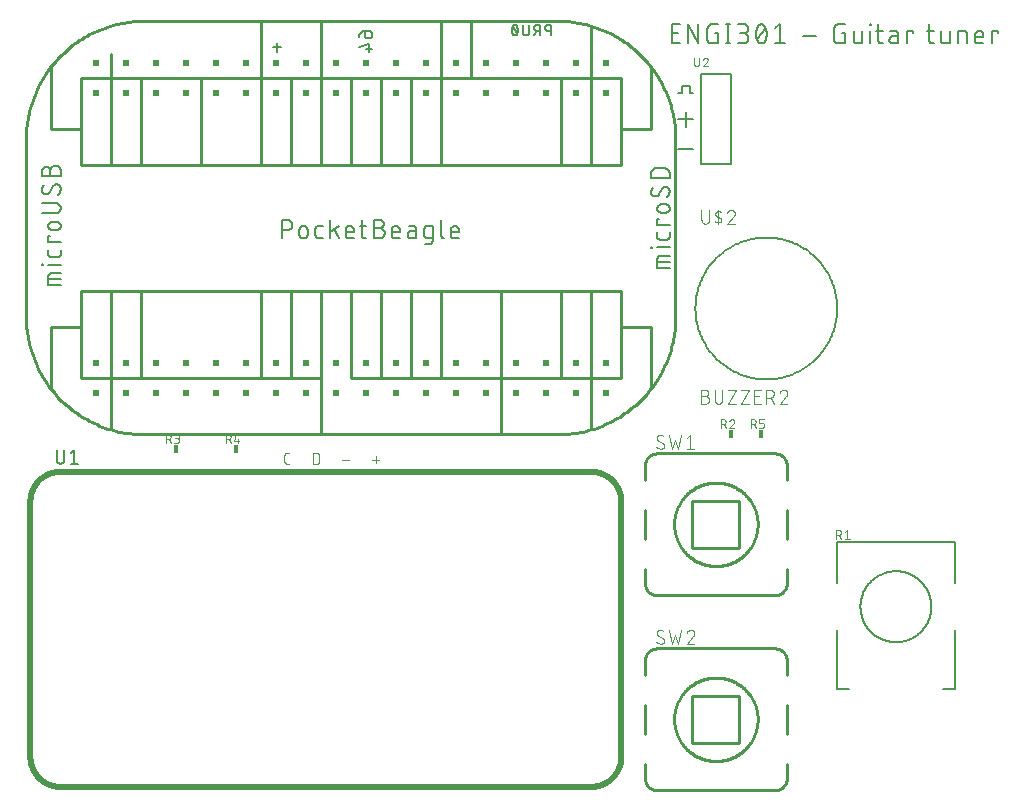
<source format=gbr>
G04 EAGLE Gerber RS-274X export*
G75*
%MOMM*%
%FSLAX34Y34*%
%LPD*%
%INSilkscreen Top*%
%IPPOS*%
%AMOC8*
5,1,8,0,0,1.08239X$1,22.5*%
G01*
%ADD10C,0.152400*%
%ADD11R,0.508000X0.508000*%
%ADD12C,0.254000*%
%ADD13C,0.127000*%
%ADD14C,0.203200*%
%ADD15C,0.508000*%
%ADD16C,0.076200*%
%ADD17C,0.101600*%
%ADD18R,0.406400X0.711200*%


D10*
X566787Y661162D02*
X559562Y661162D01*
X559562Y677418D01*
X566787Y677418D01*
X564981Y670193D02*
X559562Y670193D01*
X573079Y677418D02*
X573079Y661162D01*
X582110Y661162D02*
X573079Y677418D01*
X582110Y677418D02*
X582110Y661162D01*
X596074Y670193D02*
X598784Y670193D01*
X598784Y661162D01*
X593365Y661162D01*
X593247Y661164D01*
X593129Y661170D01*
X593011Y661179D01*
X592894Y661193D01*
X592777Y661210D01*
X592660Y661231D01*
X592545Y661256D01*
X592430Y661285D01*
X592316Y661318D01*
X592204Y661354D01*
X592093Y661394D01*
X591983Y661437D01*
X591874Y661484D01*
X591767Y661534D01*
X591662Y661589D01*
X591559Y661646D01*
X591458Y661707D01*
X591358Y661771D01*
X591261Y661838D01*
X591166Y661908D01*
X591074Y661982D01*
X590983Y662058D01*
X590896Y662138D01*
X590811Y662220D01*
X590729Y662305D01*
X590649Y662392D01*
X590573Y662483D01*
X590499Y662575D01*
X590429Y662670D01*
X590362Y662767D01*
X590298Y662867D01*
X590237Y662968D01*
X590180Y663071D01*
X590125Y663176D01*
X590075Y663283D01*
X590028Y663392D01*
X589985Y663502D01*
X589945Y663613D01*
X589909Y663725D01*
X589876Y663839D01*
X589847Y663954D01*
X589822Y664069D01*
X589801Y664186D01*
X589784Y664303D01*
X589770Y664420D01*
X589761Y664538D01*
X589755Y664656D01*
X589753Y664774D01*
X589753Y673806D01*
X589755Y673924D01*
X589761Y674042D01*
X589770Y674160D01*
X589784Y674277D01*
X589801Y674394D01*
X589822Y674511D01*
X589847Y674626D01*
X589876Y674741D01*
X589909Y674855D01*
X589945Y674967D01*
X589985Y675078D01*
X590028Y675188D01*
X590075Y675297D01*
X590125Y675404D01*
X590179Y675509D01*
X590237Y675612D01*
X590298Y675713D01*
X590362Y675813D01*
X590429Y675910D01*
X590499Y676005D01*
X590573Y676097D01*
X590649Y676188D01*
X590729Y676275D01*
X590811Y676360D01*
X590896Y676442D01*
X590983Y676522D01*
X591074Y676598D01*
X591166Y676672D01*
X591261Y676742D01*
X591358Y676809D01*
X591458Y676873D01*
X591559Y676934D01*
X591662Y676991D01*
X591767Y677045D01*
X591874Y677096D01*
X591983Y677143D01*
X592093Y677186D01*
X592204Y677226D01*
X592316Y677262D01*
X592430Y677295D01*
X592545Y677324D01*
X592660Y677349D01*
X592777Y677370D01*
X592894Y677387D01*
X593011Y677401D01*
X593129Y677410D01*
X593247Y677416D01*
X593365Y677418D01*
X598784Y677418D01*
X607294Y677418D02*
X607294Y661162D01*
X605488Y661162D02*
X609100Y661162D01*
X609100Y677418D02*
X605488Y677418D01*
X615284Y661162D02*
X619799Y661162D01*
X619932Y661164D01*
X620064Y661170D01*
X620196Y661180D01*
X620328Y661193D01*
X620460Y661211D01*
X620590Y661232D01*
X620721Y661257D01*
X620850Y661286D01*
X620978Y661319D01*
X621106Y661355D01*
X621232Y661395D01*
X621357Y661439D01*
X621481Y661487D01*
X621603Y661538D01*
X621724Y661593D01*
X621843Y661651D01*
X621961Y661713D01*
X622076Y661778D01*
X622190Y661847D01*
X622301Y661918D01*
X622410Y661994D01*
X622517Y662072D01*
X622622Y662153D01*
X622724Y662238D01*
X622824Y662325D01*
X622921Y662415D01*
X623016Y662508D01*
X623107Y662604D01*
X623196Y662702D01*
X623282Y662803D01*
X623365Y662907D01*
X623445Y663013D01*
X623521Y663121D01*
X623595Y663231D01*
X623665Y663344D01*
X623732Y663458D01*
X623795Y663575D01*
X623855Y663693D01*
X623912Y663813D01*
X623965Y663935D01*
X624014Y664058D01*
X624060Y664182D01*
X624102Y664308D01*
X624140Y664435D01*
X624175Y664563D01*
X624206Y664692D01*
X624233Y664821D01*
X624256Y664952D01*
X624276Y665083D01*
X624291Y665215D01*
X624303Y665347D01*
X624311Y665479D01*
X624315Y665612D01*
X624315Y665744D01*
X624311Y665877D01*
X624303Y666009D01*
X624291Y666141D01*
X624276Y666273D01*
X624256Y666404D01*
X624233Y666535D01*
X624206Y666664D01*
X624175Y666793D01*
X624140Y666921D01*
X624102Y667048D01*
X624060Y667174D01*
X624014Y667298D01*
X623965Y667421D01*
X623912Y667543D01*
X623855Y667663D01*
X623795Y667781D01*
X623732Y667898D01*
X623665Y668012D01*
X623595Y668125D01*
X623521Y668235D01*
X623445Y668343D01*
X623365Y668449D01*
X623282Y668553D01*
X623196Y668654D01*
X623107Y668752D01*
X623016Y668848D01*
X622921Y668941D01*
X622824Y669031D01*
X622724Y669118D01*
X622622Y669203D01*
X622517Y669284D01*
X622410Y669362D01*
X622301Y669438D01*
X622190Y669509D01*
X622076Y669578D01*
X621961Y669643D01*
X621843Y669705D01*
X621724Y669763D01*
X621603Y669818D01*
X621481Y669869D01*
X621357Y669917D01*
X621232Y669961D01*
X621106Y670001D01*
X620978Y670037D01*
X620850Y670070D01*
X620721Y670099D01*
X620590Y670124D01*
X620460Y670145D01*
X620328Y670163D01*
X620196Y670176D01*
X620064Y670186D01*
X619932Y670192D01*
X619799Y670194D01*
X620702Y677418D02*
X615284Y677418D01*
X620702Y677418D02*
X620821Y677416D01*
X620941Y677410D01*
X621060Y677400D01*
X621178Y677386D01*
X621297Y677369D01*
X621414Y677347D01*
X621531Y677322D01*
X621646Y677292D01*
X621761Y677259D01*
X621875Y677222D01*
X621987Y677182D01*
X622098Y677137D01*
X622207Y677089D01*
X622315Y677038D01*
X622421Y676983D01*
X622525Y676924D01*
X622627Y676862D01*
X622727Y676797D01*
X622825Y676728D01*
X622921Y676656D01*
X623014Y676581D01*
X623104Y676504D01*
X623192Y676423D01*
X623277Y676339D01*
X623359Y676252D01*
X623439Y676163D01*
X623515Y676071D01*
X623589Y675977D01*
X623659Y675880D01*
X623726Y675782D01*
X623790Y675681D01*
X623850Y675577D01*
X623907Y675472D01*
X623960Y675365D01*
X624010Y675257D01*
X624056Y675147D01*
X624098Y675035D01*
X624137Y674922D01*
X624172Y674808D01*
X624203Y674693D01*
X624231Y674576D01*
X624254Y674459D01*
X624274Y674342D01*
X624290Y674223D01*
X624302Y674104D01*
X624310Y673985D01*
X624314Y673866D01*
X624314Y673746D01*
X624310Y673627D01*
X624302Y673508D01*
X624290Y673389D01*
X624274Y673270D01*
X624254Y673153D01*
X624231Y673036D01*
X624203Y672919D01*
X624172Y672804D01*
X624137Y672690D01*
X624098Y672577D01*
X624056Y672465D01*
X624010Y672355D01*
X623960Y672247D01*
X623907Y672140D01*
X623850Y672035D01*
X623790Y671931D01*
X623726Y671830D01*
X623659Y671732D01*
X623589Y671635D01*
X623515Y671541D01*
X623439Y671449D01*
X623359Y671360D01*
X623277Y671273D01*
X623192Y671189D01*
X623104Y671108D01*
X623014Y671031D01*
X622921Y670956D01*
X622825Y670884D01*
X622727Y670815D01*
X622627Y670750D01*
X622525Y670688D01*
X622421Y670629D01*
X622315Y670574D01*
X622207Y670523D01*
X622098Y670475D01*
X621987Y670430D01*
X621875Y670390D01*
X621761Y670353D01*
X621646Y670320D01*
X621531Y670290D01*
X621414Y670265D01*
X621297Y670243D01*
X621178Y670226D01*
X621060Y670212D01*
X620941Y670202D01*
X620821Y670196D01*
X620702Y670194D01*
X620702Y670193D02*
X617090Y670193D01*
X630915Y669290D02*
X630919Y669610D01*
X630930Y669929D01*
X630949Y670249D01*
X630976Y670567D01*
X631010Y670885D01*
X631052Y671202D01*
X631102Y671518D01*
X631159Y671833D01*
X631223Y672146D01*
X631295Y672458D01*
X631374Y672768D01*
X631461Y673075D01*
X631555Y673381D01*
X631656Y673684D01*
X631765Y673985D01*
X631880Y674283D01*
X632003Y674579D01*
X632133Y674871D01*
X632270Y675160D01*
X632269Y675161D02*
X632308Y675269D01*
X632351Y675376D01*
X632397Y675481D01*
X632448Y675585D01*
X632501Y675687D01*
X632558Y675787D01*
X632619Y675885D01*
X632683Y675980D01*
X632750Y676074D01*
X632821Y676165D01*
X632894Y676254D01*
X632971Y676340D01*
X633050Y676423D01*
X633132Y676504D01*
X633217Y676582D01*
X633305Y676656D01*
X633395Y676728D01*
X633487Y676796D01*
X633582Y676862D01*
X633679Y676924D01*
X633778Y676982D01*
X633880Y677038D01*
X633982Y677089D01*
X634087Y677137D01*
X634193Y677182D01*
X634301Y677223D01*
X634410Y677260D01*
X634520Y677293D01*
X634632Y677322D01*
X634744Y677348D01*
X634857Y677370D01*
X634971Y677387D01*
X635085Y677401D01*
X635200Y677411D01*
X635315Y677417D01*
X635430Y677419D01*
X635430Y677418D02*
X635545Y677416D01*
X635660Y677410D01*
X635775Y677400D01*
X635889Y677386D01*
X636003Y677369D01*
X636116Y677347D01*
X636228Y677321D01*
X636340Y677292D01*
X636450Y677259D01*
X636559Y677222D01*
X636667Y677181D01*
X636773Y677136D01*
X636878Y677088D01*
X636980Y677037D01*
X637081Y676981D01*
X637181Y676923D01*
X637278Y676861D01*
X637372Y676796D01*
X637465Y676727D01*
X637555Y676655D01*
X637643Y676581D01*
X637728Y676503D01*
X637810Y676422D01*
X637889Y676339D01*
X637966Y676253D01*
X638039Y676164D01*
X638110Y676073D01*
X638177Y675979D01*
X638241Y675884D01*
X638302Y675786D01*
X638359Y675686D01*
X638412Y675584D01*
X638463Y675480D01*
X638509Y675375D01*
X638552Y675268D01*
X638591Y675160D01*
X638728Y674871D01*
X638858Y674579D01*
X638981Y674283D01*
X639096Y673985D01*
X639205Y673684D01*
X639306Y673381D01*
X639400Y673075D01*
X639487Y672768D01*
X639566Y672458D01*
X639638Y672146D01*
X639702Y671833D01*
X639759Y671518D01*
X639809Y671202D01*
X639851Y670885D01*
X639885Y670567D01*
X639912Y670249D01*
X639931Y669929D01*
X639942Y669610D01*
X639946Y669290D01*
X630915Y669290D02*
X630919Y668970D01*
X630930Y668651D01*
X630949Y668331D01*
X630976Y668013D01*
X631010Y667695D01*
X631052Y667378D01*
X631102Y667062D01*
X631159Y666747D01*
X631223Y666434D01*
X631295Y666122D01*
X631374Y665812D01*
X631461Y665505D01*
X631555Y665199D01*
X631656Y664896D01*
X631765Y664595D01*
X631880Y664297D01*
X632003Y664001D01*
X632133Y663709D01*
X632270Y663420D01*
X632269Y663420D02*
X632308Y663312D01*
X632351Y663205D01*
X632397Y663100D01*
X632448Y662996D01*
X632501Y662894D01*
X632558Y662794D01*
X632619Y662696D01*
X632683Y662601D01*
X632750Y662507D01*
X632821Y662416D01*
X632894Y662327D01*
X632971Y662241D01*
X633050Y662158D01*
X633132Y662077D01*
X633217Y661999D01*
X633305Y661925D01*
X633395Y661853D01*
X633488Y661784D01*
X633582Y661719D01*
X633679Y661657D01*
X633779Y661599D01*
X633880Y661543D01*
X633982Y661492D01*
X634087Y661444D01*
X634193Y661399D01*
X634301Y661358D01*
X634410Y661321D01*
X634520Y661288D01*
X634632Y661259D01*
X634744Y661233D01*
X634857Y661211D01*
X634971Y661194D01*
X635085Y661180D01*
X635200Y661170D01*
X635315Y661164D01*
X635430Y661162D01*
X638591Y663420D02*
X638728Y663709D01*
X638858Y664001D01*
X638981Y664297D01*
X639096Y664595D01*
X639205Y664896D01*
X639306Y665199D01*
X639400Y665505D01*
X639487Y665812D01*
X639566Y666122D01*
X639638Y666434D01*
X639702Y666747D01*
X639759Y667062D01*
X639809Y667378D01*
X639851Y667695D01*
X639885Y668013D01*
X639912Y668331D01*
X639931Y668651D01*
X639942Y668970D01*
X639946Y669290D01*
X638591Y663420D02*
X638552Y663312D01*
X638509Y663205D01*
X638463Y663100D01*
X638412Y662996D01*
X638359Y662894D01*
X638302Y662794D01*
X638241Y662696D01*
X638177Y662601D01*
X638110Y662507D01*
X638039Y662416D01*
X637966Y662327D01*
X637889Y662241D01*
X637810Y662158D01*
X637728Y662077D01*
X637643Y661999D01*
X637555Y661925D01*
X637465Y661853D01*
X637372Y661784D01*
X637278Y661719D01*
X637181Y661657D01*
X637081Y661599D01*
X636980Y661543D01*
X636877Y661492D01*
X636773Y661444D01*
X636667Y661399D01*
X636559Y661358D01*
X636450Y661321D01*
X636340Y661288D01*
X636228Y661259D01*
X636116Y661233D01*
X636003Y661211D01*
X635889Y661194D01*
X635775Y661180D01*
X635660Y661170D01*
X635545Y661164D01*
X635430Y661162D01*
X631818Y664774D02*
X639043Y673806D01*
X646546Y673806D02*
X651062Y677418D01*
X651062Y661162D01*
X655577Y661162D02*
X646546Y661162D01*
X670653Y667484D02*
X681490Y667484D01*
X703409Y670193D02*
X706118Y670193D01*
X706118Y661162D01*
X700699Y661162D01*
X700581Y661164D01*
X700463Y661170D01*
X700345Y661179D01*
X700228Y661193D01*
X700111Y661210D01*
X699994Y661231D01*
X699879Y661256D01*
X699764Y661285D01*
X699650Y661318D01*
X699538Y661354D01*
X699427Y661394D01*
X699317Y661437D01*
X699208Y661484D01*
X699101Y661534D01*
X698996Y661589D01*
X698893Y661646D01*
X698792Y661707D01*
X698692Y661771D01*
X698595Y661838D01*
X698500Y661908D01*
X698408Y661982D01*
X698317Y662058D01*
X698230Y662138D01*
X698145Y662220D01*
X698063Y662305D01*
X697983Y662392D01*
X697907Y662483D01*
X697833Y662575D01*
X697763Y662670D01*
X697696Y662767D01*
X697632Y662867D01*
X697571Y662968D01*
X697514Y663071D01*
X697459Y663176D01*
X697409Y663283D01*
X697362Y663392D01*
X697319Y663502D01*
X697279Y663613D01*
X697243Y663725D01*
X697210Y663839D01*
X697181Y663954D01*
X697156Y664069D01*
X697135Y664186D01*
X697118Y664303D01*
X697104Y664420D01*
X697095Y664538D01*
X697089Y664656D01*
X697087Y664774D01*
X697087Y673806D01*
X697089Y673924D01*
X697095Y674042D01*
X697104Y674160D01*
X697118Y674277D01*
X697135Y674394D01*
X697156Y674511D01*
X697181Y674626D01*
X697210Y674741D01*
X697243Y674855D01*
X697279Y674967D01*
X697319Y675078D01*
X697362Y675188D01*
X697409Y675297D01*
X697459Y675404D01*
X697513Y675509D01*
X697571Y675612D01*
X697632Y675713D01*
X697696Y675813D01*
X697763Y675910D01*
X697833Y676005D01*
X697907Y676097D01*
X697983Y676188D01*
X698063Y676275D01*
X698145Y676360D01*
X698230Y676442D01*
X698317Y676522D01*
X698408Y676598D01*
X698500Y676672D01*
X698595Y676742D01*
X698692Y676809D01*
X698792Y676873D01*
X698893Y676934D01*
X698996Y676991D01*
X699101Y677045D01*
X699208Y677096D01*
X699317Y677143D01*
X699427Y677186D01*
X699538Y677226D01*
X699650Y677262D01*
X699764Y677295D01*
X699879Y677324D01*
X699994Y677349D01*
X700111Y677370D01*
X700228Y677387D01*
X700345Y677401D01*
X700463Y677410D01*
X700581Y677416D01*
X700699Y677418D01*
X706118Y677418D01*
X713621Y671999D02*
X713621Y663871D01*
X713622Y663871D02*
X713624Y663770D01*
X713630Y663669D01*
X713639Y663568D01*
X713652Y663467D01*
X713669Y663367D01*
X713690Y663268D01*
X713714Y663170D01*
X713742Y663073D01*
X713774Y662976D01*
X713809Y662881D01*
X713848Y662788D01*
X713890Y662696D01*
X713936Y662605D01*
X713985Y662517D01*
X714037Y662430D01*
X714093Y662345D01*
X714151Y662262D01*
X714213Y662182D01*
X714278Y662104D01*
X714345Y662028D01*
X714415Y661955D01*
X714488Y661885D01*
X714564Y661818D01*
X714642Y661753D01*
X714722Y661691D01*
X714805Y661633D01*
X714890Y661577D01*
X714977Y661525D01*
X715065Y661476D01*
X715156Y661430D01*
X715248Y661388D01*
X715341Y661349D01*
X715436Y661314D01*
X715533Y661282D01*
X715630Y661254D01*
X715728Y661230D01*
X715827Y661209D01*
X715927Y661192D01*
X716028Y661179D01*
X716129Y661170D01*
X716230Y661164D01*
X716331Y661162D01*
X720846Y661162D01*
X720846Y671999D01*
X727655Y671999D02*
X727655Y661162D01*
X727203Y676515D02*
X727203Y677418D01*
X728106Y677418D01*
X728106Y676515D01*
X727203Y676515D01*
X732645Y671999D02*
X738063Y671999D01*
X734451Y677418D02*
X734451Y663871D01*
X734453Y663770D01*
X734459Y663669D01*
X734468Y663568D01*
X734481Y663467D01*
X734498Y663367D01*
X734519Y663268D01*
X734543Y663170D01*
X734571Y663073D01*
X734603Y662976D01*
X734638Y662881D01*
X734677Y662788D01*
X734719Y662696D01*
X734765Y662605D01*
X734814Y662517D01*
X734866Y662430D01*
X734922Y662345D01*
X734980Y662262D01*
X735042Y662182D01*
X735107Y662104D01*
X735174Y662028D01*
X735244Y661955D01*
X735317Y661885D01*
X735393Y661818D01*
X735471Y661753D01*
X735551Y661691D01*
X735634Y661633D01*
X735719Y661577D01*
X735806Y661525D01*
X735894Y661476D01*
X735985Y661430D01*
X736077Y661388D01*
X736170Y661349D01*
X736265Y661314D01*
X736362Y661282D01*
X736459Y661254D01*
X736557Y661230D01*
X736656Y661209D01*
X736756Y661192D01*
X736857Y661179D01*
X736958Y661170D01*
X737059Y661164D01*
X737160Y661162D01*
X738063Y661162D01*
X746929Y667484D02*
X750993Y667484D01*
X746929Y667484D02*
X746817Y667482D01*
X746706Y667476D01*
X746595Y667466D01*
X746484Y667453D01*
X746374Y667435D01*
X746265Y667413D01*
X746156Y667388D01*
X746048Y667359D01*
X745942Y667326D01*
X745836Y667289D01*
X745732Y667249D01*
X745630Y667205D01*
X745529Y667157D01*
X745430Y667106D01*
X745332Y667051D01*
X745237Y666993D01*
X745144Y666932D01*
X745053Y666867D01*
X744964Y666799D01*
X744878Y666728D01*
X744795Y666655D01*
X744714Y666578D01*
X744635Y666498D01*
X744560Y666416D01*
X744488Y666331D01*
X744418Y666244D01*
X744352Y666154D01*
X744289Y666062D01*
X744229Y665967D01*
X744173Y665871D01*
X744120Y665773D01*
X744071Y665673D01*
X744025Y665571D01*
X743983Y665468D01*
X743944Y665363D01*
X743909Y665257D01*
X743878Y665150D01*
X743851Y665042D01*
X743827Y664933D01*
X743808Y664823D01*
X743792Y664713D01*
X743780Y664602D01*
X743772Y664490D01*
X743768Y664379D01*
X743768Y664267D01*
X743772Y664156D01*
X743780Y664044D01*
X743792Y663933D01*
X743808Y663823D01*
X743827Y663713D01*
X743851Y663604D01*
X743878Y663496D01*
X743909Y663389D01*
X743944Y663283D01*
X743983Y663178D01*
X744025Y663075D01*
X744071Y662973D01*
X744120Y662873D01*
X744173Y662775D01*
X744229Y662679D01*
X744289Y662584D01*
X744352Y662492D01*
X744418Y662402D01*
X744488Y662315D01*
X744560Y662230D01*
X744635Y662148D01*
X744714Y662068D01*
X744795Y661991D01*
X744878Y661918D01*
X744964Y661847D01*
X745053Y661779D01*
X745144Y661714D01*
X745237Y661653D01*
X745332Y661595D01*
X745430Y661540D01*
X745529Y661489D01*
X745630Y661441D01*
X745732Y661397D01*
X745836Y661357D01*
X745942Y661320D01*
X746048Y661287D01*
X746156Y661258D01*
X746265Y661233D01*
X746374Y661211D01*
X746484Y661193D01*
X746595Y661180D01*
X746706Y661170D01*
X746817Y661164D01*
X746929Y661162D01*
X750993Y661162D01*
X750993Y669290D01*
X750991Y669391D01*
X750985Y669492D01*
X750976Y669593D01*
X750963Y669694D01*
X750946Y669794D01*
X750925Y669893D01*
X750901Y669991D01*
X750873Y670088D01*
X750841Y670185D01*
X750806Y670280D01*
X750767Y670373D01*
X750725Y670465D01*
X750679Y670556D01*
X750630Y670645D01*
X750578Y670731D01*
X750522Y670816D01*
X750464Y670899D01*
X750402Y670979D01*
X750337Y671057D01*
X750270Y671133D01*
X750200Y671206D01*
X750127Y671276D01*
X750051Y671343D01*
X749973Y671408D01*
X749893Y671470D01*
X749810Y671528D01*
X749725Y671584D01*
X749639Y671636D01*
X749550Y671685D01*
X749459Y671731D01*
X749367Y671773D01*
X749274Y671812D01*
X749179Y671847D01*
X749082Y671879D01*
X748985Y671907D01*
X748887Y671931D01*
X748788Y671952D01*
X748688Y671969D01*
X748587Y671982D01*
X748486Y671991D01*
X748385Y671997D01*
X748284Y671999D01*
X744671Y671999D01*
X758516Y671999D02*
X758516Y661162D01*
X758516Y671999D02*
X763934Y671999D01*
X763934Y670193D01*
X775891Y671999D02*
X781310Y671999D01*
X777697Y677418D02*
X777697Y663871D01*
X777699Y663770D01*
X777705Y663669D01*
X777714Y663568D01*
X777727Y663467D01*
X777744Y663367D01*
X777765Y663268D01*
X777789Y663170D01*
X777817Y663073D01*
X777849Y662976D01*
X777884Y662881D01*
X777923Y662788D01*
X777965Y662696D01*
X778011Y662605D01*
X778060Y662517D01*
X778112Y662430D01*
X778168Y662345D01*
X778226Y662262D01*
X778288Y662182D01*
X778353Y662104D01*
X778420Y662028D01*
X778490Y661955D01*
X778563Y661885D01*
X778639Y661818D01*
X778717Y661753D01*
X778797Y661691D01*
X778880Y661633D01*
X778965Y661577D01*
X779052Y661525D01*
X779140Y661476D01*
X779231Y661430D01*
X779323Y661388D01*
X779416Y661349D01*
X779511Y661314D01*
X779608Y661282D01*
X779705Y661254D01*
X779803Y661230D01*
X779902Y661209D01*
X780002Y661192D01*
X780103Y661179D01*
X780204Y661170D01*
X780305Y661164D01*
X780406Y661162D01*
X781310Y661162D01*
X787609Y663871D02*
X787609Y671999D01*
X787609Y663871D02*
X787611Y663770D01*
X787617Y663669D01*
X787626Y663568D01*
X787639Y663467D01*
X787656Y663367D01*
X787677Y663268D01*
X787701Y663170D01*
X787729Y663073D01*
X787761Y662976D01*
X787796Y662881D01*
X787835Y662788D01*
X787877Y662696D01*
X787923Y662605D01*
X787972Y662517D01*
X788024Y662430D01*
X788080Y662345D01*
X788138Y662262D01*
X788200Y662182D01*
X788265Y662104D01*
X788332Y662028D01*
X788402Y661955D01*
X788475Y661885D01*
X788551Y661818D01*
X788629Y661753D01*
X788709Y661691D01*
X788792Y661633D01*
X788877Y661577D01*
X788964Y661525D01*
X789052Y661476D01*
X789143Y661430D01*
X789235Y661388D01*
X789328Y661349D01*
X789423Y661314D01*
X789520Y661282D01*
X789617Y661254D01*
X789715Y661230D01*
X789814Y661209D01*
X789914Y661192D01*
X790015Y661179D01*
X790116Y661170D01*
X790217Y661164D01*
X790318Y661162D01*
X794834Y661162D01*
X794834Y671999D01*
X802198Y671999D02*
X802198Y661162D01*
X802198Y671999D02*
X806714Y671999D01*
X806818Y671997D01*
X806921Y671991D01*
X807025Y671981D01*
X807128Y671967D01*
X807230Y671949D01*
X807331Y671928D01*
X807432Y671902D01*
X807531Y671873D01*
X807630Y671840D01*
X807727Y671803D01*
X807822Y671762D01*
X807916Y671718D01*
X808008Y671670D01*
X808098Y671619D01*
X808187Y671564D01*
X808273Y671506D01*
X808356Y671444D01*
X808438Y671380D01*
X808516Y671312D01*
X808592Y671242D01*
X808666Y671169D01*
X808736Y671092D01*
X808804Y671014D01*
X808868Y670932D01*
X808930Y670849D01*
X808988Y670763D01*
X809043Y670674D01*
X809094Y670584D01*
X809142Y670492D01*
X809186Y670398D01*
X809227Y670303D01*
X809264Y670206D01*
X809297Y670107D01*
X809326Y670008D01*
X809352Y669907D01*
X809373Y669806D01*
X809391Y669704D01*
X809405Y669601D01*
X809415Y669497D01*
X809421Y669394D01*
X809423Y669290D01*
X809423Y661162D01*
X818975Y661162D02*
X823491Y661162D01*
X818975Y661162D02*
X818874Y661164D01*
X818773Y661170D01*
X818672Y661179D01*
X818571Y661192D01*
X818471Y661209D01*
X818372Y661230D01*
X818274Y661254D01*
X818177Y661282D01*
X818080Y661314D01*
X817985Y661349D01*
X817892Y661388D01*
X817800Y661430D01*
X817709Y661476D01*
X817621Y661525D01*
X817534Y661577D01*
X817449Y661633D01*
X817366Y661691D01*
X817286Y661753D01*
X817208Y661818D01*
X817132Y661885D01*
X817059Y661955D01*
X816989Y662028D01*
X816922Y662104D01*
X816857Y662182D01*
X816795Y662262D01*
X816737Y662345D01*
X816681Y662430D01*
X816629Y662517D01*
X816580Y662605D01*
X816534Y662696D01*
X816492Y662788D01*
X816453Y662881D01*
X816418Y662976D01*
X816386Y663073D01*
X816358Y663170D01*
X816334Y663268D01*
X816313Y663367D01*
X816296Y663467D01*
X816283Y663568D01*
X816274Y663669D01*
X816268Y663770D01*
X816266Y663871D01*
X816266Y668387D01*
X816267Y668387D02*
X816269Y668506D01*
X816275Y668626D01*
X816285Y668745D01*
X816299Y668863D01*
X816316Y668982D01*
X816338Y669099D01*
X816363Y669216D01*
X816393Y669331D01*
X816426Y669446D01*
X816463Y669560D01*
X816503Y669672D01*
X816548Y669783D01*
X816596Y669892D01*
X816647Y670000D01*
X816702Y670106D01*
X816761Y670210D01*
X816823Y670312D01*
X816888Y670412D01*
X816957Y670510D01*
X817029Y670606D01*
X817104Y670699D01*
X817181Y670789D01*
X817262Y670877D01*
X817346Y670962D01*
X817433Y671044D01*
X817522Y671124D01*
X817614Y671200D01*
X817708Y671274D01*
X817805Y671344D01*
X817903Y671411D01*
X818004Y671475D01*
X818108Y671535D01*
X818213Y671592D01*
X818320Y671645D01*
X818428Y671695D01*
X818538Y671741D01*
X818650Y671783D01*
X818763Y671822D01*
X818877Y671857D01*
X818992Y671888D01*
X819109Y671916D01*
X819226Y671939D01*
X819343Y671959D01*
X819462Y671975D01*
X819581Y671987D01*
X819700Y671995D01*
X819819Y671999D01*
X819939Y671999D01*
X820058Y671995D01*
X820177Y671987D01*
X820296Y671975D01*
X820415Y671959D01*
X820532Y671939D01*
X820649Y671916D01*
X820766Y671888D01*
X820881Y671857D01*
X820995Y671822D01*
X821108Y671783D01*
X821220Y671741D01*
X821330Y671695D01*
X821438Y671645D01*
X821545Y671592D01*
X821650Y671535D01*
X821754Y671475D01*
X821855Y671411D01*
X821953Y671344D01*
X822050Y671274D01*
X822144Y671200D01*
X822236Y671124D01*
X822325Y671044D01*
X822412Y670962D01*
X822496Y670877D01*
X822577Y670789D01*
X822654Y670699D01*
X822729Y670606D01*
X822801Y670510D01*
X822870Y670412D01*
X822935Y670312D01*
X822997Y670210D01*
X823056Y670106D01*
X823111Y670000D01*
X823162Y669892D01*
X823210Y669783D01*
X823255Y669672D01*
X823295Y669560D01*
X823332Y669446D01*
X823365Y669331D01*
X823395Y669216D01*
X823420Y669099D01*
X823442Y668982D01*
X823459Y668863D01*
X823473Y668745D01*
X823483Y668626D01*
X823489Y668506D01*
X823491Y668387D01*
X823491Y666581D01*
X816266Y666581D01*
X830419Y661162D02*
X830419Y671999D01*
X835838Y671999D01*
X835838Y670193D01*
D11*
X71800Y365500D03*
X71800Y390900D03*
X97200Y390900D03*
X97200Y365500D03*
X122600Y390900D03*
X122600Y365500D03*
X148000Y390900D03*
X173400Y390900D03*
X198800Y390900D03*
X148000Y365500D03*
X173400Y365500D03*
X198800Y365500D03*
X224200Y390900D03*
X224200Y365500D03*
X249600Y390900D03*
X249600Y365500D03*
X275000Y390900D03*
X275000Y365500D03*
X300400Y390900D03*
X300400Y365500D03*
X325800Y390900D03*
X325800Y365500D03*
X351200Y390900D03*
X351200Y365500D03*
X376600Y390900D03*
X376600Y365500D03*
X402000Y390900D03*
X402000Y365500D03*
X427400Y390900D03*
X427400Y365500D03*
X452800Y390900D03*
X452800Y365500D03*
X478200Y390900D03*
X478200Y365500D03*
X503600Y390900D03*
X503600Y365500D03*
X71800Y619500D03*
X71800Y644900D03*
X97200Y644900D03*
X97200Y619500D03*
X122600Y644900D03*
X122600Y619500D03*
X148000Y644900D03*
X173400Y644900D03*
X198800Y644900D03*
X148000Y619500D03*
X173400Y619500D03*
X198800Y619500D03*
X224200Y644900D03*
X224200Y619500D03*
X249600Y644900D03*
X249600Y619500D03*
X275000Y644900D03*
X275000Y619500D03*
X300400Y644900D03*
X300400Y619500D03*
X325800Y644900D03*
X325800Y619500D03*
X351200Y644900D03*
X351200Y619500D03*
X376600Y644900D03*
X376600Y619500D03*
X402000Y644900D03*
X402000Y619500D03*
X427400Y644900D03*
X427400Y619500D03*
X452800Y644900D03*
X452800Y619500D03*
X478200Y644900D03*
X478200Y619500D03*
X503600Y644900D03*
X503600Y619500D03*
D12*
X462700Y680200D02*
X112700Y680200D01*
X110284Y680171D01*
X107869Y680083D01*
X105457Y679937D01*
X103049Y679733D01*
X100646Y679471D01*
X98251Y679151D01*
X95864Y678773D01*
X93487Y678337D01*
X91122Y677844D01*
X88768Y677294D01*
X86429Y676688D01*
X84105Y676025D01*
X81798Y675306D01*
X79509Y674531D01*
X77240Y673702D01*
X74991Y672817D01*
X72764Y671879D01*
X70560Y670887D01*
X68381Y669843D01*
X66228Y668746D01*
X64102Y667597D01*
X62004Y666397D01*
X59936Y665147D01*
X57899Y663847D01*
X55894Y662498D01*
X53921Y661102D01*
X51984Y659658D01*
X50081Y658167D01*
X48216Y656632D01*
X46388Y655051D01*
X44598Y653427D01*
X42849Y651760D01*
X41140Y650051D01*
X39473Y648302D01*
X37849Y646512D01*
X36268Y644684D01*
X34733Y642819D01*
X33242Y640916D01*
X31798Y638979D01*
X30402Y637006D01*
X29053Y635001D01*
X27753Y632964D01*
X26503Y630896D01*
X25303Y628798D01*
X24154Y626672D01*
X23057Y624519D01*
X22013Y622340D01*
X21021Y620136D01*
X20083Y617909D01*
X19198Y615660D01*
X18369Y613391D01*
X17594Y611102D01*
X16875Y608795D01*
X16212Y606471D01*
X15606Y604132D01*
X15056Y601778D01*
X14563Y599413D01*
X14127Y597036D01*
X13749Y594649D01*
X13429Y592254D01*
X13167Y589851D01*
X12963Y587443D01*
X12817Y585031D01*
X12729Y582616D01*
X12700Y580200D01*
X12700Y430200D01*
X12729Y427784D01*
X12817Y425369D01*
X12963Y422957D01*
X13167Y420549D01*
X13429Y418146D01*
X13749Y415751D01*
X14127Y413364D01*
X14563Y410987D01*
X15056Y408622D01*
X15606Y406268D01*
X16212Y403929D01*
X16875Y401605D01*
X17594Y399298D01*
X18369Y397009D01*
X19198Y394740D01*
X20083Y392491D01*
X21021Y390264D01*
X22013Y388060D01*
X23057Y385881D01*
X24154Y383728D01*
X25303Y381602D01*
X26503Y379504D01*
X27753Y377436D01*
X29053Y375399D01*
X30402Y373394D01*
X31798Y371421D01*
X33242Y369484D01*
X34733Y367581D01*
X36268Y365716D01*
X37849Y363888D01*
X39473Y362098D01*
X41140Y360349D01*
X42849Y358640D01*
X44598Y356973D01*
X46388Y355349D01*
X48216Y353768D01*
X50081Y352233D01*
X51984Y350742D01*
X53921Y349298D01*
X55894Y347902D01*
X57899Y346553D01*
X59936Y345253D01*
X62004Y344003D01*
X64102Y342803D01*
X66228Y341654D01*
X68381Y340557D01*
X70560Y339513D01*
X72764Y338521D01*
X74991Y337583D01*
X77240Y336698D01*
X79509Y335869D01*
X81798Y335094D01*
X84105Y334375D01*
X86429Y333712D01*
X88768Y333106D01*
X91122Y332556D01*
X93487Y332063D01*
X95864Y331627D01*
X98251Y331249D01*
X100646Y330929D01*
X103049Y330667D01*
X105457Y330463D01*
X107869Y330317D01*
X110284Y330229D01*
X112700Y330200D01*
X462700Y330200D01*
X465116Y330229D01*
X467531Y330317D01*
X469943Y330463D01*
X472351Y330667D01*
X474754Y330929D01*
X477149Y331249D01*
X479536Y331627D01*
X481913Y332063D01*
X484278Y332556D01*
X486632Y333106D01*
X488971Y333712D01*
X491295Y334375D01*
X493602Y335094D01*
X495891Y335869D01*
X498160Y336698D01*
X500409Y337583D01*
X502636Y338521D01*
X504840Y339513D01*
X507019Y340557D01*
X509172Y341654D01*
X511298Y342803D01*
X513396Y344003D01*
X515464Y345253D01*
X517501Y346553D01*
X519506Y347902D01*
X521479Y349298D01*
X523416Y350742D01*
X525319Y352233D01*
X527184Y353768D01*
X529012Y355349D01*
X530802Y356973D01*
X532551Y358640D01*
X534260Y360349D01*
X535927Y362098D01*
X537551Y363888D01*
X539132Y365716D01*
X540667Y367581D01*
X542158Y369484D01*
X543602Y371421D01*
X544998Y373394D01*
X546347Y375399D01*
X547647Y377436D01*
X548897Y379504D01*
X550097Y381602D01*
X551246Y383728D01*
X552343Y385881D01*
X553387Y388060D01*
X554379Y390264D01*
X555317Y392491D01*
X556202Y394740D01*
X557031Y397009D01*
X557806Y399298D01*
X558525Y401605D01*
X559188Y403929D01*
X559794Y406268D01*
X560344Y408622D01*
X560837Y410987D01*
X561273Y413364D01*
X561651Y415751D01*
X561971Y418146D01*
X562233Y420549D01*
X562437Y422957D01*
X562583Y425369D01*
X562671Y427784D01*
X562700Y430200D01*
X562700Y580200D01*
X562671Y582616D01*
X562583Y585031D01*
X562437Y587443D01*
X562233Y589851D01*
X561971Y592254D01*
X561651Y594649D01*
X561273Y597036D01*
X560837Y599413D01*
X560344Y601778D01*
X559794Y604132D01*
X559188Y606471D01*
X558525Y608795D01*
X557806Y611102D01*
X557031Y613391D01*
X556202Y615660D01*
X555317Y617909D01*
X554379Y620136D01*
X553387Y622340D01*
X552343Y624519D01*
X551246Y626672D01*
X550097Y628798D01*
X548897Y630896D01*
X547647Y632964D01*
X546347Y635001D01*
X544998Y637006D01*
X543602Y638979D01*
X542158Y640916D01*
X540667Y642819D01*
X539132Y644684D01*
X537551Y646512D01*
X535927Y648302D01*
X534260Y650051D01*
X532551Y651760D01*
X530802Y653427D01*
X529012Y655051D01*
X527184Y656632D01*
X525319Y658167D01*
X523416Y659658D01*
X521479Y661102D01*
X519506Y662498D01*
X517501Y663847D01*
X515464Y665147D01*
X513396Y666397D01*
X511298Y667597D01*
X509172Y668746D01*
X507019Y669843D01*
X504840Y670887D01*
X502636Y671879D01*
X500409Y672817D01*
X498160Y673702D01*
X495891Y674531D01*
X493602Y675306D01*
X491295Y676025D01*
X488971Y676688D01*
X486632Y677294D01*
X484278Y677844D01*
X481913Y678337D01*
X479536Y678773D01*
X477149Y679151D01*
X474754Y679471D01*
X472351Y679733D01*
X469943Y679937D01*
X467531Y680083D01*
X465116Y680171D01*
X462700Y680200D01*
X262382Y378206D02*
X236982Y378206D01*
X211582Y378206D01*
X109982Y378206D01*
X84582Y378206D01*
X287782Y378206D02*
X287782Y451866D01*
X287782Y378206D02*
X313182Y378206D01*
X338582Y378206D01*
X363982Y378206D01*
X414782Y378206D01*
X465582Y378206D01*
X490982Y378206D01*
X262382Y632206D02*
X236982Y632206D01*
X211582Y632206D01*
X160782Y632206D01*
X109982Y632206D01*
X262382Y632206D02*
X287782Y632206D01*
X313182Y632206D01*
X338582Y632206D01*
X363982Y632206D01*
X389382Y632206D01*
X465582Y632206D01*
X490982Y632206D01*
X84582Y378206D02*
X84582Y335280D01*
X262382Y331470D02*
X262382Y378206D01*
X414782Y378206D02*
X414782Y331470D01*
X490982Y335280D02*
X490982Y378206D01*
X465582Y378206D02*
X465582Y451866D01*
X414782Y451866D02*
X414782Y378206D01*
X363982Y378206D02*
X363982Y451866D01*
X262382Y451866D02*
X262382Y378206D01*
X109982Y378206D02*
X109982Y451866D01*
X109982Y558546D02*
X109982Y632206D01*
X160782Y632206D02*
X160782Y558546D01*
X211582Y558546D02*
X211582Y632206D01*
X262382Y632206D02*
X262382Y558546D01*
X211582Y632206D02*
X211582Y679196D01*
X262382Y679196D02*
X262382Y632206D01*
X490982Y632206D02*
X490982Y674116D01*
X389382Y679196D02*
X389382Y632206D01*
X363982Y632206D02*
X363982Y558546D01*
X465582Y558546D02*
X465582Y632206D01*
X313182Y451866D02*
X313182Y378206D01*
X313182Y558546D02*
X313182Y632206D01*
D10*
X299734Y668091D02*
X299734Y671816D01*
X299734Y668091D02*
X299736Y667993D01*
X299742Y667896D01*
X299751Y667799D01*
X299765Y667702D01*
X299782Y667606D01*
X299803Y667511D01*
X299827Y667417D01*
X299856Y667323D01*
X299888Y667231D01*
X299923Y667140D01*
X299962Y667051D01*
X300005Y666963D01*
X300051Y666877D01*
X300100Y666793D01*
X300153Y666711D01*
X300208Y666631D01*
X300267Y666553D01*
X300329Y666478D01*
X300394Y666405D01*
X300462Y666335D01*
X300532Y666267D01*
X300605Y666202D01*
X300680Y666140D01*
X300758Y666081D01*
X300838Y666026D01*
X300920Y665973D01*
X301004Y665924D01*
X301090Y665878D01*
X301178Y665835D01*
X301267Y665796D01*
X301358Y665761D01*
X301450Y665729D01*
X301544Y665700D01*
X301638Y665676D01*
X301733Y665655D01*
X301829Y665638D01*
X301926Y665624D01*
X302023Y665615D01*
X302120Y665609D01*
X302218Y665607D01*
X302839Y665607D01*
X302950Y665609D01*
X303060Y665615D01*
X303171Y665625D01*
X303281Y665639D01*
X303390Y665656D01*
X303499Y665678D01*
X303607Y665703D01*
X303713Y665733D01*
X303819Y665766D01*
X303924Y665803D01*
X304027Y665843D01*
X304128Y665888D01*
X304228Y665935D01*
X304327Y665987D01*
X304423Y666042D01*
X304517Y666100D01*
X304609Y666161D01*
X304699Y666226D01*
X304787Y666294D01*
X304872Y666365D01*
X304954Y666439D01*
X305034Y666516D01*
X305111Y666596D01*
X305185Y666678D01*
X305256Y666763D01*
X305324Y666851D01*
X305389Y666941D01*
X305450Y667033D01*
X305508Y667127D01*
X305563Y667223D01*
X305615Y667322D01*
X305662Y667422D01*
X305707Y667523D01*
X305747Y667626D01*
X305784Y667731D01*
X305817Y667837D01*
X305847Y667943D01*
X305872Y668051D01*
X305894Y668160D01*
X305911Y668269D01*
X305925Y668379D01*
X305935Y668490D01*
X305941Y668600D01*
X305943Y668711D01*
X305941Y668822D01*
X305935Y668932D01*
X305925Y669043D01*
X305911Y669153D01*
X305894Y669262D01*
X305872Y669371D01*
X305847Y669479D01*
X305817Y669585D01*
X305784Y669691D01*
X305747Y669796D01*
X305707Y669899D01*
X305662Y670000D01*
X305615Y670100D01*
X305563Y670199D01*
X305508Y670295D01*
X305450Y670389D01*
X305389Y670481D01*
X305324Y670571D01*
X305256Y670659D01*
X305185Y670744D01*
X305111Y670826D01*
X305034Y670906D01*
X304954Y670983D01*
X304872Y671057D01*
X304787Y671128D01*
X304699Y671196D01*
X304609Y671261D01*
X304517Y671322D01*
X304423Y671380D01*
X304327Y671435D01*
X304228Y671487D01*
X304128Y671534D01*
X304027Y671579D01*
X303924Y671619D01*
X303819Y671656D01*
X303713Y671689D01*
X303607Y671719D01*
X303499Y671744D01*
X303390Y671766D01*
X303281Y671783D01*
X303171Y671797D01*
X303060Y671807D01*
X302950Y671813D01*
X302839Y671815D01*
X302839Y671816D02*
X299734Y671816D01*
X299595Y671814D01*
X299456Y671808D01*
X299317Y671798D01*
X299178Y671785D01*
X299040Y671767D01*
X298902Y671746D01*
X298765Y671721D01*
X298629Y671691D01*
X298493Y671659D01*
X298359Y671622D01*
X298226Y671581D01*
X298094Y671537D01*
X297963Y671489D01*
X297833Y671438D01*
X297705Y671383D01*
X297579Y671324D01*
X297454Y671262D01*
X297331Y671196D01*
X297210Y671127D01*
X297091Y671055D01*
X296975Y670979D01*
X296860Y670900D01*
X296747Y670818D01*
X296637Y670732D01*
X296529Y670644D01*
X296424Y670553D01*
X296322Y670458D01*
X296222Y670361D01*
X296125Y670261D01*
X296030Y670159D01*
X295939Y670054D01*
X295851Y669946D01*
X295765Y669836D01*
X295683Y669723D01*
X295604Y669609D01*
X295528Y669492D01*
X295456Y669373D01*
X295387Y669252D01*
X295321Y669129D01*
X295259Y669004D01*
X295200Y668878D01*
X295145Y668750D01*
X295094Y668620D01*
X295046Y668490D01*
X295002Y668357D01*
X294961Y668224D01*
X294924Y668090D01*
X294892Y667954D01*
X294862Y667818D01*
X294837Y667681D01*
X294816Y667543D01*
X294798Y667405D01*
X294785Y667267D01*
X294775Y667128D01*
X294769Y666988D01*
X294767Y666849D01*
X294767Y657902D02*
X303459Y660386D01*
X303459Y654177D01*
X300976Y656040D02*
X305943Y656040D01*
X225397Y654177D02*
X225397Y661628D01*
X229122Y657902D02*
X221671Y657902D01*
D12*
X490982Y632206D02*
X516382Y632206D01*
D13*
X457093Y668020D02*
X457093Y676910D01*
X454624Y676910D01*
X454526Y676908D01*
X454428Y676902D01*
X454330Y676892D01*
X454233Y676879D01*
X454136Y676861D01*
X454040Y676840D01*
X453946Y676815D01*
X453852Y676786D01*
X453759Y676754D01*
X453668Y676717D01*
X453578Y676678D01*
X453490Y676634D01*
X453404Y676587D01*
X453319Y676537D01*
X453237Y676484D01*
X453157Y676427D01*
X453079Y676367D01*
X453004Y676304D01*
X452931Y676238D01*
X452861Y676169D01*
X452794Y676098D01*
X452729Y676024D01*
X452668Y675947D01*
X452609Y675868D01*
X452554Y675787D01*
X452502Y675704D01*
X452454Y675618D01*
X452409Y675531D01*
X452367Y675442D01*
X452329Y675352D01*
X452295Y675260D01*
X452264Y675167D01*
X452237Y675072D01*
X452214Y674977D01*
X452194Y674880D01*
X452179Y674784D01*
X452167Y674686D01*
X452159Y674588D01*
X452155Y674490D01*
X452155Y674392D01*
X452159Y674294D01*
X452167Y674196D01*
X452179Y674098D01*
X452194Y674002D01*
X452214Y673905D01*
X452237Y673810D01*
X452264Y673715D01*
X452295Y673622D01*
X452329Y673530D01*
X452367Y673440D01*
X452409Y673351D01*
X452454Y673264D01*
X452502Y673178D01*
X452554Y673095D01*
X452609Y673014D01*
X452668Y672935D01*
X452729Y672858D01*
X452794Y672784D01*
X452861Y672713D01*
X452931Y672644D01*
X453004Y672578D01*
X453079Y672515D01*
X453157Y672455D01*
X453237Y672398D01*
X453319Y672345D01*
X453404Y672295D01*
X453490Y672248D01*
X453578Y672204D01*
X453668Y672165D01*
X453759Y672128D01*
X453852Y672096D01*
X453946Y672067D01*
X454040Y672042D01*
X454136Y672021D01*
X454233Y672003D01*
X454330Y671990D01*
X454428Y671980D01*
X454526Y671974D01*
X454624Y671972D01*
X454624Y671971D02*
X457093Y671971D01*
X448048Y668020D02*
X448048Y676910D01*
X445578Y676910D01*
X445480Y676908D01*
X445382Y676902D01*
X445284Y676892D01*
X445187Y676879D01*
X445090Y676861D01*
X444994Y676840D01*
X444900Y676815D01*
X444806Y676786D01*
X444713Y676754D01*
X444622Y676717D01*
X444532Y676678D01*
X444444Y676634D01*
X444358Y676587D01*
X444273Y676537D01*
X444191Y676484D01*
X444111Y676427D01*
X444033Y676367D01*
X443958Y676304D01*
X443885Y676238D01*
X443815Y676169D01*
X443748Y676098D01*
X443683Y676024D01*
X443622Y675947D01*
X443563Y675868D01*
X443508Y675787D01*
X443456Y675704D01*
X443408Y675618D01*
X443363Y675531D01*
X443321Y675442D01*
X443283Y675352D01*
X443249Y675260D01*
X443218Y675167D01*
X443191Y675072D01*
X443168Y674977D01*
X443148Y674880D01*
X443133Y674784D01*
X443121Y674686D01*
X443113Y674588D01*
X443109Y674490D01*
X443109Y674392D01*
X443113Y674294D01*
X443121Y674196D01*
X443133Y674098D01*
X443148Y674002D01*
X443168Y673905D01*
X443191Y673810D01*
X443218Y673715D01*
X443249Y673622D01*
X443283Y673530D01*
X443321Y673440D01*
X443363Y673351D01*
X443408Y673264D01*
X443456Y673178D01*
X443508Y673095D01*
X443563Y673014D01*
X443622Y672935D01*
X443683Y672858D01*
X443748Y672784D01*
X443815Y672713D01*
X443885Y672644D01*
X443958Y672578D01*
X444033Y672515D01*
X444111Y672455D01*
X444191Y672398D01*
X444273Y672345D01*
X444358Y672295D01*
X444444Y672248D01*
X444532Y672204D01*
X444622Y672165D01*
X444713Y672128D01*
X444806Y672096D01*
X444900Y672067D01*
X444994Y672042D01*
X445090Y672021D01*
X445187Y672003D01*
X445284Y671990D01*
X445382Y671980D01*
X445480Y671974D01*
X445578Y671972D01*
X445578Y671971D02*
X448048Y671971D01*
X445084Y671971D02*
X443109Y668020D01*
X438674Y670489D02*
X438674Y676910D01*
X438674Y670489D02*
X438672Y670391D01*
X438666Y670293D01*
X438656Y670195D01*
X438643Y670098D01*
X438625Y670001D01*
X438604Y669905D01*
X438579Y669811D01*
X438550Y669717D01*
X438518Y669624D01*
X438481Y669533D01*
X438442Y669443D01*
X438398Y669355D01*
X438351Y669269D01*
X438301Y669184D01*
X438248Y669102D01*
X438191Y669022D01*
X438131Y668944D01*
X438068Y668869D01*
X438002Y668796D01*
X437933Y668726D01*
X437862Y668659D01*
X437788Y668594D01*
X437711Y668533D01*
X437632Y668474D01*
X437551Y668419D01*
X437468Y668367D01*
X437382Y668319D01*
X437295Y668274D01*
X437206Y668232D01*
X437116Y668194D01*
X437024Y668160D01*
X436931Y668129D01*
X436836Y668102D01*
X436741Y668079D01*
X436644Y668059D01*
X436548Y668044D01*
X436450Y668032D01*
X436352Y668024D01*
X436254Y668020D01*
X436156Y668020D01*
X436058Y668024D01*
X435960Y668032D01*
X435862Y668044D01*
X435766Y668059D01*
X435669Y668079D01*
X435574Y668102D01*
X435479Y668129D01*
X435386Y668160D01*
X435294Y668194D01*
X435204Y668232D01*
X435115Y668274D01*
X435028Y668319D01*
X434942Y668367D01*
X434859Y668419D01*
X434778Y668474D01*
X434699Y668533D01*
X434622Y668594D01*
X434548Y668659D01*
X434477Y668726D01*
X434408Y668796D01*
X434342Y668869D01*
X434279Y668944D01*
X434219Y669022D01*
X434162Y669102D01*
X434109Y669184D01*
X434059Y669269D01*
X434012Y669355D01*
X433968Y669443D01*
X433929Y669533D01*
X433892Y669624D01*
X433860Y669717D01*
X433831Y669811D01*
X433806Y669905D01*
X433785Y670001D01*
X433767Y670098D01*
X433754Y670195D01*
X433744Y670293D01*
X433738Y670391D01*
X433736Y670489D01*
X433735Y670489D02*
X433735Y676910D01*
X428484Y675675D02*
X428559Y675517D01*
X428630Y675357D01*
X428697Y675196D01*
X428760Y675033D01*
X428820Y674868D01*
X428875Y674702D01*
X428926Y674535D01*
X428974Y674367D01*
X429017Y674197D01*
X429057Y674027D01*
X429092Y673856D01*
X429123Y673684D01*
X429150Y673511D01*
X429173Y673337D01*
X429192Y673164D01*
X429206Y672989D01*
X429217Y672815D01*
X429223Y672640D01*
X429225Y672465D01*
X428484Y675676D02*
X428455Y675754D01*
X428423Y675832D01*
X428386Y675907D01*
X428347Y675981D01*
X428304Y676053D01*
X428258Y676124D01*
X428208Y676191D01*
X428156Y676257D01*
X428101Y676320D01*
X428042Y676380D01*
X427981Y676438D01*
X427918Y676493D01*
X427852Y676545D01*
X427783Y676594D01*
X427713Y676639D01*
X427641Y676682D01*
X427566Y676721D01*
X427490Y676756D01*
X427413Y676788D01*
X427334Y676816D01*
X427253Y676841D01*
X427172Y676862D01*
X427090Y676879D01*
X427007Y676893D01*
X426924Y676902D01*
X426840Y676908D01*
X426756Y676910D01*
X426672Y676908D01*
X426588Y676902D01*
X426505Y676893D01*
X426422Y676879D01*
X426340Y676862D01*
X426259Y676841D01*
X426178Y676816D01*
X426099Y676788D01*
X426022Y676756D01*
X425946Y676721D01*
X425871Y676682D01*
X425799Y676639D01*
X425728Y676594D01*
X425660Y676545D01*
X425594Y676493D01*
X425531Y676438D01*
X425470Y676380D01*
X425411Y676320D01*
X425356Y676257D01*
X425304Y676191D01*
X425254Y676124D01*
X425208Y676053D01*
X425165Y675981D01*
X425126Y675907D01*
X425089Y675832D01*
X425057Y675754D01*
X425028Y675676D01*
X425027Y675675D02*
X424952Y675517D01*
X424881Y675357D01*
X424814Y675196D01*
X424751Y675033D01*
X424691Y674868D01*
X424636Y674702D01*
X424585Y674535D01*
X424537Y674367D01*
X424494Y674197D01*
X424454Y674027D01*
X424419Y673856D01*
X424388Y673684D01*
X424361Y673511D01*
X424338Y673337D01*
X424319Y673164D01*
X424305Y672989D01*
X424294Y672815D01*
X424288Y672640D01*
X424286Y672465D01*
X429225Y672465D02*
X429223Y672290D01*
X429217Y672115D01*
X429206Y671941D01*
X429192Y671766D01*
X429173Y671593D01*
X429150Y671419D01*
X429123Y671246D01*
X429092Y671074D01*
X429057Y670903D01*
X429017Y670733D01*
X428974Y670563D01*
X428926Y670395D01*
X428875Y670228D01*
X428820Y670062D01*
X428760Y669897D01*
X428697Y669734D01*
X428630Y669573D01*
X428559Y669413D01*
X428484Y669255D01*
X428484Y669254D02*
X428455Y669176D01*
X428423Y669098D01*
X428386Y669023D01*
X428347Y668949D01*
X428304Y668876D01*
X428258Y668806D01*
X428208Y668739D01*
X428156Y668673D01*
X428100Y668610D01*
X428042Y668550D01*
X427981Y668492D01*
X427918Y668437D01*
X427852Y668385D01*
X427783Y668336D01*
X427713Y668291D01*
X427641Y668248D01*
X427566Y668209D01*
X427490Y668174D01*
X427413Y668142D01*
X427334Y668114D01*
X427253Y668089D01*
X427172Y668068D01*
X427090Y668051D01*
X427007Y668037D01*
X426924Y668028D01*
X426840Y668022D01*
X426756Y668020D01*
X425028Y669255D02*
X424953Y669413D01*
X424882Y669573D01*
X424815Y669734D01*
X424752Y669897D01*
X424692Y670062D01*
X424637Y670228D01*
X424586Y670395D01*
X424538Y670563D01*
X424495Y670733D01*
X424455Y670903D01*
X424420Y671074D01*
X424389Y671246D01*
X424362Y671419D01*
X424339Y671593D01*
X424320Y671766D01*
X424306Y671941D01*
X424295Y672115D01*
X424289Y672290D01*
X424287Y672465D01*
X425028Y669254D02*
X425057Y669176D01*
X425089Y669098D01*
X425126Y669023D01*
X425165Y668949D01*
X425208Y668876D01*
X425254Y668806D01*
X425304Y668739D01*
X425356Y668673D01*
X425412Y668610D01*
X425470Y668550D01*
X425531Y668492D01*
X425594Y668437D01*
X425660Y668385D01*
X425729Y668336D01*
X425799Y668291D01*
X425871Y668248D01*
X425946Y668209D01*
X426022Y668174D01*
X426099Y668142D01*
X426178Y668114D01*
X426259Y668089D01*
X426340Y668068D01*
X426422Y668051D01*
X426505Y668037D01*
X426588Y668028D01*
X426672Y668022D01*
X426756Y668020D01*
X428732Y669996D02*
X424780Y674934D01*
D12*
X516382Y632206D02*
X516382Y589026D01*
X516382Y558546D01*
X109982Y632206D02*
X84582Y632206D01*
X59182Y632206D01*
X59182Y378206D02*
X84582Y378206D01*
X59182Y378206D02*
X59182Y421386D01*
X59182Y451866D01*
X84582Y451866D02*
X109982Y451866D01*
X84582Y451866D02*
X59182Y451866D01*
X109982Y451866D02*
X211582Y451866D01*
X211582Y378206D01*
X236982Y451866D02*
X262382Y451866D01*
X236982Y451866D02*
X211582Y451866D01*
X262382Y451866D02*
X287782Y451866D01*
X313182Y451866D01*
X338582Y451866D01*
X363982Y451866D01*
X414782Y451866D01*
X465582Y451866D01*
X490982Y451866D01*
X516382Y451866D01*
X516382Y421386D02*
X516382Y378206D01*
X516382Y421386D02*
X516382Y451866D01*
X516382Y378206D02*
X490982Y378206D01*
X490982Y451866D01*
X516382Y421386D02*
X541782Y421386D01*
X541782Y369316D01*
X59182Y421386D02*
X33782Y421386D01*
X33782Y369316D01*
X363982Y558546D02*
X465582Y558546D01*
X490982Y558546D01*
X516382Y558546D01*
X338582Y558546D02*
X313182Y558546D01*
X338582Y558546D02*
X363982Y558546D01*
X287782Y558546D02*
X262382Y558546D01*
X287782Y558546D02*
X313182Y558546D01*
X236982Y558546D02*
X211582Y558546D01*
X236982Y558546D02*
X262382Y558546D01*
X211582Y558546D02*
X160782Y558546D01*
X109982Y558546D01*
X84582Y558546D02*
X59182Y558546D01*
X84582Y558546D02*
X109982Y558546D01*
X59182Y589026D02*
X59182Y632206D01*
X59182Y589026D02*
X59182Y558546D01*
X59182Y589026D02*
X33782Y589026D01*
X33782Y641096D01*
X363982Y632206D02*
X363982Y679196D01*
X84582Y451866D02*
X84582Y378206D01*
X490982Y558546D02*
X490982Y632206D01*
X338582Y632206D02*
X338582Y558546D01*
X287782Y558546D02*
X287782Y632206D01*
X236982Y632206D02*
X236982Y558546D01*
X84582Y558546D02*
X84582Y632206D01*
X516382Y589026D02*
X541782Y589026D01*
X541782Y641096D01*
X338582Y451866D02*
X338582Y378206D01*
X236982Y378206D02*
X236982Y451866D01*
X84582Y632206D02*
X84582Y652526D01*
D14*
X229616Y512064D02*
X229616Y496316D01*
X229616Y512064D02*
X233990Y512064D01*
X234121Y512062D01*
X234252Y512056D01*
X234382Y512046D01*
X234512Y512033D01*
X234642Y512015D01*
X234771Y511994D01*
X234899Y511968D01*
X235027Y511939D01*
X235154Y511906D01*
X235279Y511870D01*
X235404Y511829D01*
X235527Y511785D01*
X235649Y511737D01*
X235769Y511686D01*
X235888Y511631D01*
X236005Y511572D01*
X236120Y511510D01*
X236233Y511445D01*
X236345Y511376D01*
X236454Y511304D01*
X236561Y511229D01*
X236666Y511150D01*
X236768Y511069D01*
X236868Y510984D01*
X236965Y510896D01*
X237060Y510806D01*
X237152Y510713D01*
X237241Y510617D01*
X237327Y510518D01*
X237410Y510417D01*
X237490Y510314D01*
X237567Y510208D01*
X237640Y510100D01*
X237711Y509989D01*
X237778Y509877D01*
X237842Y509763D01*
X237902Y509647D01*
X237959Y509529D01*
X238012Y509409D01*
X238062Y509288D01*
X238108Y509165D01*
X238150Y509042D01*
X238188Y508917D01*
X238223Y508790D01*
X238254Y508663D01*
X238282Y508535D01*
X238305Y508407D01*
X238324Y508277D01*
X238340Y508147D01*
X238352Y508017D01*
X238360Y507886D01*
X238364Y507755D01*
X238364Y507625D01*
X238360Y507494D01*
X238352Y507363D01*
X238340Y507233D01*
X238324Y507103D01*
X238305Y506973D01*
X238282Y506845D01*
X238254Y506717D01*
X238223Y506590D01*
X238188Y506463D01*
X238150Y506338D01*
X238108Y506215D01*
X238062Y506092D01*
X238012Y505971D01*
X237959Y505851D01*
X237902Y505733D01*
X237842Y505617D01*
X237778Y505503D01*
X237711Y505391D01*
X237640Y505280D01*
X237567Y505172D01*
X237490Y505066D01*
X237410Y504963D01*
X237327Y504862D01*
X237241Y504763D01*
X237152Y504667D01*
X237060Y504574D01*
X236965Y504484D01*
X236868Y504396D01*
X236768Y504311D01*
X236666Y504230D01*
X236561Y504151D01*
X236454Y504076D01*
X236345Y504004D01*
X236233Y503935D01*
X236120Y503870D01*
X236005Y503808D01*
X235888Y503749D01*
X235769Y503694D01*
X235649Y503643D01*
X235527Y503595D01*
X235404Y503551D01*
X235279Y503510D01*
X235154Y503474D01*
X235027Y503441D01*
X234899Y503412D01*
X234771Y503386D01*
X234642Y503365D01*
X234512Y503347D01*
X234382Y503334D01*
X234252Y503324D01*
X234121Y503318D01*
X233990Y503316D01*
X233990Y503315D02*
X229616Y503315D01*
X244305Y503315D02*
X244305Y499816D01*
X244305Y503315D02*
X244307Y503433D01*
X244313Y503551D01*
X244323Y503669D01*
X244337Y503786D01*
X244355Y503903D01*
X244377Y504020D01*
X244402Y504135D01*
X244432Y504249D01*
X244466Y504363D01*
X244503Y504475D01*
X244544Y504586D01*
X244589Y504695D01*
X244637Y504803D01*
X244689Y504909D01*
X244745Y505014D01*
X244804Y505116D01*
X244866Y505216D01*
X244932Y505314D01*
X245001Y505410D01*
X245074Y505504D01*
X245149Y505595D01*
X245228Y505683D01*
X245309Y505769D01*
X245394Y505852D01*
X245481Y505932D01*
X245570Y506009D01*
X245663Y506083D01*
X245757Y506153D01*
X245854Y506221D01*
X245954Y506285D01*
X246055Y506346D01*
X246158Y506403D01*
X246264Y506457D01*
X246371Y506508D01*
X246479Y506554D01*
X246589Y506597D01*
X246701Y506636D01*
X246814Y506672D01*
X246928Y506703D01*
X247043Y506731D01*
X247158Y506755D01*
X247275Y506775D01*
X247392Y506791D01*
X247510Y506803D01*
X247628Y506811D01*
X247746Y506815D01*
X247864Y506815D01*
X247982Y506811D01*
X248100Y506803D01*
X248218Y506791D01*
X248335Y506775D01*
X248452Y506755D01*
X248567Y506731D01*
X248682Y506703D01*
X248796Y506672D01*
X248909Y506636D01*
X249021Y506597D01*
X249131Y506554D01*
X249239Y506508D01*
X249346Y506457D01*
X249452Y506403D01*
X249555Y506346D01*
X249656Y506285D01*
X249756Y506221D01*
X249853Y506153D01*
X249947Y506083D01*
X250040Y506009D01*
X250129Y505932D01*
X250216Y505852D01*
X250301Y505769D01*
X250382Y505683D01*
X250461Y505595D01*
X250536Y505504D01*
X250609Y505410D01*
X250678Y505314D01*
X250744Y505216D01*
X250806Y505116D01*
X250865Y505014D01*
X250921Y504909D01*
X250973Y504803D01*
X251021Y504695D01*
X251066Y504586D01*
X251107Y504475D01*
X251144Y504363D01*
X251178Y504249D01*
X251208Y504135D01*
X251233Y504020D01*
X251255Y503903D01*
X251273Y503786D01*
X251287Y503669D01*
X251297Y503551D01*
X251303Y503433D01*
X251305Y503315D01*
X251304Y503315D02*
X251304Y499816D01*
X251305Y499816D02*
X251303Y499698D01*
X251297Y499580D01*
X251287Y499462D01*
X251273Y499345D01*
X251255Y499228D01*
X251233Y499111D01*
X251208Y498996D01*
X251178Y498882D01*
X251144Y498768D01*
X251107Y498656D01*
X251066Y498545D01*
X251021Y498436D01*
X250973Y498328D01*
X250921Y498222D01*
X250865Y498117D01*
X250806Y498015D01*
X250744Y497915D01*
X250678Y497817D01*
X250609Y497721D01*
X250536Y497627D01*
X250461Y497536D01*
X250382Y497448D01*
X250301Y497362D01*
X250216Y497279D01*
X250129Y497199D01*
X250040Y497122D01*
X249947Y497048D01*
X249853Y496978D01*
X249756Y496910D01*
X249656Y496846D01*
X249555Y496785D01*
X249452Y496728D01*
X249346Y496674D01*
X249239Y496623D01*
X249131Y496577D01*
X249021Y496534D01*
X248909Y496495D01*
X248796Y496459D01*
X248682Y496428D01*
X248567Y496400D01*
X248452Y496376D01*
X248335Y496356D01*
X248218Y496340D01*
X248100Y496328D01*
X247982Y496320D01*
X247864Y496316D01*
X247746Y496316D01*
X247628Y496320D01*
X247510Y496328D01*
X247392Y496340D01*
X247275Y496356D01*
X247158Y496376D01*
X247043Y496400D01*
X246928Y496428D01*
X246814Y496459D01*
X246701Y496495D01*
X246589Y496534D01*
X246479Y496577D01*
X246371Y496623D01*
X246264Y496674D01*
X246158Y496728D01*
X246055Y496785D01*
X245954Y496846D01*
X245854Y496910D01*
X245757Y496978D01*
X245663Y497048D01*
X245570Y497122D01*
X245481Y497199D01*
X245394Y497279D01*
X245309Y497362D01*
X245228Y497448D01*
X245149Y497536D01*
X245074Y497627D01*
X245001Y497721D01*
X244932Y497817D01*
X244866Y497915D01*
X244804Y498015D01*
X244745Y498117D01*
X244689Y498222D01*
X244637Y498328D01*
X244589Y498436D01*
X244544Y498545D01*
X244503Y498656D01*
X244466Y498768D01*
X244432Y498882D01*
X244402Y498996D01*
X244377Y499111D01*
X244355Y499228D01*
X244337Y499345D01*
X244323Y499462D01*
X244313Y499580D01*
X244307Y499698D01*
X244305Y499816D01*
X260498Y496316D02*
X263998Y496316D01*
X260498Y496316D02*
X260397Y496318D01*
X260297Y496324D01*
X260197Y496333D01*
X260097Y496347D01*
X259998Y496364D01*
X259900Y496385D01*
X259802Y496410D01*
X259706Y496438D01*
X259611Y496471D01*
X259517Y496506D01*
X259424Y496546D01*
X259333Y496589D01*
X259244Y496635D01*
X259157Y496685D01*
X259071Y496738D01*
X258988Y496794D01*
X258907Y496853D01*
X258828Y496916D01*
X258752Y496981D01*
X258678Y497050D01*
X258607Y497121D01*
X258538Y497195D01*
X258473Y497271D01*
X258410Y497350D01*
X258351Y497431D01*
X258295Y497514D01*
X258242Y497600D01*
X258192Y497687D01*
X258146Y497776D01*
X258103Y497867D01*
X258063Y497960D01*
X258028Y498054D01*
X257995Y498149D01*
X257967Y498245D01*
X257942Y498343D01*
X257921Y498441D01*
X257904Y498540D01*
X257890Y498640D01*
X257881Y498740D01*
X257875Y498840D01*
X257873Y498941D01*
X257873Y504190D01*
X257875Y504291D01*
X257881Y504391D01*
X257890Y504491D01*
X257904Y504591D01*
X257921Y504690D01*
X257942Y504788D01*
X257967Y504886D01*
X257995Y504982D01*
X258028Y505077D01*
X258063Y505171D01*
X258103Y505264D01*
X258146Y505355D01*
X258192Y505444D01*
X258242Y505531D01*
X258295Y505617D01*
X258351Y505700D01*
X258410Y505781D01*
X258473Y505860D01*
X258538Y505936D01*
X258607Y506010D01*
X258678Y506081D01*
X258752Y506150D01*
X258828Y506215D01*
X258907Y506278D01*
X258988Y506337D01*
X259071Y506393D01*
X259157Y506446D01*
X259244Y506496D01*
X259333Y506542D01*
X259424Y506585D01*
X259517Y506625D01*
X259611Y506661D01*
X259706Y506693D01*
X259802Y506721D01*
X259900Y506746D01*
X259998Y506767D01*
X260097Y506784D01*
X260197Y506798D01*
X260297Y506807D01*
X260397Y506813D01*
X260498Y506815D01*
X263998Y506815D01*
X270560Y512064D02*
X270560Y496316D01*
X270560Y501565D02*
X277559Y506815D01*
X273622Y503753D02*
X277559Y496316D01*
X286008Y496316D02*
X290382Y496316D01*
X286008Y496316D02*
X285907Y496318D01*
X285807Y496324D01*
X285707Y496333D01*
X285607Y496347D01*
X285508Y496364D01*
X285410Y496385D01*
X285312Y496410D01*
X285216Y496438D01*
X285121Y496471D01*
X285027Y496506D01*
X284934Y496546D01*
X284843Y496589D01*
X284754Y496635D01*
X284667Y496685D01*
X284581Y496738D01*
X284498Y496794D01*
X284417Y496853D01*
X284338Y496916D01*
X284262Y496981D01*
X284188Y497050D01*
X284117Y497121D01*
X284048Y497195D01*
X283983Y497271D01*
X283920Y497350D01*
X283861Y497431D01*
X283805Y497514D01*
X283752Y497600D01*
X283702Y497687D01*
X283656Y497776D01*
X283613Y497867D01*
X283573Y497960D01*
X283538Y498054D01*
X283505Y498149D01*
X283477Y498245D01*
X283452Y498343D01*
X283431Y498441D01*
X283414Y498540D01*
X283400Y498640D01*
X283391Y498740D01*
X283385Y498840D01*
X283383Y498941D01*
X283383Y503315D01*
X283385Y503433D01*
X283391Y503551D01*
X283401Y503669D01*
X283415Y503786D01*
X283433Y503903D01*
X283455Y504020D01*
X283480Y504135D01*
X283510Y504249D01*
X283544Y504363D01*
X283581Y504475D01*
X283622Y504586D01*
X283667Y504695D01*
X283715Y504803D01*
X283767Y504909D01*
X283823Y505014D01*
X283882Y505116D01*
X283944Y505216D01*
X284010Y505314D01*
X284079Y505410D01*
X284152Y505504D01*
X284227Y505595D01*
X284306Y505683D01*
X284387Y505769D01*
X284472Y505852D01*
X284559Y505932D01*
X284648Y506009D01*
X284741Y506083D01*
X284835Y506153D01*
X284932Y506221D01*
X285032Y506285D01*
X285133Y506346D01*
X285236Y506403D01*
X285342Y506457D01*
X285449Y506508D01*
X285557Y506554D01*
X285667Y506597D01*
X285779Y506636D01*
X285892Y506672D01*
X286006Y506703D01*
X286121Y506731D01*
X286236Y506755D01*
X286353Y506775D01*
X286470Y506791D01*
X286588Y506803D01*
X286706Y506811D01*
X286824Y506815D01*
X286942Y506815D01*
X287060Y506811D01*
X287178Y506803D01*
X287296Y506791D01*
X287413Y506775D01*
X287530Y506755D01*
X287645Y506731D01*
X287760Y506703D01*
X287874Y506672D01*
X287987Y506636D01*
X288099Y506597D01*
X288209Y506554D01*
X288317Y506508D01*
X288424Y506457D01*
X288530Y506403D01*
X288633Y506346D01*
X288734Y506285D01*
X288834Y506221D01*
X288931Y506153D01*
X289025Y506083D01*
X289118Y506009D01*
X289207Y505932D01*
X289294Y505852D01*
X289379Y505769D01*
X289460Y505683D01*
X289539Y505595D01*
X289614Y505504D01*
X289687Y505410D01*
X289756Y505314D01*
X289822Y505216D01*
X289884Y505116D01*
X289943Y505014D01*
X289999Y504909D01*
X290051Y504803D01*
X290099Y504695D01*
X290144Y504586D01*
X290185Y504475D01*
X290222Y504363D01*
X290256Y504249D01*
X290286Y504135D01*
X290311Y504020D01*
X290333Y503903D01*
X290351Y503786D01*
X290365Y503669D01*
X290375Y503551D01*
X290381Y503433D01*
X290383Y503315D01*
X290382Y503315D02*
X290382Y501565D01*
X283383Y501565D01*
X295581Y506815D02*
X300831Y506815D01*
X297331Y512064D02*
X297331Y498941D01*
X297333Y498840D01*
X297339Y498740D01*
X297348Y498640D01*
X297362Y498540D01*
X297379Y498441D01*
X297400Y498343D01*
X297425Y498245D01*
X297453Y498149D01*
X297486Y498054D01*
X297521Y497960D01*
X297561Y497867D01*
X297604Y497776D01*
X297650Y497687D01*
X297700Y497600D01*
X297753Y497514D01*
X297809Y497431D01*
X297868Y497350D01*
X297931Y497271D01*
X297996Y497195D01*
X298065Y497121D01*
X298136Y497050D01*
X298210Y496981D01*
X298286Y496916D01*
X298365Y496853D01*
X298446Y496794D01*
X298529Y496738D01*
X298615Y496685D01*
X298702Y496635D01*
X298791Y496589D01*
X298882Y496546D01*
X298975Y496506D01*
X299069Y496471D01*
X299164Y496438D01*
X299260Y496410D01*
X299358Y496385D01*
X299456Y496364D01*
X299555Y496347D01*
X299655Y496333D01*
X299755Y496324D01*
X299855Y496318D01*
X299956Y496316D01*
X300831Y496316D01*
X307772Y505065D02*
X312147Y505065D01*
X312147Y505064D02*
X312278Y505062D01*
X312409Y505056D01*
X312539Y505046D01*
X312669Y505033D01*
X312799Y505015D01*
X312928Y504994D01*
X313056Y504968D01*
X313184Y504939D01*
X313311Y504906D01*
X313436Y504870D01*
X313561Y504829D01*
X313684Y504785D01*
X313806Y504737D01*
X313926Y504686D01*
X314045Y504631D01*
X314162Y504572D01*
X314277Y504510D01*
X314390Y504445D01*
X314502Y504376D01*
X314611Y504304D01*
X314718Y504229D01*
X314823Y504150D01*
X314925Y504069D01*
X315025Y503984D01*
X315122Y503896D01*
X315217Y503806D01*
X315309Y503713D01*
X315398Y503617D01*
X315484Y503518D01*
X315567Y503417D01*
X315647Y503314D01*
X315724Y503208D01*
X315797Y503100D01*
X315868Y502989D01*
X315935Y502877D01*
X315999Y502763D01*
X316059Y502647D01*
X316116Y502529D01*
X316169Y502409D01*
X316219Y502288D01*
X316265Y502165D01*
X316307Y502042D01*
X316345Y501917D01*
X316380Y501790D01*
X316411Y501663D01*
X316439Y501535D01*
X316462Y501407D01*
X316481Y501277D01*
X316497Y501147D01*
X316509Y501017D01*
X316517Y500886D01*
X316521Y500755D01*
X316521Y500625D01*
X316517Y500494D01*
X316509Y500363D01*
X316497Y500233D01*
X316481Y500103D01*
X316462Y499973D01*
X316439Y499845D01*
X316411Y499717D01*
X316380Y499590D01*
X316345Y499463D01*
X316307Y499338D01*
X316265Y499215D01*
X316219Y499092D01*
X316169Y498971D01*
X316116Y498851D01*
X316059Y498733D01*
X315999Y498617D01*
X315935Y498503D01*
X315868Y498391D01*
X315797Y498280D01*
X315724Y498172D01*
X315647Y498066D01*
X315567Y497963D01*
X315484Y497862D01*
X315398Y497763D01*
X315309Y497667D01*
X315217Y497574D01*
X315122Y497484D01*
X315025Y497396D01*
X314925Y497311D01*
X314823Y497230D01*
X314718Y497151D01*
X314611Y497076D01*
X314502Y497004D01*
X314390Y496935D01*
X314277Y496870D01*
X314162Y496808D01*
X314045Y496749D01*
X313926Y496694D01*
X313806Y496643D01*
X313684Y496595D01*
X313561Y496551D01*
X313436Y496510D01*
X313311Y496474D01*
X313184Y496441D01*
X313056Y496412D01*
X312928Y496386D01*
X312799Y496365D01*
X312669Y496347D01*
X312539Y496334D01*
X312409Y496324D01*
X312278Y496318D01*
X312147Y496316D01*
X307772Y496316D01*
X307772Y512064D01*
X312147Y512064D01*
X312265Y512062D01*
X312383Y512056D01*
X312501Y512046D01*
X312618Y512032D01*
X312735Y512014D01*
X312852Y511992D01*
X312967Y511967D01*
X313081Y511937D01*
X313195Y511903D01*
X313307Y511866D01*
X313418Y511825D01*
X313527Y511780D01*
X313635Y511732D01*
X313741Y511680D01*
X313846Y511624D01*
X313948Y511565D01*
X314048Y511503D01*
X314146Y511437D01*
X314242Y511368D01*
X314336Y511295D01*
X314427Y511220D01*
X314515Y511141D01*
X314601Y511060D01*
X314684Y510975D01*
X314764Y510888D01*
X314841Y510799D01*
X314915Y510706D01*
X314985Y510612D01*
X315053Y510515D01*
X315117Y510415D01*
X315178Y510314D01*
X315235Y510211D01*
X315289Y510105D01*
X315340Y509998D01*
X315386Y509890D01*
X315429Y509780D01*
X315468Y509668D01*
X315504Y509555D01*
X315535Y509441D01*
X315563Y509326D01*
X315587Y509211D01*
X315607Y509094D01*
X315623Y508977D01*
X315635Y508859D01*
X315643Y508741D01*
X315647Y508623D01*
X315647Y508505D01*
X315643Y508387D01*
X315635Y508269D01*
X315623Y508151D01*
X315607Y508034D01*
X315587Y507917D01*
X315563Y507802D01*
X315535Y507687D01*
X315504Y507573D01*
X315468Y507460D01*
X315429Y507348D01*
X315386Y507238D01*
X315340Y507130D01*
X315289Y507023D01*
X315235Y506917D01*
X315178Y506814D01*
X315117Y506713D01*
X315053Y506613D01*
X314985Y506516D01*
X314915Y506422D01*
X314841Y506329D01*
X314764Y506240D01*
X314684Y506153D01*
X314601Y506068D01*
X314515Y505987D01*
X314427Y505908D01*
X314336Y505833D01*
X314242Y505760D01*
X314146Y505691D01*
X314048Y505625D01*
X313948Y505563D01*
X313846Y505504D01*
X313741Y505448D01*
X313635Y505396D01*
X313527Y505348D01*
X313418Y505303D01*
X313307Y505262D01*
X313195Y505225D01*
X313081Y505191D01*
X312967Y505161D01*
X312852Y505136D01*
X312735Y505114D01*
X312618Y505096D01*
X312501Y505082D01*
X312383Y505072D01*
X312265Y505066D01*
X312147Y505064D01*
X325086Y496316D02*
X329460Y496316D01*
X325086Y496316D02*
X324985Y496318D01*
X324885Y496324D01*
X324785Y496333D01*
X324685Y496347D01*
X324586Y496364D01*
X324488Y496385D01*
X324390Y496410D01*
X324294Y496438D01*
X324199Y496471D01*
X324105Y496506D01*
X324012Y496546D01*
X323921Y496589D01*
X323832Y496635D01*
X323745Y496685D01*
X323659Y496738D01*
X323576Y496794D01*
X323495Y496853D01*
X323416Y496916D01*
X323340Y496981D01*
X323266Y497050D01*
X323195Y497121D01*
X323126Y497195D01*
X323061Y497271D01*
X322998Y497350D01*
X322939Y497431D01*
X322883Y497514D01*
X322830Y497600D01*
X322780Y497687D01*
X322734Y497776D01*
X322691Y497867D01*
X322651Y497960D01*
X322616Y498054D01*
X322583Y498149D01*
X322555Y498245D01*
X322530Y498343D01*
X322509Y498441D01*
X322492Y498540D01*
X322478Y498640D01*
X322469Y498740D01*
X322463Y498840D01*
X322461Y498941D01*
X322461Y503315D01*
X322463Y503433D01*
X322469Y503551D01*
X322479Y503669D01*
X322493Y503786D01*
X322511Y503903D01*
X322533Y504020D01*
X322558Y504135D01*
X322588Y504249D01*
X322622Y504363D01*
X322659Y504475D01*
X322700Y504586D01*
X322745Y504695D01*
X322793Y504803D01*
X322845Y504909D01*
X322901Y505014D01*
X322960Y505116D01*
X323022Y505216D01*
X323088Y505314D01*
X323157Y505410D01*
X323230Y505504D01*
X323305Y505595D01*
X323384Y505683D01*
X323465Y505769D01*
X323550Y505852D01*
X323637Y505932D01*
X323726Y506009D01*
X323819Y506083D01*
X323913Y506153D01*
X324010Y506221D01*
X324110Y506285D01*
X324211Y506346D01*
X324314Y506403D01*
X324420Y506457D01*
X324527Y506508D01*
X324635Y506554D01*
X324745Y506597D01*
X324857Y506636D01*
X324970Y506672D01*
X325084Y506703D01*
X325199Y506731D01*
X325314Y506755D01*
X325431Y506775D01*
X325548Y506791D01*
X325666Y506803D01*
X325784Y506811D01*
X325902Y506815D01*
X326020Y506815D01*
X326138Y506811D01*
X326256Y506803D01*
X326374Y506791D01*
X326491Y506775D01*
X326608Y506755D01*
X326723Y506731D01*
X326838Y506703D01*
X326952Y506672D01*
X327065Y506636D01*
X327177Y506597D01*
X327287Y506554D01*
X327395Y506508D01*
X327502Y506457D01*
X327608Y506403D01*
X327711Y506346D01*
X327812Y506285D01*
X327912Y506221D01*
X328009Y506153D01*
X328103Y506083D01*
X328196Y506009D01*
X328285Y505932D01*
X328372Y505852D01*
X328457Y505769D01*
X328538Y505683D01*
X328617Y505595D01*
X328692Y505504D01*
X328765Y505410D01*
X328834Y505314D01*
X328900Y505216D01*
X328962Y505116D01*
X329021Y505014D01*
X329077Y504909D01*
X329129Y504803D01*
X329177Y504695D01*
X329222Y504586D01*
X329263Y504475D01*
X329300Y504363D01*
X329334Y504249D01*
X329364Y504135D01*
X329389Y504020D01*
X329411Y503903D01*
X329429Y503786D01*
X329443Y503669D01*
X329453Y503551D01*
X329459Y503433D01*
X329461Y503315D01*
X329460Y503315D02*
X329460Y501565D01*
X322461Y501565D01*
X338982Y502440D02*
X342919Y502440D01*
X338982Y502440D02*
X338873Y502438D01*
X338764Y502432D01*
X338655Y502422D01*
X338546Y502409D01*
X338438Y502391D01*
X338331Y502370D01*
X338225Y502345D01*
X338119Y502316D01*
X338015Y502283D01*
X337912Y502247D01*
X337810Y502207D01*
X337710Y502163D01*
X337611Y502116D01*
X337515Y502065D01*
X337420Y502011D01*
X337327Y501954D01*
X337236Y501893D01*
X337147Y501829D01*
X337061Y501762D01*
X336977Y501692D01*
X336895Y501619D01*
X336817Y501543D01*
X336741Y501465D01*
X336668Y501383D01*
X336598Y501299D01*
X336531Y501213D01*
X336467Y501124D01*
X336406Y501033D01*
X336349Y500940D01*
X336295Y500845D01*
X336244Y500749D01*
X336197Y500650D01*
X336153Y500550D01*
X336113Y500448D01*
X336077Y500345D01*
X336044Y500241D01*
X336015Y500135D01*
X335990Y500029D01*
X335969Y499922D01*
X335951Y499814D01*
X335938Y499705D01*
X335928Y499596D01*
X335922Y499487D01*
X335920Y499378D01*
X335922Y499269D01*
X335928Y499160D01*
X335938Y499051D01*
X335951Y498942D01*
X335969Y498834D01*
X335990Y498727D01*
X336015Y498621D01*
X336044Y498515D01*
X336077Y498411D01*
X336113Y498308D01*
X336153Y498206D01*
X336197Y498106D01*
X336244Y498007D01*
X336295Y497911D01*
X336349Y497816D01*
X336406Y497723D01*
X336467Y497632D01*
X336531Y497543D01*
X336598Y497457D01*
X336668Y497373D01*
X336741Y497291D01*
X336817Y497213D01*
X336895Y497137D01*
X336977Y497064D01*
X337061Y496994D01*
X337147Y496927D01*
X337236Y496863D01*
X337327Y496802D01*
X337420Y496745D01*
X337515Y496691D01*
X337611Y496640D01*
X337710Y496593D01*
X337810Y496549D01*
X337912Y496509D01*
X338015Y496473D01*
X338119Y496440D01*
X338225Y496411D01*
X338331Y496386D01*
X338438Y496365D01*
X338546Y496347D01*
X338655Y496334D01*
X338764Y496324D01*
X338873Y496318D01*
X338982Y496316D01*
X342919Y496316D01*
X342919Y504190D01*
X342920Y504190D02*
X342918Y504291D01*
X342912Y504391D01*
X342903Y504491D01*
X342889Y504591D01*
X342872Y504690D01*
X342851Y504788D01*
X342826Y504886D01*
X342798Y504982D01*
X342765Y505077D01*
X342730Y505171D01*
X342690Y505264D01*
X342647Y505355D01*
X342601Y505444D01*
X342551Y505531D01*
X342498Y505617D01*
X342442Y505700D01*
X342383Y505781D01*
X342320Y505860D01*
X342255Y505936D01*
X342186Y506010D01*
X342115Y506081D01*
X342041Y506150D01*
X341965Y506215D01*
X341886Y506278D01*
X341805Y506337D01*
X341722Y506393D01*
X341636Y506446D01*
X341549Y506496D01*
X341460Y506542D01*
X341369Y506585D01*
X341276Y506625D01*
X341182Y506660D01*
X341087Y506693D01*
X340991Y506721D01*
X340893Y506746D01*
X340795Y506767D01*
X340696Y506784D01*
X340596Y506798D01*
X340496Y506807D01*
X340396Y506813D01*
X340295Y506815D01*
X336795Y506815D01*
X352613Y496316D02*
X356987Y496316D01*
X352613Y496316D02*
X352512Y496318D01*
X352412Y496324D01*
X352312Y496333D01*
X352212Y496347D01*
X352113Y496364D01*
X352015Y496385D01*
X351917Y496410D01*
X351821Y496438D01*
X351726Y496471D01*
X351632Y496506D01*
X351539Y496546D01*
X351448Y496589D01*
X351359Y496635D01*
X351272Y496685D01*
X351186Y496738D01*
X351103Y496794D01*
X351022Y496853D01*
X350943Y496916D01*
X350867Y496981D01*
X350793Y497050D01*
X350722Y497121D01*
X350653Y497195D01*
X350588Y497271D01*
X350525Y497350D01*
X350466Y497431D01*
X350410Y497514D01*
X350357Y497600D01*
X350307Y497687D01*
X350261Y497776D01*
X350218Y497867D01*
X350178Y497960D01*
X350143Y498054D01*
X350110Y498149D01*
X350082Y498245D01*
X350057Y498343D01*
X350036Y498441D01*
X350019Y498540D01*
X350005Y498640D01*
X349996Y498740D01*
X349990Y498840D01*
X349988Y498941D01*
X349988Y504190D01*
X349990Y504291D01*
X349996Y504391D01*
X350005Y504491D01*
X350019Y504591D01*
X350036Y504690D01*
X350057Y504788D01*
X350082Y504886D01*
X350110Y504982D01*
X350143Y505077D01*
X350178Y505171D01*
X350218Y505264D01*
X350261Y505355D01*
X350307Y505444D01*
X350357Y505531D01*
X350410Y505617D01*
X350466Y505700D01*
X350525Y505781D01*
X350588Y505860D01*
X350653Y505936D01*
X350722Y506010D01*
X350793Y506081D01*
X350867Y506150D01*
X350943Y506215D01*
X351022Y506278D01*
X351103Y506337D01*
X351186Y506393D01*
X351272Y506446D01*
X351359Y506496D01*
X351448Y506542D01*
X351539Y506585D01*
X351632Y506625D01*
X351726Y506661D01*
X351821Y506693D01*
X351917Y506721D01*
X352015Y506746D01*
X352113Y506767D01*
X352212Y506784D01*
X352312Y506798D01*
X352412Y506807D01*
X352512Y506813D01*
X352613Y506815D01*
X356987Y506815D01*
X356987Y493691D01*
X356988Y493691D02*
X356986Y493590D01*
X356980Y493490D01*
X356971Y493390D01*
X356957Y493290D01*
X356940Y493191D01*
X356919Y493093D01*
X356894Y492995D01*
X356866Y492899D01*
X356833Y492804D01*
X356798Y492710D01*
X356758Y492617D01*
X356715Y492526D01*
X356669Y492437D01*
X356619Y492350D01*
X356566Y492264D01*
X356510Y492181D01*
X356451Y492100D01*
X356388Y492021D01*
X356323Y491945D01*
X356254Y491871D01*
X356183Y491800D01*
X356109Y491731D01*
X356033Y491666D01*
X355954Y491603D01*
X355873Y491544D01*
X355790Y491488D01*
X355704Y491435D01*
X355617Y491385D01*
X355528Y491339D01*
X355437Y491296D01*
X355344Y491256D01*
X355250Y491221D01*
X355155Y491188D01*
X355059Y491160D01*
X354961Y491135D01*
X354863Y491114D01*
X354764Y491097D01*
X354664Y491083D01*
X354564Y491074D01*
X354464Y491068D01*
X354363Y491066D01*
X354363Y491067D02*
X350863Y491067D01*
X364324Y498941D02*
X364324Y512064D01*
X364323Y498941D02*
X364325Y498840D01*
X364331Y498740D01*
X364340Y498640D01*
X364354Y498540D01*
X364371Y498441D01*
X364392Y498343D01*
X364417Y498245D01*
X364445Y498149D01*
X364478Y498054D01*
X364513Y497960D01*
X364553Y497867D01*
X364596Y497776D01*
X364642Y497687D01*
X364692Y497600D01*
X364745Y497514D01*
X364801Y497431D01*
X364860Y497350D01*
X364923Y497271D01*
X364988Y497195D01*
X365057Y497121D01*
X365128Y497050D01*
X365202Y496981D01*
X365278Y496916D01*
X365357Y496853D01*
X365438Y496794D01*
X365521Y496738D01*
X365607Y496685D01*
X365694Y496635D01*
X365783Y496589D01*
X365874Y496546D01*
X365967Y496506D01*
X366061Y496471D01*
X366156Y496438D01*
X366252Y496410D01*
X366350Y496385D01*
X366448Y496364D01*
X366547Y496347D01*
X366647Y496333D01*
X366747Y496324D01*
X366847Y496318D01*
X366948Y496316D01*
X375106Y496316D02*
X379480Y496316D01*
X375106Y496316D02*
X375005Y496318D01*
X374905Y496324D01*
X374805Y496333D01*
X374705Y496347D01*
X374606Y496364D01*
X374508Y496385D01*
X374410Y496410D01*
X374314Y496438D01*
X374219Y496471D01*
X374125Y496506D01*
X374032Y496546D01*
X373941Y496589D01*
X373852Y496635D01*
X373765Y496685D01*
X373679Y496738D01*
X373596Y496794D01*
X373515Y496853D01*
X373436Y496916D01*
X373360Y496981D01*
X373286Y497050D01*
X373215Y497121D01*
X373146Y497195D01*
X373081Y497271D01*
X373018Y497350D01*
X372959Y497431D01*
X372903Y497514D01*
X372850Y497600D01*
X372800Y497687D01*
X372754Y497776D01*
X372711Y497867D01*
X372671Y497960D01*
X372636Y498054D01*
X372603Y498149D01*
X372575Y498245D01*
X372550Y498343D01*
X372529Y498441D01*
X372512Y498540D01*
X372498Y498640D01*
X372489Y498740D01*
X372483Y498840D01*
X372481Y498941D01*
X372481Y503315D01*
X372483Y503433D01*
X372489Y503551D01*
X372499Y503669D01*
X372513Y503786D01*
X372531Y503903D01*
X372553Y504020D01*
X372578Y504135D01*
X372608Y504249D01*
X372642Y504363D01*
X372679Y504475D01*
X372720Y504586D01*
X372765Y504695D01*
X372813Y504803D01*
X372865Y504909D01*
X372921Y505014D01*
X372980Y505116D01*
X373042Y505216D01*
X373108Y505314D01*
X373177Y505410D01*
X373250Y505504D01*
X373325Y505595D01*
X373404Y505683D01*
X373485Y505769D01*
X373570Y505852D01*
X373657Y505932D01*
X373746Y506009D01*
X373839Y506083D01*
X373933Y506153D01*
X374030Y506221D01*
X374130Y506285D01*
X374231Y506346D01*
X374334Y506403D01*
X374440Y506457D01*
X374547Y506508D01*
X374655Y506554D01*
X374765Y506597D01*
X374877Y506636D01*
X374990Y506672D01*
X375104Y506703D01*
X375219Y506731D01*
X375334Y506755D01*
X375451Y506775D01*
X375568Y506791D01*
X375686Y506803D01*
X375804Y506811D01*
X375922Y506815D01*
X376040Y506815D01*
X376158Y506811D01*
X376276Y506803D01*
X376394Y506791D01*
X376511Y506775D01*
X376628Y506755D01*
X376743Y506731D01*
X376858Y506703D01*
X376972Y506672D01*
X377085Y506636D01*
X377197Y506597D01*
X377307Y506554D01*
X377415Y506508D01*
X377522Y506457D01*
X377628Y506403D01*
X377731Y506346D01*
X377832Y506285D01*
X377932Y506221D01*
X378029Y506153D01*
X378123Y506083D01*
X378216Y506009D01*
X378305Y505932D01*
X378392Y505852D01*
X378477Y505769D01*
X378558Y505683D01*
X378637Y505595D01*
X378712Y505504D01*
X378785Y505410D01*
X378854Y505314D01*
X378920Y505216D01*
X378982Y505116D01*
X379041Y505014D01*
X379097Y504909D01*
X379149Y504803D01*
X379197Y504695D01*
X379242Y504586D01*
X379283Y504475D01*
X379320Y504363D01*
X379354Y504249D01*
X379384Y504135D01*
X379409Y504020D01*
X379431Y503903D01*
X379449Y503786D01*
X379463Y503669D01*
X379473Y503551D01*
X379479Y503433D01*
X379481Y503315D01*
X379480Y503315D02*
X379480Y501565D01*
X372481Y501565D01*
X42164Y456203D02*
X31665Y456203D01*
X31665Y464077D01*
X31667Y464178D01*
X31673Y464278D01*
X31682Y464378D01*
X31696Y464478D01*
X31713Y464577D01*
X31734Y464675D01*
X31759Y464773D01*
X31787Y464869D01*
X31820Y464964D01*
X31855Y465058D01*
X31895Y465151D01*
X31938Y465242D01*
X31984Y465331D01*
X32034Y465418D01*
X32087Y465504D01*
X32143Y465587D01*
X32202Y465668D01*
X32265Y465747D01*
X32330Y465823D01*
X32399Y465897D01*
X32470Y465968D01*
X32544Y466037D01*
X32620Y466102D01*
X32699Y466165D01*
X32780Y466224D01*
X32863Y466280D01*
X32949Y466333D01*
X33036Y466383D01*
X33125Y466429D01*
X33216Y466472D01*
X33309Y466512D01*
X33403Y466548D01*
X33498Y466580D01*
X33594Y466608D01*
X33692Y466633D01*
X33790Y466654D01*
X33889Y466671D01*
X33989Y466685D01*
X34089Y466694D01*
X34189Y466700D01*
X34290Y466702D01*
X42164Y466702D01*
X42164Y461453D02*
X31665Y461453D01*
X31665Y473958D02*
X42164Y473958D01*
X27291Y473520D02*
X26416Y473520D01*
X26416Y474395D01*
X27291Y474395D01*
X27291Y473520D01*
X42164Y483004D02*
X42164Y486503D01*
X42164Y483004D02*
X42162Y482903D01*
X42156Y482803D01*
X42147Y482703D01*
X42133Y482603D01*
X42116Y482504D01*
X42095Y482406D01*
X42070Y482308D01*
X42042Y482212D01*
X42009Y482117D01*
X41974Y482023D01*
X41934Y481930D01*
X41891Y481839D01*
X41845Y481750D01*
X41795Y481663D01*
X41742Y481577D01*
X41686Y481494D01*
X41627Y481413D01*
X41564Y481334D01*
X41499Y481258D01*
X41430Y481184D01*
X41359Y481113D01*
X41285Y481044D01*
X41209Y480979D01*
X41130Y480916D01*
X41049Y480857D01*
X40966Y480801D01*
X40880Y480748D01*
X40793Y480698D01*
X40704Y480652D01*
X40613Y480609D01*
X40520Y480569D01*
X40426Y480534D01*
X40331Y480501D01*
X40235Y480473D01*
X40137Y480448D01*
X40039Y480427D01*
X39940Y480410D01*
X39840Y480396D01*
X39740Y480387D01*
X39640Y480381D01*
X39539Y480379D01*
X34290Y480379D01*
X34189Y480381D01*
X34089Y480387D01*
X33989Y480396D01*
X33889Y480410D01*
X33790Y480427D01*
X33692Y480448D01*
X33594Y480473D01*
X33498Y480501D01*
X33403Y480534D01*
X33309Y480569D01*
X33216Y480609D01*
X33125Y480652D01*
X33036Y480698D01*
X32949Y480748D01*
X32863Y480801D01*
X32780Y480857D01*
X32699Y480916D01*
X32620Y480979D01*
X32544Y481044D01*
X32470Y481113D01*
X32399Y481184D01*
X32330Y481258D01*
X32265Y481334D01*
X32202Y481413D01*
X32143Y481494D01*
X32087Y481577D01*
X32034Y481663D01*
X31984Y481750D01*
X31938Y481839D01*
X31895Y481930D01*
X31855Y482023D01*
X31820Y482117D01*
X31787Y482212D01*
X31759Y482308D01*
X31734Y482406D01*
X31713Y482504D01*
X31696Y482603D01*
X31682Y482703D01*
X31673Y482803D01*
X31667Y482903D01*
X31665Y483004D01*
X31665Y486503D01*
X31665Y492965D02*
X42164Y492965D01*
X31665Y492965D02*
X31665Y498214D01*
X33415Y498214D01*
X35165Y503284D02*
X38664Y503284D01*
X35165Y503283D02*
X35047Y503285D01*
X34929Y503291D01*
X34811Y503301D01*
X34694Y503315D01*
X34577Y503333D01*
X34460Y503355D01*
X34345Y503380D01*
X34231Y503410D01*
X34117Y503444D01*
X34005Y503481D01*
X33894Y503522D01*
X33785Y503567D01*
X33677Y503615D01*
X33571Y503667D01*
X33466Y503723D01*
X33364Y503782D01*
X33264Y503844D01*
X33166Y503910D01*
X33070Y503979D01*
X32976Y504052D01*
X32885Y504127D01*
X32797Y504206D01*
X32711Y504287D01*
X32628Y504372D01*
X32548Y504459D01*
X32471Y504548D01*
X32397Y504641D01*
X32327Y504735D01*
X32259Y504832D01*
X32195Y504932D01*
X32134Y505033D01*
X32077Y505136D01*
X32023Y505242D01*
X31972Y505349D01*
X31926Y505457D01*
X31883Y505567D01*
X31844Y505679D01*
X31808Y505792D01*
X31777Y505906D01*
X31749Y506021D01*
X31725Y506136D01*
X31705Y506253D01*
X31689Y506370D01*
X31677Y506488D01*
X31669Y506606D01*
X31665Y506724D01*
X31665Y506842D01*
X31669Y506960D01*
X31677Y507078D01*
X31689Y507196D01*
X31705Y507313D01*
X31725Y507430D01*
X31749Y507545D01*
X31777Y507660D01*
X31808Y507774D01*
X31844Y507887D01*
X31883Y507999D01*
X31926Y508109D01*
X31972Y508217D01*
X32023Y508324D01*
X32077Y508430D01*
X32134Y508533D01*
X32195Y508634D01*
X32259Y508734D01*
X32327Y508831D01*
X32397Y508925D01*
X32471Y509018D01*
X32548Y509107D01*
X32628Y509194D01*
X32711Y509279D01*
X32797Y509360D01*
X32885Y509439D01*
X32976Y509514D01*
X33070Y509587D01*
X33166Y509656D01*
X33264Y509722D01*
X33364Y509784D01*
X33466Y509843D01*
X33571Y509899D01*
X33677Y509951D01*
X33785Y509999D01*
X33894Y510044D01*
X34005Y510085D01*
X34117Y510122D01*
X34231Y510156D01*
X34345Y510186D01*
X34460Y510211D01*
X34577Y510233D01*
X34694Y510251D01*
X34811Y510265D01*
X34929Y510275D01*
X35047Y510281D01*
X35165Y510283D01*
X38664Y510283D01*
X38782Y510281D01*
X38900Y510275D01*
X39018Y510265D01*
X39135Y510251D01*
X39252Y510233D01*
X39369Y510211D01*
X39484Y510186D01*
X39598Y510156D01*
X39712Y510122D01*
X39824Y510085D01*
X39935Y510044D01*
X40044Y509999D01*
X40152Y509951D01*
X40258Y509899D01*
X40363Y509843D01*
X40465Y509784D01*
X40565Y509722D01*
X40663Y509656D01*
X40759Y509587D01*
X40853Y509514D01*
X40944Y509439D01*
X41032Y509360D01*
X41118Y509279D01*
X41201Y509194D01*
X41281Y509107D01*
X41358Y509018D01*
X41432Y508925D01*
X41502Y508831D01*
X41570Y508734D01*
X41634Y508634D01*
X41695Y508533D01*
X41752Y508430D01*
X41806Y508324D01*
X41857Y508217D01*
X41903Y508109D01*
X41946Y507999D01*
X41985Y507887D01*
X42021Y507774D01*
X42052Y507660D01*
X42080Y507545D01*
X42104Y507430D01*
X42124Y507313D01*
X42140Y507196D01*
X42152Y507078D01*
X42160Y506960D01*
X42164Y506842D01*
X42164Y506724D01*
X42160Y506606D01*
X42152Y506488D01*
X42140Y506370D01*
X42124Y506253D01*
X42104Y506136D01*
X42080Y506021D01*
X42052Y505906D01*
X42021Y505792D01*
X41985Y505679D01*
X41946Y505567D01*
X41903Y505457D01*
X41857Y505349D01*
X41806Y505242D01*
X41752Y505136D01*
X41695Y505033D01*
X41634Y504932D01*
X41570Y504832D01*
X41502Y504735D01*
X41432Y504641D01*
X41358Y504548D01*
X41281Y504459D01*
X41201Y504372D01*
X41118Y504287D01*
X41032Y504206D01*
X40944Y504127D01*
X40853Y504052D01*
X40759Y503979D01*
X40663Y503910D01*
X40565Y503844D01*
X40465Y503782D01*
X40363Y503723D01*
X40258Y503667D01*
X40152Y503615D01*
X40044Y503567D01*
X39935Y503522D01*
X39824Y503481D01*
X39712Y503444D01*
X39598Y503410D01*
X39484Y503380D01*
X39369Y503355D01*
X39252Y503333D01*
X39135Y503315D01*
X39018Y503301D01*
X38900Y503291D01*
X38782Y503285D01*
X38664Y503283D01*
X37790Y517519D02*
X26416Y517519D01*
X37790Y517519D02*
X37921Y517521D01*
X38052Y517527D01*
X38182Y517537D01*
X38312Y517550D01*
X38442Y517568D01*
X38571Y517589D01*
X38699Y517615D01*
X38827Y517644D01*
X38954Y517677D01*
X39079Y517713D01*
X39204Y517754D01*
X39327Y517798D01*
X39449Y517846D01*
X39569Y517897D01*
X39688Y517952D01*
X39805Y518011D01*
X39920Y518073D01*
X40033Y518138D01*
X40145Y518207D01*
X40254Y518279D01*
X40361Y518354D01*
X40466Y518433D01*
X40568Y518514D01*
X40668Y518599D01*
X40765Y518687D01*
X40860Y518777D01*
X40952Y518870D01*
X41041Y518966D01*
X41127Y519065D01*
X41210Y519166D01*
X41290Y519269D01*
X41367Y519375D01*
X41440Y519483D01*
X41511Y519594D01*
X41578Y519706D01*
X41642Y519820D01*
X41702Y519936D01*
X41759Y520054D01*
X41812Y520174D01*
X41862Y520295D01*
X41908Y520418D01*
X41950Y520541D01*
X41988Y520666D01*
X42023Y520793D01*
X42054Y520920D01*
X42082Y521048D01*
X42105Y521176D01*
X42124Y521306D01*
X42140Y521436D01*
X42152Y521566D01*
X42160Y521697D01*
X42164Y521828D01*
X42164Y521958D01*
X42160Y522089D01*
X42152Y522220D01*
X42140Y522350D01*
X42124Y522480D01*
X42105Y522610D01*
X42082Y522738D01*
X42054Y522866D01*
X42023Y522993D01*
X41988Y523120D01*
X41950Y523245D01*
X41908Y523368D01*
X41862Y523491D01*
X41812Y523612D01*
X41759Y523732D01*
X41702Y523850D01*
X41642Y523966D01*
X41578Y524080D01*
X41511Y524192D01*
X41440Y524303D01*
X41367Y524411D01*
X41290Y524517D01*
X41210Y524620D01*
X41127Y524721D01*
X41041Y524820D01*
X40952Y524916D01*
X40860Y525009D01*
X40765Y525099D01*
X40668Y525187D01*
X40568Y525272D01*
X40466Y525353D01*
X40361Y525432D01*
X40254Y525507D01*
X40145Y525579D01*
X40033Y525648D01*
X39920Y525713D01*
X39805Y525775D01*
X39688Y525834D01*
X39569Y525889D01*
X39449Y525940D01*
X39327Y525988D01*
X39204Y526032D01*
X39079Y526073D01*
X38954Y526109D01*
X38827Y526142D01*
X38699Y526171D01*
X38571Y526197D01*
X38442Y526218D01*
X38312Y526236D01*
X38182Y526249D01*
X38052Y526259D01*
X37921Y526265D01*
X37790Y526267D01*
X37790Y526268D02*
X26416Y526268D01*
X38664Y541899D02*
X38781Y541897D01*
X38898Y541891D01*
X39014Y541881D01*
X39131Y541868D01*
X39246Y541850D01*
X39361Y541829D01*
X39475Y541804D01*
X39589Y541775D01*
X39701Y541742D01*
X39812Y541705D01*
X39922Y541665D01*
X40030Y541621D01*
X40137Y541574D01*
X40243Y541523D01*
X40346Y541468D01*
X40448Y541410D01*
X40547Y541349D01*
X40645Y541285D01*
X40740Y541217D01*
X40833Y541146D01*
X40924Y541072D01*
X41012Y540995D01*
X41097Y540915D01*
X41180Y540832D01*
X41260Y540747D01*
X41337Y540659D01*
X41411Y540568D01*
X41482Y540475D01*
X41550Y540380D01*
X41614Y540282D01*
X41675Y540183D01*
X41733Y540081D01*
X41788Y539978D01*
X41839Y539872D01*
X41886Y539765D01*
X41930Y539657D01*
X41970Y539547D01*
X42007Y539436D01*
X42040Y539324D01*
X42069Y539210D01*
X42094Y539096D01*
X42115Y538981D01*
X42133Y538865D01*
X42146Y538749D01*
X42156Y538633D01*
X42162Y538516D01*
X42164Y538399D01*
X42162Y538222D01*
X42156Y538045D01*
X42145Y537869D01*
X42130Y537692D01*
X42111Y537517D01*
X42088Y537341D01*
X42061Y537167D01*
X42029Y536992D01*
X41993Y536819D01*
X41953Y536647D01*
X41909Y536476D01*
X41861Y536305D01*
X41809Y536136D01*
X41753Y535969D01*
X41693Y535802D01*
X41629Y535637D01*
X41561Y535474D01*
X41489Y535313D01*
X41413Y535153D01*
X41334Y534995D01*
X41250Y534839D01*
X41163Y534685D01*
X41073Y534533D01*
X40978Y534383D01*
X40880Y534236D01*
X40779Y534091D01*
X40674Y533948D01*
X40566Y533808D01*
X40455Y533671D01*
X40340Y533536D01*
X40222Y533405D01*
X40101Y533276D01*
X39977Y533150D01*
X29916Y533587D02*
X29799Y533589D01*
X29682Y533595D01*
X29566Y533605D01*
X29449Y533618D01*
X29334Y533636D01*
X29219Y533657D01*
X29105Y533682D01*
X28991Y533711D01*
X28879Y533744D01*
X28768Y533781D01*
X28658Y533821D01*
X28550Y533865D01*
X28443Y533912D01*
X28337Y533963D01*
X28234Y534018D01*
X28132Y534076D01*
X28033Y534137D01*
X27935Y534201D01*
X27840Y534269D01*
X27747Y534340D01*
X27656Y534414D01*
X27568Y534491D01*
X27483Y534571D01*
X27400Y534654D01*
X27320Y534739D01*
X27243Y534827D01*
X27169Y534918D01*
X27098Y535011D01*
X27030Y535106D01*
X26966Y535204D01*
X26905Y535303D01*
X26847Y535405D01*
X26792Y535508D01*
X26741Y535614D01*
X26694Y535721D01*
X26650Y535829D01*
X26610Y535939D01*
X26573Y536050D01*
X26540Y536162D01*
X26511Y536276D01*
X26486Y536390D01*
X26465Y536505D01*
X26447Y536620D01*
X26434Y536737D01*
X26424Y536853D01*
X26418Y536970D01*
X26416Y537087D01*
X26418Y537243D01*
X26423Y537400D01*
X26433Y537556D01*
X26446Y537712D01*
X26463Y537867D01*
X26483Y538022D01*
X26507Y538177D01*
X26535Y538331D01*
X26566Y538484D01*
X26601Y538636D01*
X26640Y538788D01*
X26683Y538938D01*
X26728Y539088D01*
X26778Y539236D01*
X26831Y539383D01*
X26887Y539529D01*
X26947Y539674D01*
X27011Y539817D01*
X27077Y539958D01*
X27147Y540098D01*
X27221Y540236D01*
X27298Y540372D01*
X27377Y540507D01*
X27461Y540639D01*
X27547Y540770D01*
X27636Y540898D01*
X27728Y541024D01*
X32978Y535338D02*
X32918Y535239D01*
X32854Y535143D01*
X32788Y535049D01*
X32719Y534957D01*
X32646Y534867D01*
X32571Y534779D01*
X32493Y534695D01*
X32412Y534612D01*
X32329Y534533D01*
X32243Y534456D01*
X32155Y534382D01*
X32064Y534310D01*
X31971Y534242D01*
X31876Y534177D01*
X31778Y534115D01*
X31679Y534056D01*
X31578Y534001D01*
X31475Y533948D01*
X31371Y533900D01*
X31265Y533854D01*
X31158Y533812D01*
X31049Y533773D01*
X30939Y533738D01*
X30828Y533707D01*
X30716Y533679D01*
X30604Y533655D01*
X30490Y533635D01*
X30376Y533618D01*
X30261Y533605D01*
X30146Y533595D01*
X30031Y533590D01*
X29916Y533588D01*
X35602Y540149D02*
X35662Y540248D01*
X35726Y540344D01*
X35792Y540438D01*
X35861Y540530D01*
X35934Y540620D01*
X36009Y540708D01*
X36087Y540792D01*
X36168Y540875D01*
X36251Y540954D01*
X36337Y541031D01*
X36425Y541105D01*
X36516Y541177D01*
X36609Y541245D01*
X36704Y541310D01*
X36802Y541372D01*
X36901Y541431D01*
X37002Y541486D01*
X37105Y541539D01*
X37209Y541588D01*
X37315Y541633D01*
X37422Y541675D01*
X37531Y541714D01*
X37641Y541749D01*
X37752Y541780D01*
X37864Y541808D01*
X37976Y541832D01*
X38090Y541852D01*
X38204Y541869D01*
X38319Y541882D01*
X38434Y541892D01*
X38549Y541897D01*
X38664Y541899D01*
X35602Y540149D02*
X32978Y535337D01*
X33415Y549035D02*
X33415Y553410D01*
X33416Y553410D02*
X33418Y553541D01*
X33424Y553672D01*
X33434Y553802D01*
X33447Y553932D01*
X33465Y554062D01*
X33486Y554191D01*
X33512Y554319D01*
X33541Y554447D01*
X33574Y554574D01*
X33610Y554699D01*
X33651Y554824D01*
X33695Y554947D01*
X33743Y555069D01*
X33794Y555189D01*
X33849Y555308D01*
X33908Y555425D01*
X33970Y555540D01*
X34035Y555653D01*
X34104Y555765D01*
X34176Y555874D01*
X34251Y555981D01*
X34330Y556086D01*
X34411Y556188D01*
X34496Y556288D01*
X34584Y556385D01*
X34674Y556480D01*
X34767Y556572D01*
X34863Y556661D01*
X34962Y556747D01*
X35063Y556830D01*
X35166Y556910D01*
X35272Y556987D01*
X35380Y557060D01*
X35491Y557131D01*
X35603Y557198D01*
X35717Y557262D01*
X35833Y557322D01*
X35951Y557379D01*
X36071Y557432D01*
X36192Y557482D01*
X36315Y557528D01*
X36438Y557570D01*
X36563Y557608D01*
X36690Y557643D01*
X36817Y557674D01*
X36945Y557702D01*
X37073Y557725D01*
X37203Y557744D01*
X37333Y557760D01*
X37463Y557772D01*
X37594Y557780D01*
X37725Y557784D01*
X37855Y557784D01*
X37986Y557780D01*
X38117Y557772D01*
X38247Y557760D01*
X38377Y557744D01*
X38507Y557725D01*
X38635Y557702D01*
X38763Y557674D01*
X38890Y557643D01*
X39017Y557608D01*
X39142Y557570D01*
X39265Y557528D01*
X39388Y557482D01*
X39509Y557432D01*
X39629Y557379D01*
X39747Y557322D01*
X39863Y557262D01*
X39977Y557198D01*
X40089Y557131D01*
X40200Y557060D01*
X40308Y556987D01*
X40414Y556910D01*
X40517Y556830D01*
X40618Y556747D01*
X40717Y556661D01*
X40813Y556572D01*
X40906Y556480D01*
X40996Y556385D01*
X41084Y556288D01*
X41169Y556188D01*
X41250Y556086D01*
X41329Y555981D01*
X41404Y555874D01*
X41476Y555765D01*
X41545Y555653D01*
X41610Y555540D01*
X41672Y555425D01*
X41731Y555308D01*
X41786Y555189D01*
X41837Y555069D01*
X41885Y554947D01*
X41929Y554824D01*
X41970Y554699D01*
X42006Y554574D01*
X42039Y554447D01*
X42068Y554319D01*
X42094Y554191D01*
X42115Y554062D01*
X42133Y553932D01*
X42146Y553802D01*
X42156Y553672D01*
X42162Y553541D01*
X42164Y553410D01*
X42164Y549035D01*
X26416Y549035D01*
X26416Y553410D01*
X26418Y553528D01*
X26424Y553646D01*
X26434Y553764D01*
X26448Y553881D01*
X26466Y553998D01*
X26488Y554115D01*
X26513Y554230D01*
X26543Y554344D01*
X26577Y554458D01*
X26614Y554570D01*
X26655Y554681D01*
X26700Y554790D01*
X26748Y554898D01*
X26800Y555004D01*
X26856Y555109D01*
X26915Y555211D01*
X26977Y555311D01*
X27043Y555409D01*
X27112Y555505D01*
X27185Y555599D01*
X27260Y555690D01*
X27339Y555778D01*
X27420Y555864D01*
X27505Y555947D01*
X27592Y556027D01*
X27681Y556104D01*
X27774Y556178D01*
X27868Y556248D01*
X27965Y556316D01*
X28065Y556380D01*
X28166Y556441D01*
X28269Y556498D01*
X28375Y556552D01*
X28482Y556603D01*
X28590Y556649D01*
X28700Y556692D01*
X28812Y556731D01*
X28925Y556767D01*
X29039Y556798D01*
X29154Y556826D01*
X29269Y556850D01*
X29386Y556870D01*
X29503Y556886D01*
X29621Y556898D01*
X29739Y556906D01*
X29857Y556910D01*
X29975Y556910D01*
X30093Y556906D01*
X30211Y556898D01*
X30329Y556886D01*
X30446Y556870D01*
X30563Y556850D01*
X30678Y556826D01*
X30793Y556798D01*
X30907Y556767D01*
X31020Y556731D01*
X31132Y556692D01*
X31242Y556649D01*
X31350Y556603D01*
X31457Y556552D01*
X31563Y556498D01*
X31666Y556441D01*
X31767Y556380D01*
X31867Y556316D01*
X31964Y556248D01*
X32058Y556178D01*
X32151Y556104D01*
X32240Y556027D01*
X32327Y555947D01*
X32412Y555864D01*
X32493Y555778D01*
X32572Y555690D01*
X32647Y555599D01*
X32720Y555505D01*
X32789Y555409D01*
X32855Y555311D01*
X32917Y555211D01*
X32976Y555109D01*
X33032Y555004D01*
X33084Y554898D01*
X33132Y554790D01*
X33177Y554681D01*
X33218Y554570D01*
X33255Y554458D01*
X33289Y554344D01*
X33319Y554230D01*
X33344Y554115D01*
X33366Y553998D01*
X33384Y553881D01*
X33398Y553764D01*
X33408Y553646D01*
X33414Y553528D01*
X33416Y553410D01*
X547285Y470916D02*
X557784Y470916D01*
X547285Y470916D02*
X547285Y478790D01*
X547287Y478891D01*
X547293Y478991D01*
X547302Y479091D01*
X547316Y479191D01*
X547333Y479290D01*
X547354Y479388D01*
X547379Y479486D01*
X547407Y479582D01*
X547440Y479677D01*
X547475Y479771D01*
X547515Y479864D01*
X547558Y479955D01*
X547604Y480044D01*
X547654Y480131D01*
X547707Y480217D01*
X547763Y480300D01*
X547822Y480381D01*
X547885Y480460D01*
X547950Y480536D01*
X548019Y480610D01*
X548090Y480681D01*
X548164Y480750D01*
X548240Y480815D01*
X548319Y480878D01*
X548400Y480937D01*
X548483Y480993D01*
X548569Y481046D01*
X548656Y481096D01*
X548745Y481142D01*
X548836Y481185D01*
X548929Y481225D01*
X549023Y481261D01*
X549118Y481293D01*
X549214Y481321D01*
X549312Y481346D01*
X549410Y481367D01*
X549509Y481384D01*
X549609Y481398D01*
X549709Y481407D01*
X549809Y481413D01*
X549910Y481415D01*
X557784Y481415D01*
X557784Y476165D02*
X547285Y476165D01*
X547285Y488670D02*
X557784Y488670D01*
X542911Y488233D02*
X542036Y488233D01*
X542036Y489108D01*
X542911Y489108D01*
X542911Y488233D01*
X557784Y497716D02*
X557784Y501216D01*
X557784Y497716D02*
X557782Y497615D01*
X557776Y497515D01*
X557767Y497415D01*
X557753Y497315D01*
X557736Y497216D01*
X557715Y497118D01*
X557690Y497020D01*
X557662Y496924D01*
X557629Y496829D01*
X557594Y496735D01*
X557554Y496642D01*
X557511Y496551D01*
X557465Y496462D01*
X557415Y496375D01*
X557362Y496289D01*
X557306Y496206D01*
X557247Y496125D01*
X557184Y496046D01*
X557119Y495970D01*
X557050Y495896D01*
X556979Y495825D01*
X556905Y495756D01*
X556829Y495691D01*
X556750Y495628D01*
X556669Y495569D01*
X556586Y495513D01*
X556500Y495460D01*
X556413Y495410D01*
X556324Y495364D01*
X556233Y495321D01*
X556140Y495281D01*
X556046Y495246D01*
X555951Y495213D01*
X555855Y495185D01*
X555757Y495160D01*
X555659Y495139D01*
X555560Y495122D01*
X555460Y495108D01*
X555360Y495099D01*
X555260Y495093D01*
X555159Y495091D01*
X555159Y495092D02*
X549910Y495092D01*
X549910Y495091D02*
X549809Y495093D01*
X549709Y495099D01*
X549609Y495108D01*
X549509Y495122D01*
X549410Y495139D01*
X549312Y495160D01*
X549214Y495185D01*
X549118Y495213D01*
X549023Y495246D01*
X548929Y495281D01*
X548836Y495321D01*
X548745Y495364D01*
X548656Y495410D01*
X548569Y495460D01*
X548483Y495513D01*
X548400Y495569D01*
X548319Y495628D01*
X548240Y495691D01*
X548164Y495756D01*
X548090Y495825D01*
X548019Y495896D01*
X547950Y495970D01*
X547885Y496046D01*
X547822Y496125D01*
X547763Y496206D01*
X547707Y496289D01*
X547654Y496375D01*
X547604Y496462D01*
X547558Y496551D01*
X547515Y496642D01*
X547475Y496735D01*
X547440Y496829D01*
X547407Y496924D01*
X547379Y497020D01*
X547354Y497118D01*
X547333Y497216D01*
X547316Y497315D01*
X547302Y497415D01*
X547293Y497515D01*
X547287Y497615D01*
X547285Y497716D01*
X547285Y501216D01*
X547285Y507678D02*
X557784Y507678D01*
X547285Y507678D02*
X547285Y512927D01*
X549035Y512927D01*
X550785Y517996D02*
X554284Y517996D01*
X550785Y517996D02*
X550667Y517998D01*
X550549Y518004D01*
X550431Y518014D01*
X550314Y518028D01*
X550197Y518046D01*
X550080Y518068D01*
X549965Y518093D01*
X549851Y518123D01*
X549737Y518157D01*
X549625Y518194D01*
X549514Y518235D01*
X549405Y518280D01*
X549297Y518328D01*
X549191Y518380D01*
X549086Y518436D01*
X548984Y518495D01*
X548884Y518557D01*
X548786Y518623D01*
X548690Y518692D01*
X548596Y518765D01*
X548505Y518840D01*
X548417Y518919D01*
X548331Y519000D01*
X548248Y519085D01*
X548168Y519172D01*
X548091Y519261D01*
X548017Y519354D01*
X547947Y519448D01*
X547879Y519545D01*
X547815Y519645D01*
X547754Y519746D01*
X547697Y519849D01*
X547643Y519955D01*
X547592Y520062D01*
X547546Y520170D01*
X547503Y520280D01*
X547464Y520392D01*
X547428Y520505D01*
X547397Y520619D01*
X547369Y520734D01*
X547345Y520849D01*
X547325Y520966D01*
X547309Y521083D01*
X547297Y521201D01*
X547289Y521319D01*
X547285Y521437D01*
X547285Y521555D01*
X547289Y521673D01*
X547297Y521791D01*
X547309Y521909D01*
X547325Y522026D01*
X547345Y522143D01*
X547369Y522258D01*
X547397Y522373D01*
X547428Y522487D01*
X547464Y522600D01*
X547503Y522712D01*
X547546Y522822D01*
X547592Y522930D01*
X547643Y523037D01*
X547697Y523143D01*
X547754Y523246D01*
X547815Y523347D01*
X547879Y523447D01*
X547947Y523544D01*
X548017Y523638D01*
X548091Y523731D01*
X548168Y523820D01*
X548248Y523907D01*
X548331Y523992D01*
X548417Y524073D01*
X548505Y524152D01*
X548596Y524227D01*
X548690Y524300D01*
X548786Y524369D01*
X548884Y524435D01*
X548984Y524497D01*
X549086Y524556D01*
X549191Y524612D01*
X549297Y524664D01*
X549405Y524712D01*
X549514Y524757D01*
X549625Y524798D01*
X549737Y524835D01*
X549851Y524869D01*
X549965Y524899D01*
X550080Y524924D01*
X550197Y524946D01*
X550314Y524964D01*
X550431Y524978D01*
X550549Y524988D01*
X550667Y524994D01*
X550785Y524996D01*
X550785Y524995D02*
X554284Y524995D01*
X554284Y524996D02*
X554402Y524994D01*
X554520Y524988D01*
X554638Y524978D01*
X554755Y524964D01*
X554872Y524946D01*
X554989Y524924D01*
X555104Y524899D01*
X555218Y524869D01*
X555332Y524835D01*
X555444Y524798D01*
X555555Y524757D01*
X555664Y524712D01*
X555772Y524664D01*
X555878Y524612D01*
X555983Y524556D01*
X556085Y524497D01*
X556185Y524435D01*
X556283Y524369D01*
X556379Y524300D01*
X556473Y524227D01*
X556564Y524152D01*
X556652Y524073D01*
X556738Y523992D01*
X556821Y523907D01*
X556901Y523820D01*
X556978Y523731D01*
X557052Y523638D01*
X557122Y523544D01*
X557190Y523447D01*
X557254Y523347D01*
X557315Y523246D01*
X557372Y523143D01*
X557426Y523037D01*
X557477Y522930D01*
X557523Y522822D01*
X557566Y522712D01*
X557605Y522600D01*
X557641Y522487D01*
X557672Y522373D01*
X557700Y522258D01*
X557724Y522143D01*
X557744Y522026D01*
X557760Y521909D01*
X557772Y521791D01*
X557780Y521673D01*
X557784Y521555D01*
X557784Y521437D01*
X557780Y521319D01*
X557772Y521201D01*
X557760Y521083D01*
X557744Y520966D01*
X557724Y520849D01*
X557700Y520734D01*
X557672Y520619D01*
X557641Y520505D01*
X557605Y520392D01*
X557566Y520280D01*
X557523Y520170D01*
X557477Y520062D01*
X557426Y519955D01*
X557372Y519849D01*
X557315Y519746D01*
X557254Y519645D01*
X557190Y519545D01*
X557122Y519448D01*
X557052Y519354D01*
X556978Y519261D01*
X556901Y519172D01*
X556821Y519085D01*
X556738Y519000D01*
X556652Y518919D01*
X556564Y518840D01*
X556473Y518765D01*
X556379Y518692D01*
X556283Y518623D01*
X556185Y518557D01*
X556085Y518495D01*
X555983Y518436D01*
X555878Y518380D01*
X555772Y518328D01*
X555664Y518280D01*
X555555Y518235D01*
X555444Y518194D01*
X555332Y518157D01*
X555218Y518123D01*
X555104Y518093D01*
X554989Y518068D01*
X554872Y518046D01*
X554755Y518028D01*
X554638Y518014D01*
X554520Y518004D01*
X554402Y517998D01*
X554284Y517996D01*
X557784Y536439D02*
X557782Y536556D01*
X557776Y536673D01*
X557766Y536789D01*
X557753Y536905D01*
X557735Y537021D01*
X557714Y537136D01*
X557689Y537250D01*
X557660Y537364D01*
X557627Y537476D01*
X557590Y537587D01*
X557550Y537697D01*
X557506Y537805D01*
X557459Y537912D01*
X557408Y538018D01*
X557353Y538121D01*
X557295Y538223D01*
X557234Y538322D01*
X557170Y538420D01*
X557102Y538515D01*
X557031Y538608D01*
X556957Y538699D01*
X556880Y538787D01*
X556800Y538872D01*
X556717Y538955D01*
X556632Y539035D01*
X556544Y539112D01*
X556453Y539186D01*
X556360Y539257D01*
X556265Y539325D01*
X556167Y539389D01*
X556068Y539450D01*
X555966Y539508D01*
X555863Y539563D01*
X555757Y539614D01*
X555650Y539661D01*
X555542Y539705D01*
X555432Y539745D01*
X555321Y539782D01*
X555209Y539815D01*
X555095Y539844D01*
X554981Y539869D01*
X554866Y539890D01*
X554751Y539908D01*
X554634Y539921D01*
X554518Y539931D01*
X554401Y539937D01*
X554284Y539939D01*
X557784Y536439D02*
X557782Y536262D01*
X557776Y536085D01*
X557765Y535909D01*
X557750Y535732D01*
X557731Y535557D01*
X557708Y535381D01*
X557681Y535207D01*
X557649Y535032D01*
X557613Y534859D01*
X557573Y534687D01*
X557529Y534516D01*
X557481Y534345D01*
X557429Y534176D01*
X557373Y534009D01*
X557313Y533842D01*
X557249Y533677D01*
X557181Y533514D01*
X557109Y533353D01*
X557033Y533193D01*
X556954Y533035D01*
X556870Y532879D01*
X556783Y532725D01*
X556693Y532573D01*
X556598Y532423D01*
X556500Y532276D01*
X556399Y532131D01*
X556294Y531988D01*
X556186Y531848D01*
X556075Y531711D01*
X555960Y531576D01*
X555842Y531445D01*
X555721Y531316D01*
X555597Y531190D01*
X545536Y531627D02*
X545419Y531629D01*
X545302Y531635D01*
X545186Y531645D01*
X545069Y531658D01*
X544954Y531676D01*
X544839Y531697D01*
X544725Y531722D01*
X544611Y531751D01*
X544499Y531784D01*
X544388Y531821D01*
X544278Y531861D01*
X544170Y531905D01*
X544063Y531952D01*
X543957Y532003D01*
X543854Y532058D01*
X543752Y532116D01*
X543653Y532177D01*
X543555Y532241D01*
X543460Y532309D01*
X543367Y532380D01*
X543276Y532454D01*
X543188Y532531D01*
X543103Y532611D01*
X543020Y532694D01*
X542940Y532779D01*
X542863Y532867D01*
X542789Y532958D01*
X542718Y533051D01*
X542650Y533146D01*
X542586Y533244D01*
X542525Y533343D01*
X542467Y533445D01*
X542412Y533548D01*
X542361Y533654D01*
X542314Y533761D01*
X542270Y533869D01*
X542230Y533979D01*
X542193Y534090D01*
X542160Y534202D01*
X542131Y534316D01*
X542106Y534430D01*
X542085Y534545D01*
X542067Y534660D01*
X542054Y534777D01*
X542044Y534893D01*
X542038Y535010D01*
X542036Y535127D01*
X542038Y535283D01*
X542043Y535440D01*
X542053Y535596D01*
X542066Y535752D01*
X542083Y535907D01*
X542103Y536062D01*
X542127Y536217D01*
X542155Y536371D01*
X542186Y536524D01*
X542221Y536676D01*
X542260Y536828D01*
X542303Y536978D01*
X542348Y537128D01*
X542398Y537276D01*
X542451Y537423D01*
X542507Y537569D01*
X542567Y537714D01*
X542631Y537857D01*
X542697Y537998D01*
X542767Y538138D01*
X542841Y538276D01*
X542918Y538412D01*
X542997Y538547D01*
X543081Y538679D01*
X543167Y538810D01*
X543256Y538938D01*
X543348Y539064D01*
X548598Y533377D02*
X548538Y533278D01*
X548474Y533182D01*
X548408Y533088D01*
X548339Y532996D01*
X548266Y532906D01*
X548191Y532818D01*
X548113Y532734D01*
X548032Y532651D01*
X547949Y532572D01*
X547863Y532495D01*
X547775Y532421D01*
X547684Y532349D01*
X547591Y532281D01*
X547496Y532216D01*
X547398Y532154D01*
X547299Y532095D01*
X547198Y532040D01*
X547095Y531987D01*
X546991Y531939D01*
X546885Y531893D01*
X546778Y531851D01*
X546669Y531812D01*
X546559Y531777D01*
X546448Y531746D01*
X546336Y531718D01*
X546224Y531694D01*
X546110Y531674D01*
X545996Y531657D01*
X545881Y531644D01*
X545766Y531634D01*
X545651Y531629D01*
X545536Y531627D01*
X551222Y538188D02*
X551282Y538287D01*
X551346Y538383D01*
X551412Y538477D01*
X551481Y538569D01*
X551554Y538659D01*
X551629Y538747D01*
X551707Y538831D01*
X551788Y538914D01*
X551871Y538993D01*
X551957Y539070D01*
X552045Y539144D01*
X552136Y539216D01*
X552229Y539284D01*
X552324Y539349D01*
X552422Y539411D01*
X552521Y539470D01*
X552622Y539525D01*
X552725Y539578D01*
X552829Y539627D01*
X552935Y539672D01*
X553042Y539714D01*
X553151Y539753D01*
X553261Y539788D01*
X553372Y539819D01*
X553484Y539847D01*
X553596Y539871D01*
X553710Y539891D01*
X553824Y539908D01*
X553939Y539921D01*
X554054Y539931D01*
X554169Y539936D01*
X554284Y539938D01*
X551222Y538189D02*
X548598Y533377D01*
X542036Y546821D02*
X557784Y546821D01*
X542036Y546821D02*
X542036Y551195D01*
X542038Y551325D01*
X542044Y551454D01*
X542053Y551583D01*
X542067Y551712D01*
X542084Y551841D01*
X542105Y551969D01*
X542130Y552096D01*
X542158Y552222D01*
X542191Y552348D01*
X542227Y552472D01*
X542266Y552596D01*
X542310Y552718D01*
X542357Y552839D01*
X542407Y552958D01*
X542461Y553076D01*
X542519Y553192D01*
X542580Y553307D01*
X542644Y553419D01*
X542711Y553530D01*
X542782Y553639D01*
X542856Y553745D01*
X542933Y553849D01*
X543013Y553951D01*
X543097Y554050D01*
X543183Y554147D01*
X543272Y554242D01*
X543363Y554333D01*
X543458Y554422D01*
X543555Y554508D01*
X543654Y554592D01*
X543756Y554672D01*
X543860Y554749D01*
X543966Y554823D01*
X544075Y554894D01*
X544186Y554961D01*
X544298Y555025D01*
X544413Y555086D01*
X544529Y555144D01*
X544647Y555198D01*
X544766Y555248D01*
X544887Y555295D01*
X545009Y555339D01*
X545133Y555378D01*
X545257Y555414D01*
X545383Y555447D01*
X545509Y555475D01*
X545636Y555500D01*
X545764Y555521D01*
X545893Y555538D01*
X546022Y555552D01*
X546151Y555561D01*
X546280Y555567D01*
X546410Y555569D01*
X546410Y555570D02*
X553410Y555570D01*
X553410Y555569D02*
X553540Y555567D01*
X553669Y555561D01*
X553798Y555552D01*
X553927Y555538D01*
X554056Y555521D01*
X554184Y555500D01*
X554311Y555475D01*
X554437Y555447D01*
X554563Y555414D01*
X554687Y555378D01*
X554811Y555339D01*
X554933Y555295D01*
X555054Y555248D01*
X555173Y555198D01*
X555291Y555144D01*
X555407Y555086D01*
X555522Y555025D01*
X555634Y554961D01*
X555745Y554894D01*
X555854Y554823D01*
X555960Y554749D01*
X556064Y554672D01*
X556166Y554592D01*
X556265Y554508D01*
X556362Y554422D01*
X556457Y554333D01*
X556548Y554242D01*
X556637Y554147D01*
X556723Y554050D01*
X556807Y553951D01*
X556887Y553849D01*
X556964Y553745D01*
X557038Y553639D01*
X557109Y553530D01*
X557176Y553419D01*
X557240Y553307D01*
X557301Y553192D01*
X557359Y553076D01*
X557413Y552958D01*
X557463Y552839D01*
X557510Y552718D01*
X557554Y552596D01*
X557593Y552472D01*
X557629Y552348D01*
X557662Y552222D01*
X557690Y552096D01*
X557715Y551969D01*
X557736Y551841D01*
X557753Y551712D01*
X557767Y551583D01*
X557776Y551454D01*
X557782Y551325D01*
X557784Y551195D01*
X557784Y546821D01*
D15*
X516890Y57150D02*
X516883Y56536D01*
X516860Y55923D01*
X516823Y55310D01*
X516771Y54699D01*
X516705Y54088D01*
X516623Y53480D01*
X516527Y52874D01*
X516417Y52270D01*
X516292Y51669D01*
X516152Y51071D01*
X515998Y50477D01*
X515829Y49887D01*
X515647Y49301D01*
X515450Y48720D01*
X515239Y48143D01*
X515015Y47572D01*
X514777Y47006D01*
X514525Y46446D01*
X514259Y45893D01*
X513981Y45346D01*
X513689Y44806D01*
X513384Y44273D01*
X513066Y43748D01*
X512736Y43230D01*
X512394Y42721D01*
X512039Y42220D01*
X511672Y41728D01*
X511294Y41245D01*
X510904Y40771D01*
X510502Y40307D01*
X510090Y39852D01*
X509666Y39408D01*
X509232Y38974D01*
X508788Y38550D01*
X508333Y38138D01*
X507869Y37736D01*
X507395Y37346D01*
X506912Y36968D01*
X506420Y36601D01*
X505919Y36246D01*
X505410Y35904D01*
X504892Y35574D01*
X504367Y35256D01*
X503834Y34951D01*
X503294Y34659D01*
X502747Y34381D01*
X502194Y34115D01*
X501634Y33863D01*
X501068Y33625D01*
X500497Y33401D01*
X499920Y33190D01*
X499339Y32993D01*
X498753Y32811D01*
X498163Y32642D01*
X497569Y32488D01*
X496971Y32348D01*
X496370Y32223D01*
X495766Y32113D01*
X495160Y32017D01*
X494552Y31935D01*
X493941Y31869D01*
X493330Y31817D01*
X492717Y31780D01*
X492104Y31757D01*
X491490Y31750D01*
X516890Y57150D02*
X516890Y273050D01*
X516883Y273664D01*
X516860Y274277D01*
X516823Y274890D01*
X516771Y275501D01*
X516705Y276112D01*
X516623Y276720D01*
X516527Y277326D01*
X516417Y277930D01*
X516292Y278531D01*
X516152Y279129D01*
X515998Y279723D01*
X515829Y280313D01*
X515647Y280899D01*
X515450Y281480D01*
X515239Y282057D01*
X515015Y282628D01*
X514777Y283194D01*
X514525Y283754D01*
X514259Y284307D01*
X513981Y284854D01*
X513689Y285394D01*
X513384Y285927D01*
X513066Y286452D01*
X512736Y286970D01*
X512394Y287479D01*
X512039Y287980D01*
X511672Y288472D01*
X511294Y288955D01*
X510904Y289429D01*
X510502Y289893D01*
X510090Y290348D01*
X509666Y290792D01*
X509232Y291226D01*
X508788Y291650D01*
X508333Y292062D01*
X507869Y292464D01*
X507395Y292854D01*
X506912Y293232D01*
X506420Y293599D01*
X505919Y293954D01*
X505410Y294296D01*
X504892Y294626D01*
X504367Y294944D01*
X503834Y295249D01*
X503294Y295541D01*
X502747Y295819D01*
X502194Y296085D01*
X501634Y296337D01*
X501068Y296575D01*
X500497Y296799D01*
X499920Y297010D01*
X499339Y297207D01*
X498753Y297389D01*
X498163Y297558D01*
X497569Y297712D01*
X496971Y297852D01*
X496370Y297977D01*
X495766Y298087D01*
X495160Y298183D01*
X494552Y298265D01*
X493941Y298331D01*
X493330Y298383D01*
X492717Y298420D01*
X492104Y298443D01*
X491490Y298450D01*
X41910Y298450D01*
X41296Y298443D01*
X40683Y298420D01*
X40070Y298383D01*
X39459Y298331D01*
X38848Y298265D01*
X38240Y298183D01*
X37634Y298087D01*
X37030Y297977D01*
X36429Y297852D01*
X35831Y297712D01*
X35237Y297558D01*
X34647Y297389D01*
X34061Y297207D01*
X33480Y297010D01*
X32903Y296799D01*
X32332Y296575D01*
X31766Y296337D01*
X31206Y296085D01*
X30653Y295819D01*
X30106Y295541D01*
X29566Y295249D01*
X29033Y294944D01*
X28508Y294626D01*
X27990Y294296D01*
X27481Y293954D01*
X26980Y293599D01*
X26488Y293232D01*
X26005Y292854D01*
X25531Y292464D01*
X25067Y292062D01*
X24612Y291650D01*
X24168Y291226D01*
X23734Y290792D01*
X23310Y290348D01*
X22898Y289893D01*
X22496Y289429D01*
X22106Y288955D01*
X21728Y288472D01*
X21361Y287980D01*
X21006Y287479D01*
X20664Y286970D01*
X20334Y286452D01*
X20016Y285927D01*
X19711Y285394D01*
X19419Y284854D01*
X19141Y284307D01*
X18875Y283754D01*
X18623Y283194D01*
X18385Y282628D01*
X18161Y282057D01*
X17950Y281480D01*
X17753Y280899D01*
X17571Y280313D01*
X17402Y279723D01*
X17248Y279129D01*
X17108Y278531D01*
X16983Y277930D01*
X16873Y277326D01*
X16777Y276720D01*
X16695Y276112D01*
X16629Y275501D01*
X16577Y274890D01*
X16540Y274277D01*
X16517Y273664D01*
X16510Y273050D01*
X16510Y57150D01*
X16517Y56536D01*
X16540Y55923D01*
X16577Y55310D01*
X16629Y54699D01*
X16695Y54088D01*
X16777Y53480D01*
X16873Y52874D01*
X16983Y52270D01*
X17108Y51669D01*
X17248Y51071D01*
X17402Y50477D01*
X17571Y49887D01*
X17753Y49301D01*
X17950Y48720D01*
X18161Y48143D01*
X18385Y47572D01*
X18623Y47006D01*
X18875Y46446D01*
X19141Y45893D01*
X19419Y45346D01*
X19711Y44806D01*
X20016Y44273D01*
X20334Y43748D01*
X20664Y43230D01*
X21006Y42721D01*
X21361Y42220D01*
X21728Y41728D01*
X22106Y41245D01*
X22496Y40771D01*
X22898Y40307D01*
X23310Y39852D01*
X23734Y39408D01*
X24168Y38974D01*
X24612Y38550D01*
X25067Y38138D01*
X25531Y37736D01*
X26005Y37346D01*
X26488Y36968D01*
X26980Y36601D01*
X27481Y36246D01*
X27990Y35904D01*
X28508Y35574D01*
X29033Y35256D01*
X29566Y34951D01*
X30106Y34659D01*
X30653Y34381D01*
X31206Y34115D01*
X31766Y33863D01*
X32332Y33625D01*
X32903Y33401D01*
X33480Y33190D01*
X34061Y32993D01*
X34647Y32811D01*
X35237Y32642D01*
X35831Y32488D01*
X36429Y32348D01*
X37030Y32223D01*
X37634Y32113D01*
X38240Y32017D01*
X38848Y31935D01*
X39459Y31869D01*
X40070Y31817D01*
X40683Y31780D01*
X41296Y31757D01*
X41910Y31750D01*
X491490Y31750D01*
D16*
X235839Y305181D02*
X233751Y305181D01*
X233662Y305183D01*
X233574Y305189D01*
X233486Y305198D01*
X233398Y305211D01*
X233311Y305228D01*
X233225Y305248D01*
X233140Y305273D01*
X233055Y305300D01*
X232972Y305332D01*
X232891Y305366D01*
X232811Y305405D01*
X232733Y305446D01*
X232656Y305491D01*
X232582Y305539D01*
X232509Y305590D01*
X232439Y305644D01*
X232372Y305702D01*
X232306Y305762D01*
X232244Y305824D01*
X232184Y305890D01*
X232126Y305957D01*
X232072Y306027D01*
X232021Y306100D01*
X231973Y306174D01*
X231928Y306251D01*
X231887Y306329D01*
X231848Y306409D01*
X231814Y306490D01*
X231782Y306573D01*
X231755Y306658D01*
X231730Y306743D01*
X231710Y306829D01*
X231693Y306916D01*
X231680Y307004D01*
X231671Y307092D01*
X231665Y307180D01*
X231663Y307269D01*
X231662Y307269D02*
X231662Y312491D01*
X231663Y312491D02*
X231665Y312582D01*
X231671Y312673D01*
X231681Y312764D01*
X231695Y312854D01*
X231712Y312943D01*
X231734Y313031D01*
X231760Y313119D01*
X231789Y313205D01*
X231822Y313290D01*
X231859Y313373D01*
X231899Y313455D01*
X231943Y313535D01*
X231990Y313613D01*
X232041Y313689D01*
X232094Y313762D01*
X232151Y313833D01*
X232212Y313902D01*
X232275Y313967D01*
X232340Y314030D01*
X232409Y314090D01*
X232480Y314148D01*
X232553Y314201D01*
X232629Y314252D01*
X232707Y314299D01*
X232787Y314343D01*
X232869Y314383D01*
X232952Y314420D01*
X233037Y314453D01*
X233123Y314482D01*
X233211Y314508D01*
X233299Y314530D01*
X233388Y314547D01*
X233478Y314561D01*
X233569Y314571D01*
X233660Y314577D01*
X233751Y314579D01*
X235839Y314579D01*
X256018Y314579D02*
X256018Y305181D01*
X256018Y314579D02*
X258628Y314579D01*
X258728Y314577D01*
X258828Y314571D01*
X258927Y314562D01*
X259027Y314548D01*
X259125Y314531D01*
X259223Y314510D01*
X259320Y314486D01*
X259416Y314457D01*
X259511Y314425D01*
X259604Y314390D01*
X259696Y314351D01*
X259787Y314308D01*
X259875Y314262D01*
X259962Y314212D01*
X260047Y314160D01*
X260130Y314104D01*
X260211Y314045D01*
X260289Y313982D01*
X260365Y313917D01*
X260439Y313849D01*
X260509Y313779D01*
X260577Y313705D01*
X260642Y313629D01*
X260705Y313551D01*
X260764Y313470D01*
X260820Y313387D01*
X260872Y313302D01*
X260922Y313215D01*
X260968Y313127D01*
X261011Y313036D01*
X261050Y312944D01*
X261085Y312851D01*
X261117Y312756D01*
X261146Y312660D01*
X261170Y312563D01*
X261191Y312465D01*
X261208Y312367D01*
X261222Y312267D01*
X261231Y312168D01*
X261237Y312068D01*
X261239Y311968D01*
X261239Y307792D01*
X261237Y307692D01*
X261231Y307592D01*
X261222Y307493D01*
X261208Y307393D01*
X261191Y307295D01*
X261170Y307197D01*
X261146Y307100D01*
X261117Y307004D01*
X261085Y306909D01*
X261050Y306816D01*
X261011Y306724D01*
X260968Y306633D01*
X260922Y306545D01*
X260872Y306458D01*
X260820Y306373D01*
X260764Y306290D01*
X260705Y306209D01*
X260642Y306131D01*
X260577Y306055D01*
X260509Y305981D01*
X260439Y305911D01*
X260365Y305843D01*
X260289Y305778D01*
X260211Y305715D01*
X260130Y305656D01*
X260047Y305600D01*
X259962Y305548D01*
X259875Y305498D01*
X259787Y305452D01*
X259696Y305409D01*
X259604Y305370D01*
X259511Y305335D01*
X259416Y305303D01*
X259320Y305274D01*
X259223Y305250D01*
X259125Y305229D01*
X259027Y305212D01*
X258927Y305198D01*
X258828Y305189D01*
X258728Y305183D01*
X258628Y305181D01*
X256018Y305181D01*
X280374Y308836D02*
X286639Y308836D01*
X305774Y308836D02*
X312039Y308836D01*
X308906Y305703D02*
X308906Y311968D01*
D13*
X38735Y308610D02*
X38735Y316865D01*
X38735Y308610D02*
X38737Y308499D01*
X38743Y308389D01*
X38752Y308278D01*
X38766Y308168D01*
X38783Y308059D01*
X38804Y307950D01*
X38829Y307842D01*
X38858Y307735D01*
X38890Y307629D01*
X38926Y307524D01*
X38966Y307421D01*
X39009Y307319D01*
X39056Y307218D01*
X39107Y307119D01*
X39160Y307023D01*
X39217Y306928D01*
X39278Y306835D01*
X39341Y306744D01*
X39408Y306655D01*
X39478Y306569D01*
X39551Y306486D01*
X39626Y306404D01*
X39704Y306326D01*
X39786Y306251D01*
X39869Y306178D01*
X39955Y306108D01*
X40044Y306041D01*
X40135Y305978D01*
X40228Y305917D01*
X40323Y305860D01*
X40419Y305807D01*
X40518Y305756D01*
X40619Y305709D01*
X40721Y305666D01*
X40824Y305626D01*
X40929Y305590D01*
X41035Y305558D01*
X41142Y305529D01*
X41250Y305504D01*
X41359Y305483D01*
X41468Y305466D01*
X41578Y305452D01*
X41689Y305443D01*
X41799Y305437D01*
X41910Y305435D01*
X42021Y305437D01*
X42131Y305443D01*
X42242Y305452D01*
X42352Y305466D01*
X42461Y305483D01*
X42570Y305504D01*
X42678Y305529D01*
X42785Y305558D01*
X42891Y305590D01*
X42996Y305626D01*
X43099Y305666D01*
X43201Y305709D01*
X43302Y305756D01*
X43401Y305807D01*
X43497Y305860D01*
X43592Y305917D01*
X43685Y305978D01*
X43776Y306041D01*
X43865Y306108D01*
X43951Y306178D01*
X44034Y306251D01*
X44116Y306326D01*
X44194Y306404D01*
X44269Y306486D01*
X44342Y306569D01*
X44412Y306655D01*
X44479Y306744D01*
X44542Y306835D01*
X44603Y306928D01*
X44660Y307022D01*
X44713Y307119D01*
X44764Y307218D01*
X44811Y307319D01*
X44854Y307421D01*
X44894Y307524D01*
X44930Y307629D01*
X44962Y307735D01*
X44991Y307842D01*
X45016Y307950D01*
X45037Y308059D01*
X45054Y308168D01*
X45068Y308278D01*
X45077Y308389D01*
X45083Y308499D01*
X45085Y308610D01*
X45085Y316865D01*
X50546Y314325D02*
X53721Y316865D01*
X53721Y305435D01*
X50546Y305435D02*
X56896Y305435D01*
X579600Y436800D02*
X579618Y438272D01*
X579672Y439744D01*
X579763Y441214D01*
X579889Y442681D01*
X580051Y444145D01*
X580249Y445604D01*
X580483Y447058D01*
X580753Y448505D01*
X581058Y449946D01*
X581398Y451379D01*
X581773Y452803D01*
X582184Y454217D01*
X582628Y455621D01*
X583107Y457013D01*
X583620Y458394D01*
X584167Y459761D01*
X584747Y461114D01*
X585361Y462453D01*
X586007Y463777D01*
X586685Y465084D01*
X587395Y466374D01*
X588136Y467646D01*
X588909Y468900D01*
X589712Y470134D01*
X590545Y471348D01*
X591408Y472542D01*
X592299Y473714D01*
X593219Y474864D01*
X594167Y475990D01*
X595143Y477094D01*
X596145Y478172D01*
X597174Y479226D01*
X598228Y480255D01*
X599306Y481257D01*
X600410Y482233D01*
X601536Y483181D01*
X602686Y484101D01*
X603858Y484992D01*
X605052Y485855D01*
X606266Y486688D01*
X607500Y487491D01*
X608754Y488264D01*
X610026Y489005D01*
X611316Y489715D01*
X612623Y490393D01*
X613947Y491039D01*
X615286Y491653D01*
X616639Y492233D01*
X618006Y492780D01*
X619387Y493293D01*
X620779Y493772D01*
X622183Y494216D01*
X623597Y494627D01*
X625021Y495002D01*
X626454Y495342D01*
X627895Y495647D01*
X629342Y495917D01*
X630796Y496151D01*
X632255Y496349D01*
X633719Y496511D01*
X635186Y496637D01*
X636656Y496728D01*
X638128Y496782D01*
X639600Y496800D01*
X641072Y496782D01*
X642544Y496728D01*
X644014Y496637D01*
X645481Y496511D01*
X646945Y496349D01*
X648404Y496151D01*
X649858Y495917D01*
X651305Y495647D01*
X652746Y495342D01*
X654179Y495002D01*
X655603Y494627D01*
X657017Y494216D01*
X658421Y493772D01*
X659813Y493293D01*
X661194Y492780D01*
X662561Y492233D01*
X663914Y491653D01*
X665253Y491039D01*
X666577Y490393D01*
X667884Y489715D01*
X669174Y489005D01*
X670446Y488264D01*
X671700Y487491D01*
X672934Y486688D01*
X674148Y485855D01*
X675342Y484992D01*
X676514Y484101D01*
X677664Y483181D01*
X678790Y482233D01*
X679894Y481257D01*
X680972Y480255D01*
X682026Y479226D01*
X683055Y478172D01*
X684057Y477094D01*
X685033Y475990D01*
X685981Y474864D01*
X686901Y473714D01*
X687792Y472542D01*
X688655Y471348D01*
X689488Y470134D01*
X690291Y468900D01*
X691064Y467646D01*
X691805Y466374D01*
X692515Y465084D01*
X693193Y463777D01*
X693839Y462453D01*
X694453Y461114D01*
X695033Y459761D01*
X695580Y458394D01*
X696093Y457013D01*
X696572Y455621D01*
X697016Y454217D01*
X697427Y452803D01*
X697802Y451379D01*
X698142Y449946D01*
X698447Y448505D01*
X698717Y447058D01*
X698951Y445604D01*
X699149Y444145D01*
X699311Y442681D01*
X699437Y441214D01*
X699528Y439744D01*
X699582Y438272D01*
X699600Y436800D01*
X699582Y435328D01*
X699528Y433856D01*
X699437Y432386D01*
X699311Y430919D01*
X699149Y429455D01*
X698951Y427996D01*
X698717Y426542D01*
X698447Y425095D01*
X698142Y423654D01*
X697802Y422221D01*
X697427Y420797D01*
X697016Y419383D01*
X696572Y417979D01*
X696093Y416587D01*
X695580Y415206D01*
X695033Y413839D01*
X694453Y412486D01*
X693839Y411147D01*
X693193Y409823D01*
X692515Y408516D01*
X691805Y407226D01*
X691064Y405954D01*
X690291Y404700D01*
X689488Y403466D01*
X688655Y402252D01*
X687792Y401058D01*
X686901Y399886D01*
X685981Y398736D01*
X685033Y397610D01*
X684057Y396506D01*
X683055Y395428D01*
X682026Y394374D01*
X680972Y393345D01*
X679894Y392343D01*
X678790Y391367D01*
X677664Y390419D01*
X676514Y389499D01*
X675342Y388608D01*
X674148Y387745D01*
X672934Y386912D01*
X671700Y386109D01*
X670446Y385336D01*
X669174Y384595D01*
X667884Y383885D01*
X666577Y383207D01*
X665253Y382561D01*
X663914Y381947D01*
X662561Y381367D01*
X661194Y380820D01*
X659813Y380307D01*
X658421Y379828D01*
X657017Y379384D01*
X655603Y378973D01*
X654179Y378598D01*
X652746Y378258D01*
X651305Y377953D01*
X649858Y377683D01*
X648404Y377449D01*
X646945Y377251D01*
X645481Y377089D01*
X644014Y376963D01*
X642544Y376872D01*
X641072Y376818D01*
X639600Y376800D01*
X638128Y376818D01*
X636656Y376872D01*
X635186Y376963D01*
X633719Y377089D01*
X632255Y377251D01*
X630796Y377449D01*
X629342Y377683D01*
X627895Y377953D01*
X626454Y378258D01*
X625021Y378598D01*
X623597Y378973D01*
X622183Y379384D01*
X620779Y379828D01*
X619387Y380307D01*
X618006Y380820D01*
X616639Y381367D01*
X615286Y381947D01*
X613947Y382561D01*
X612623Y383207D01*
X611316Y383885D01*
X610026Y384595D01*
X608754Y385336D01*
X607500Y386109D01*
X606266Y386912D01*
X605052Y387745D01*
X603858Y388608D01*
X602686Y389499D01*
X601536Y390419D01*
X600410Y391367D01*
X599306Y392343D01*
X598228Y393345D01*
X597174Y394374D01*
X596145Y395428D01*
X595143Y396506D01*
X594167Y397610D01*
X593219Y398736D01*
X592299Y399886D01*
X591408Y401058D01*
X590545Y402252D01*
X589712Y403466D01*
X588909Y404700D01*
X588136Y405954D01*
X587395Y407226D01*
X586685Y408516D01*
X586007Y409823D01*
X585361Y411147D01*
X584747Y412486D01*
X584167Y413839D01*
X583620Y415206D01*
X583107Y416587D01*
X582628Y417979D01*
X582184Y419383D01*
X581773Y420797D01*
X581398Y422221D01*
X581058Y423654D01*
X580753Y425095D01*
X580483Y426542D01*
X580249Y427996D01*
X580051Y429455D01*
X579889Y430919D01*
X579763Y432386D01*
X579672Y433856D01*
X579618Y435328D01*
X579600Y436800D01*
D17*
X584708Y511754D02*
X584708Y520192D01*
X584708Y511754D02*
X584710Y511641D01*
X584716Y511528D01*
X584726Y511415D01*
X584740Y511302D01*
X584757Y511190D01*
X584779Y511079D01*
X584804Y510969D01*
X584834Y510859D01*
X584867Y510751D01*
X584904Y510644D01*
X584944Y510538D01*
X584989Y510434D01*
X585037Y510331D01*
X585088Y510230D01*
X585143Y510131D01*
X585201Y510034D01*
X585263Y509939D01*
X585328Y509846D01*
X585396Y509756D01*
X585467Y509668D01*
X585542Y509582D01*
X585619Y509499D01*
X585699Y509419D01*
X585782Y509342D01*
X585868Y509267D01*
X585956Y509196D01*
X586046Y509128D01*
X586139Y509063D01*
X586234Y509001D01*
X586331Y508943D01*
X586430Y508888D01*
X586531Y508837D01*
X586634Y508789D01*
X586738Y508744D01*
X586844Y508704D01*
X586951Y508667D01*
X587059Y508634D01*
X587169Y508604D01*
X587279Y508579D01*
X587390Y508557D01*
X587502Y508540D01*
X587615Y508526D01*
X587728Y508516D01*
X587841Y508510D01*
X587954Y508508D01*
X588067Y508510D01*
X588180Y508516D01*
X588293Y508526D01*
X588406Y508540D01*
X588518Y508557D01*
X588629Y508579D01*
X588739Y508604D01*
X588849Y508634D01*
X588957Y508667D01*
X589064Y508704D01*
X589170Y508744D01*
X589274Y508789D01*
X589377Y508837D01*
X589478Y508888D01*
X589577Y508943D01*
X589674Y509001D01*
X589769Y509063D01*
X589862Y509128D01*
X589952Y509196D01*
X590040Y509267D01*
X590126Y509342D01*
X590209Y509419D01*
X590289Y509499D01*
X590366Y509582D01*
X590441Y509668D01*
X590512Y509756D01*
X590580Y509846D01*
X590645Y509939D01*
X590707Y510034D01*
X590765Y510131D01*
X590820Y510230D01*
X590871Y510331D01*
X590919Y510434D01*
X590964Y510538D01*
X591004Y510644D01*
X591041Y510751D01*
X591074Y510859D01*
X591104Y510969D01*
X591129Y511079D01*
X591151Y511190D01*
X591168Y511302D01*
X591182Y511415D01*
X591192Y511528D01*
X591198Y511641D01*
X591200Y511754D01*
X591199Y511754D02*
X591199Y520192D01*
X599003Y520192D02*
X599003Y508508D01*
X599003Y514350D02*
X597380Y515324D01*
X597379Y515323D02*
X597306Y515370D01*
X597235Y515419D01*
X597165Y515472D01*
X597099Y515528D01*
X597035Y515587D01*
X596973Y515648D01*
X596915Y515712D01*
X596859Y515779D01*
X596807Y515848D01*
X596757Y515920D01*
X596711Y515994D01*
X596668Y516069D01*
X596629Y516147D01*
X596593Y516226D01*
X596561Y516307D01*
X596532Y516389D01*
X596507Y516472D01*
X596486Y516556D01*
X596469Y516641D01*
X596455Y516727D01*
X596446Y516813D01*
X596440Y516900D01*
X596438Y516987D01*
X596440Y517074D01*
X596446Y517161D01*
X596456Y517247D01*
X596469Y517333D01*
X596487Y517418D01*
X596508Y517502D01*
X596533Y517585D01*
X596562Y517668D01*
X596594Y517748D01*
X596630Y517827D01*
X596669Y517905D01*
X596712Y517980D01*
X596759Y518054D01*
X596808Y518125D01*
X596861Y518195D01*
X596916Y518261D01*
X596975Y518325D01*
X597036Y518387D01*
X597101Y518446D01*
X597167Y518501D01*
X597236Y518554D01*
X597308Y518604D01*
X597381Y518650D01*
X597457Y518693D01*
X597534Y518732D01*
X597613Y518768D01*
X597694Y518801D01*
X597776Y518829D01*
X597859Y518855D01*
X597943Y518876D01*
X598029Y518893D01*
X598029Y518894D02*
X598169Y518918D01*
X598311Y518938D01*
X598452Y518954D01*
X598594Y518965D01*
X598737Y518973D01*
X598879Y518977D01*
X599022Y518978D01*
X599165Y518974D01*
X599307Y518966D01*
X599449Y518954D01*
X599591Y518938D01*
X599732Y518919D01*
X599873Y518895D01*
X600013Y518868D01*
X600152Y518836D01*
X600290Y518801D01*
X600428Y518762D01*
X600564Y518719D01*
X600698Y518673D01*
X600832Y518622D01*
X600964Y518569D01*
X601094Y518511D01*
X601223Y518450D01*
X601350Y518385D01*
X601476Y518317D01*
X601599Y518245D01*
X599003Y514350D02*
X600625Y513376D01*
X600626Y513377D02*
X600699Y513330D01*
X600770Y513281D01*
X600840Y513228D01*
X600906Y513172D01*
X600970Y513113D01*
X601032Y513052D01*
X601090Y512988D01*
X601146Y512921D01*
X601198Y512852D01*
X601248Y512780D01*
X601294Y512706D01*
X601337Y512631D01*
X601376Y512553D01*
X601412Y512474D01*
X601444Y512393D01*
X601473Y512311D01*
X601498Y512228D01*
X601519Y512144D01*
X601536Y512059D01*
X601550Y511973D01*
X601559Y511887D01*
X601565Y511800D01*
X601567Y511713D01*
X601565Y511626D01*
X601559Y511539D01*
X601549Y511453D01*
X601536Y511367D01*
X601518Y511282D01*
X601497Y511198D01*
X601472Y511115D01*
X601443Y511032D01*
X601411Y510952D01*
X601375Y510873D01*
X601336Y510795D01*
X601293Y510720D01*
X601246Y510646D01*
X601197Y510575D01*
X601144Y510505D01*
X601089Y510439D01*
X601030Y510375D01*
X600969Y510313D01*
X600904Y510254D01*
X600838Y510199D01*
X600769Y510146D01*
X600697Y510096D01*
X600624Y510050D01*
X600548Y510007D01*
X600471Y509968D01*
X600392Y509932D01*
X600311Y509899D01*
X600229Y509871D01*
X600146Y509845D01*
X600062Y509824D01*
X599977Y509807D01*
X599976Y509806D02*
X599836Y509782D01*
X599694Y509762D01*
X599553Y509746D01*
X599411Y509735D01*
X599268Y509727D01*
X599126Y509723D01*
X598983Y509722D01*
X598840Y509726D01*
X598698Y509734D01*
X598556Y509746D01*
X598414Y509762D01*
X598273Y509781D01*
X598132Y509805D01*
X597992Y509832D01*
X597853Y509864D01*
X597715Y509899D01*
X597577Y509938D01*
X597441Y509981D01*
X597307Y510027D01*
X597173Y510078D01*
X597041Y510131D01*
X596911Y510189D01*
X596782Y510250D01*
X596655Y510315D01*
X596529Y510383D01*
X596406Y510455D01*
X609995Y520192D02*
X610102Y520190D01*
X610208Y520184D01*
X610314Y520174D01*
X610420Y520161D01*
X610526Y520143D01*
X610630Y520122D01*
X610734Y520097D01*
X610837Y520068D01*
X610938Y520036D01*
X611038Y519999D01*
X611137Y519959D01*
X611235Y519916D01*
X611331Y519869D01*
X611425Y519818D01*
X611517Y519764D01*
X611607Y519707D01*
X611695Y519647D01*
X611780Y519583D01*
X611863Y519516D01*
X611944Y519446D01*
X612022Y519374D01*
X612098Y519298D01*
X612170Y519220D01*
X612240Y519139D01*
X612307Y519056D01*
X612371Y518971D01*
X612431Y518883D01*
X612488Y518793D01*
X612542Y518701D01*
X612593Y518607D01*
X612640Y518511D01*
X612683Y518413D01*
X612723Y518314D01*
X612760Y518214D01*
X612792Y518113D01*
X612821Y518010D01*
X612846Y517906D01*
X612867Y517802D01*
X612885Y517696D01*
X612898Y517590D01*
X612908Y517484D01*
X612914Y517378D01*
X612916Y517271D01*
X609995Y520192D02*
X609874Y520190D01*
X609753Y520184D01*
X609633Y520174D01*
X609512Y520161D01*
X609393Y520143D01*
X609273Y520122D01*
X609155Y520097D01*
X609038Y520068D01*
X608921Y520035D01*
X608806Y519999D01*
X608692Y519958D01*
X608579Y519915D01*
X608467Y519867D01*
X608358Y519816D01*
X608250Y519761D01*
X608143Y519703D01*
X608039Y519642D01*
X607937Y519577D01*
X607837Y519509D01*
X607739Y519438D01*
X607643Y519364D01*
X607550Y519287D01*
X607460Y519206D01*
X607372Y519123D01*
X607287Y519037D01*
X607204Y518948D01*
X607125Y518857D01*
X607048Y518763D01*
X606975Y518667D01*
X606905Y518569D01*
X606838Y518468D01*
X606774Y518365D01*
X606714Y518260D01*
X606657Y518153D01*
X606603Y518045D01*
X606553Y517935D01*
X606507Y517823D01*
X606464Y517710D01*
X606425Y517595D01*
X611943Y514999D02*
X612022Y515076D01*
X612098Y515157D01*
X612171Y515240D01*
X612241Y515325D01*
X612308Y515413D01*
X612372Y515503D01*
X612432Y515595D01*
X612489Y515690D01*
X612543Y515786D01*
X612594Y515884D01*
X612641Y515984D01*
X612685Y516086D01*
X612725Y516189D01*
X612761Y516293D01*
X612793Y516399D01*
X612822Y516505D01*
X612847Y516613D01*
X612869Y516721D01*
X612886Y516831D01*
X612900Y516940D01*
X612909Y517050D01*
X612915Y517161D01*
X612917Y517271D01*
X611942Y514999D02*
X606425Y508508D01*
X612916Y508508D01*
X587954Y362599D02*
X584708Y362599D01*
X587954Y362600D02*
X588067Y362598D01*
X588180Y362592D01*
X588293Y362582D01*
X588406Y362568D01*
X588518Y362551D01*
X588629Y362529D01*
X588739Y362504D01*
X588849Y362474D01*
X588957Y362441D01*
X589064Y362404D01*
X589170Y362364D01*
X589274Y362319D01*
X589377Y362271D01*
X589478Y362220D01*
X589577Y362165D01*
X589674Y362107D01*
X589769Y362045D01*
X589862Y361980D01*
X589952Y361912D01*
X590040Y361841D01*
X590126Y361766D01*
X590209Y361689D01*
X590289Y361609D01*
X590366Y361526D01*
X590441Y361440D01*
X590512Y361352D01*
X590580Y361262D01*
X590645Y361169D01*
X590707Y361074D01*
X590765Y360977D01*
X590820Y360878D01*
X590871Y360777D01*
X590919Y360674D01*
X590964Y360570D01*
X591004Y360464D01*
X591041Y360357D01*
X591074Y360249D01*
X591104Y360139D01*
X591129Y360029D01*
X591151Y359918D01*
X591168Y359806D01*
X591182Y359693D01*
X591192Y359580D01*
X591198Y359467D01*
X591200Y359354D01*
X591198Y359241D01*
X591192Y359128D01*
X591182Y359015D01*
X591168Y358902D01*
X591151Y358790D01*
X591129Y358679D01*
X591104Y358569D01*
X591074Y358459D01*
X591041Y358351D01*
X591004Y358244D01*
X590964Y358138D01*
X590919Y358034D01*
X590871Y357931D01*
X590820Y357830D01*
X590765Y357731D01*
X590707Y357634D01*
X590645Y357539D01*
X590580Y357446D01*
X590512Y357356D01*
X590441Y357268D01*
X590366Y357182D01*
X590289Y357099D01*
X590209Y357019D01*
X590126Y356942D01*
X590040Y356867D01*
X589952Y356796D01*
X589862Y356728D01*
X589769Y356663D01*
X589674Y356601D01*
X589577Y356543D01*
X589478Y356488D01*
X589377Y356437D01*
X589274Y356389D01*
X589170Y356344D01*
X589064Y356304D01*
X588957Y356267D01*
X588849Y356234D01*
X588739Y356204D01*
X588629Y356179D01*
X588518Y356157D01*
X588406Y356140D01*
X588293Y356126D01*
X588180Y356116D01*
X588067Y356110D01*
X587954Y356108D01*
X584708Y356108D01*
X584708Y367792D01*
X587954Y367792D01*
X588055Y367790D01*
X588155Y367784D01*
X588255Y367774D01*
X588355Y367761D01*
X588454Y367743D01*
X588553Y367722D01*
X588650Y367697D01*
X588747Y367668D01*
X588842Y367635D01*
X588936Y367599D01*
X589028Y367559D01*
X589119Y367516D01*
X589208Y367469D01*
X589295Y367419D01*
X589381Y367365D01*
X589464Y367308D01*
X589544Y367248D01*
X589623Y367185D01*
X589699Y367118D01*
X589772Y367049D01*
X589842Y366977D01*
X589910Y366903D01*
X589975Y366826D01*
X590036Y366746D01*
X590095Y366664D01*
X590150Y366580D01*
X590202Y366494D01*
X590251Y366406D01*
X590296Y366316D01*
X590338Y366224D01*
X590376Y366131D01*
X590410Y366036D01*
X590441Y365941D01*
X590468Y365844D01*
X590491Y365746D01*
X590511Y365647D01*
X590526Y365547D01*
X590538Y365447D01*
X590546Y365347D01*
X590550Y365246D01*
X590550Y365146D01*
X590546Y365045D01*
X590538Y364945D01*
X590526Y364845D01*
X590511Y364745D01*
X590491Y364646D01*
X590468Y364548D01*
X590441Y364451D01*
X590410Y364356D01*
X590376Y364261D01*
X590338Y364168D01*
X590296Y364076D01*
X590251Y363986D01*
X590202Y363898D01*
X590150Y363812D01*
X590095Y363728D01*
X590036Y363646D01*
X589975Y363566D01*
X589910Y363489D01*
X589842Y363415D01*
X589772Y363343D01*
X589699Y363274D01*
X589623Y363207D01*
X589544Y363144D01*
X589464Y363084D01*
X589381Y363027D01*
X589295Y362973D01*
X589208Y362923D01*
X589119Y362876D01*
X589028Y362833D01*
X588936Y362793D01*
X588842Y362757D01*
X588747Y362724D01*
X588650Y362695D01*
X588553Y362670D01*
X588454Y362649D01*
X588355Y362631D01*
X588255Y362618D01*
X588155Y362608D01*
X588055Y362602D01*
X587954Y362600D01*
X595969Y359354D02*
X595969Y367792D01*
X595968Y359354D02*
X595970Y359241D01*
X595976Y359128D01*
X595986Y359015D01*
X596000Y358902D01*
X596017Y358790D01*
X596039Y358679D01*
X596064Y358569D01*
X596094Y358459D01*
X596127Y358351D01*
X596164Y358244D01*
X596204Y358138D01*
X596249Y358034D01*
X596297Y357931D01*
X596348Y357830D01*
X596403Y357731D01*
X596461Y357634D01*
X596523Y357539D01*
X596588Y357446D01*
X596656Y357356D01*
X596727Y357268D01*
X596802Y357182D01*
X596879Y357099D01*
X596959Y357019D01*
X597042Y356942D01*
X597128Y356867D01*
X597216Y356796D01*
X597306Y356728D01*
X597399Y356663D01*
X597494Y356601D01*
X597591Y356543D01*
X597690Y356488D01*
X597791Y356437D01*
X597894Y356389D01*
X597998Y356344D01*
X598104Y356304D01*
X598211Y356267D01*
X598319Y356234D01*
X598429Y356204D01*
X598539Y356179D01*
X598650Y356157D01*
X598762Y356140D01*
X598875Y356126D01*
X598988Y356116D01*
X599101Y356110D01*
X599214Y356108D01*
X599327Y356110D01*
X599440Y356116D01*
X599553Y356126D01*
X599666Y356140D01*
X599778Y356157D01*
X599889Y356179D01*
X599999Y356204D01*
X600109Y356234D01*
X600217Y356267D01*
X600324Y356304D01*
X600430Y356344D01*
X600534Y356389D01*
X600637Y356437D01*
X600738Y356488D01*
X600837Y356543D01*
X600934Y356601D01*
X601029Y356663D01*
X601122Y356728D01*
X601212Y356796D01*
X601300Y356867D01*
X601386Y356942D01*
X601469Y357019D01*
X601549Y357099D01*
X601626Y357182D01*
X601701Y357268D01*
X601772Y357356D01*
X601840Y357446D01*
X601905Y357539D01*
X601967Y357634D01*
X602025Y357731D01*
X602080Y357830D01*
X602131Y357931D01*
X602179Y358034D01*
X602224Y358138D01*
X602264Y358244D01*
X602301Y358351D01*
X602334Y358459D01*
X602364Y358569D01*
X602389Y358679D01*
X602411Y358790D01*
X602428Y358902D01*
X602442Y359015D01*
X602452Y359128D01*
X602458Y359241D01*
X602460Y359354D01*
X602460Y367792D01*
X607399Y367792D02*
X613890Y367792D01*
X607399Y356108D01*
X613890Y356108D01*
X618067Y367792D02*
X624558Y367792D01*
X618067Y356108D01*
X624558Y356108D01*
X629519Y356108D02*
X634712Y356108D01*
X629519Y356108D02*
X629519Y367792D01*
X634712Y367792D01*
X633414Y362599D02*
X629519Y362599D01*
X639476Y367792D02*
X639476Y356108D01*
X639476Y367792D02*
X642722Y367792D01*
X642835Y367790D01*
X642948Y367784D01*
X643061Y367774D01*
X643174Y367760D01*
X643286Y367743D01*
X643397Y367721D01*
X643507Y367696D01*
X643617Y367666D01*
X643725Y367633D01*
X643832Y367596D01*
X643938Y367556D01*
X644042Y367511D01*
X644145Y367463D01*
X644246Y367412D01*
X644345Y367357D01*
X644442Y367299D01*
X644537Y367237D01*
X644630Y367172D01*
X644720Y367104D01*
X644808Y367033D01*
X644894Y366958D01*
X644977Y366881D01*
X645057Y366801D01*
X645134Y366718D01*
X645209Y366632D01*
X645280Y366544D01*
X645348Y366454D01*
X645413Y366361D01*
X645475Y366266D01*
X645533Y366169D01*
X645588Y366070D01*
X645639Y365969D01*
X645687Y365866D01*
X645732Y365762D01*
X645772Y365656D01*
X645809Y365549D01*
X645842Y365441D01*
X645872Y365331D01*
X645897Y365221D01*
X645919Y365110D01*
X645936Y364998D01*
X645950Y364885D01*
X645960Y364772D01*
X645966Y364659D01*
X645968Y364546D01*
X645966Y364433D01*
X645960Y364320D01*
X645950Y364207D01*
X645936Y364094D01*
X645919Y363982D01*
X645897Y363871D01*
X645872Y363761D01*
X645842Y363651D01*
X645809Y363543D01*
X645772Y363436D01*
X645732Y363330D01*
X645687Y363226D01*
X645639Y363123D01*
X645588Y363022D01*
X645533Y362923D01*
X645475Y362826D01*
X645413Y362731D01*
X645348Y362638D01*
X645280Y362548D01*
X645209Y362460D01*
X645134Y362374D01*
X645057Y362291D01*
X644977Y362211D01*
X644894Y362134D01*
X644808Y362059D01*
X644720Y361988D01*
X644630Y361920D01*
X644537Y361855D01*
X644442Y361793D01*
X644345Y361735D01*
X644246Y361680D01*
X644145Y361629D01*
X644042Y361581D01*
X643938Y361536D01*
X643832Y361496D01*
X643725Y361459D01*
X643617Y361426D01*
X643507Y361396D01*
X643397Y361371D01*
X643286Y361349D01*
X643174Y361332D01*
X643061Y361318D01*
X642948Y361308D01*
X642835Y361302D01*
X642722Y361300D01*
X642722Y361301D02*
X639476Y361301D01*
X643371Y361301D02*
X645967Y356108D01*
X657324Y364871D02*
X657322Y364978D01*
X657316Y365084D01*
X657306Y365190D01*
X657293Y365296D01*
X657275Y365402D01*
X657254Y365506D01*
X657229Y365610D01*
X657200Y365713D01*
X657168Y365814D01*
X657131Y365914D01*
X657091Y366013D01*
X657048Y366111D01*
X657001Y366207D01*
X656950Y366301D01*
X656896Y366393D01*
X656839Y366483D01*
X656779Y366571D01*
X656715Y366656D01*
X656648Y366739D01*
X656578Y366820D01*
X656506Y366898D01*
X656430Y366974D01*
X656352Y367046D01*
X656271Y367116D01*
X656188Y367183D01*
X656103Y367247D01*
X656015Y367307D01*
X655925Y367364D01*
X655833Y367418D01*
X655739Y367469D01*
X655643Y367516D01*
X655545Y367559D01*
X655446Y367599D01*
X655346Y367636D01*
X655245Y367668D01*
X655142Y367697D01*
X655038Y367722D01*
X654934Y367743D01*
X654828Y367761D01*
X654722Y367774D01*
X654616Y367784D01*
X654510Y367790D01*
X654403Y367792D01*
X654282Y367790D01*
X654161Y367784D01*
X654041Y367774D01*
X653920Y367761D01*
X653801Y367743D01*
X653681Y367722D01*
X653563Y367697D01*
X653446Y367668D01*
X653329Y367635D01*
X653214Y367599D01*
X653100Y367558D01*
X652987Y367515D01*
X652875Y367467D01*
X652766Y367416D01*
X652658Y367361D01*
X652551Y367303D01*
X652447Y367242D01*
X652345Y367177D01*
X652245Y367109D01*
X652147Y367038D01*
X652051Y366964D01*
X651958Y366887D01*
X651868Y366806D01*
X651780Y366723D01*
X651695Y366637D01*
X651612Y366548D01*
X651533Y366457D01*
X651456Y366363D01*
X651383Y366267D01*
X651313Y366169D01*
X651246Y366068D01*
X651182Y365965D01*
X651122Y365860D01*
X651065Y365753D01*
X651011Y365645D01*
X650961Y365535D01*
X650915Y365423D01*
X650872Y365310D01*
X650833Y365195D01*
X656350Y362599D02*
X656429Y362676D01*
X656505Y362757D01*
X656578Y362840D01*
X656648Y362925D01*
X656715Y363013D01*
X656779Y363103D01*
X656839Y363195D01*
X656896Y363290D01*
X656950Y363386D01*
X657001Y363484D01*
X657048Y363584D01*
X657092Y363686D01*
X657132Y363789D01*
X657168Y363893D01*
X657200Y363999D01*
X657229Y364105D01*
X657254Y364213D01*
X657276Y364321D01*
X657293Y364431D01*
X657307Y364540D01*
X657316Y364650D01*
X657322Y364761D01*
X657324Y364871D01*
X656350Y362599D02*
X650833Y356108D01*
X657324Y356108D01*
D13*
X699300Y164300D02*
X699300Y114300D01*
X699300Y204300D02*
X699300Y239300D01*
X799300Y239300D01*
X799300Y204300D01*
X799300Y164300D02*
X799300Y114300D01*
X789300Y114300D01*
X709300Y114300D02*
X699300Y114300D01*
X719300Y184300D02*
X719309Y185036D01*
X719336Y185772D01*
X719381Y186507D01*
X719444Y187241D01*
X719526Y187972D01*
X719625Y188702D01*
X719742Y189429D01*
X719876Y190153D01*
X720029Y190873D01*
X720199Y191589D01*
X720387Y192301D01*
X720592Y193009D01*
X720814Y193710D01*
X721054Y194407D01*
X721310Y195097D01*
X721584Y195781D01*
X721874Y196457D01*
X722180Y197127D01*
X722503Y197788D01*
X722842Y198442D01*
X723197Y199087D01*
X723568Y199723D01*
X723954Y200350D01*
X724356Y200967D01*
X724772Y201574D01*
X725204Y202171D01*
X725650Y202757D01*
X726110Y203332D01*
X726584Y203895D01*
X727071Y204447D01*
X727573Y204986D01*
X728087Y205513D01*
X728614Y206027D01*
X729153Y206529D01*
X729705Y207016D01*
X730268Y207490D01*
X730843Y207950D01*
X731429Y208396D01*
X732026Y208828D01*
X732633Y209244D01*
X733250Y209646D01*
X733877Y210032D01*
X734513Y210403D01*
X735158Y210758D01*
X735812Y211097D01*
X736473Y211420D01*
X737143Y211726D01*
X737819Y212016D01*
X738503Y212290D01*
X739193Y212546D01*
X739890Y212786D01*
X740591Y213008D01*
X741299Y213213D01*
X742011Y213401D01*
X742727Y213571D01*
X743447Y213724D01*
X744171Y213858D01*
X744898Y213975D01*
X745628Y214074D01*
X746359Y214156D01*
X747093Y214219D01*
X747828Y214264D01*
X748564Y214291D01*
X749300Y214300D01*
X750036Y214291D01*
X750772Y214264D01*
X751507Y214219D01*
X752241Y214156D01*
X752972Y214074D01*
X753702Y213975D01*
X754429Y213858D01*
X755153Y213724D01*
X755873Y213571D01*
X756589Y213401D01*
X757301Y213213D01*
X758009Y213008D01*
X758710Y212786D01*
X759407Y212546D01*
X760097Y212290D01*
X760781Y212016D01*
X761457Y211726D01*
X762127Y211420D01*
X762788Y211097D01*
X763442Y210758D01*
X764087Y210403D01*
X764723Y210032D01*
X765350Y209646D01*
X765967Y209244D01*
X766574Y208828D01*
X767171Y208396D01*
X767757Y207950D01*
X768332Y207490D01*
X768895Y207016D01*
X769447Y206529D01*
X769986Y206027D01*
X770513Y205513D01*
X771027Y204986D01*
X771529Y204447D01*
X772016Y203895D01*
X772490Y203332D01*
X772950Y202757D01*
X773396Y202171D01*
X773828Y201574D01*
X774244Y200967D01*
X774646Y200350D01*
X775032Y199723D01*
X775403Y199087D01*
X775758Y198442D01*
X776097Y197788D01*
X776420Y197127D01*
X776726Y196457D01*
X777016Y195781D01*
X777290Y195097D01*
X777546Y194407D01*
X777786Y193710D01*
X778008Y193009D01*
X778213Y192301D01*
X778401Y191589D01*
X778571Y190873D01*
X778724Y190153D01*
X778858Y189429D01*
X778975Y188702D01*
X779074Y187972D01*
X779156Y187241D01*
X779219Y186507D01*
X779264Y185772D01*
X779291Y185036D01*
X779300Y184300D01*
X779291Y183564D01*
X779264Y182828D01*
X779219Y182093D01*
X779156Y181359D01*
X779074Y180628D01*
X778975Y179898D01*
X778858Y179171D01*
X778724Y178447D01*
X778571Y177727D01*
X778401Y177011D01*
X778213Y176299D01*
X778008Y175591D01*
X777786Y174890D01*
X777546Y174193D01*
X777290Y173503D01*
X777016Y172819D01*
X776726Y172143D01*
X776420Y171473D01*
X776097Y170812D01*
X775758Y170158D01*
X775403Y169513D01*
X775032Y168877D01*
X774646Y168250D01*
X774244Y167633D01*
X773828Y167026D01*
X773396Y166429D01*
X772950Y165843D01*
X772490Y165268D01*
X772016Y164705D01*
X771529Y164153D01*
X771027Y163614D01*
X770513Y163087D01*
X769986Y162573D01*
X769447Y162071D01*
X768895Y161584D01*
X768332Y161110D01*
X767757Y160650D01*
X767171Y160204D01*
X766574Y159772D01*
X765967Y159356D01*
X765350Y158954D01*
X764723Y158568D01*
X764087Y158197D01*
X763442Y157842D01*
X762788Y157503D01*
X762127Y157180D01*
X761457Y156874D01*
X760781Y156584D01*
X760097Y156310D01*
X759407Y156054D01*
X758710Y155814D01*
X758009Y155592D01*
X757301Y155387D01*
X756589Y155199D01*
X755873Y155029D01*
X755153Y154876D01*
X754429Y154742D01*
X753702Y154625D01*
X752972Y154526D01*
X752241Y154444D01*
X751507Y154381D01*
X750772Y154336D01*
X750036Y154309D01*
X749300Y154300D01*
X748564Y154309D01*
X747828Y154336D01*
X747093Y154381D01*
X746359Y154444D01*
X745628Y154526D01*
X744898Y154625D01*
X744171Y154742D01*
X743447Y154876D01*
X742727Y155029D01*
X742011Y155199D01*
X741299Y155387D01*
X740591Y155592D01*
X739890Y155814D01*
X739193Y156054D01*
X738503Y156310D01*
X737819Y156584D01*
X737143Y156874D01*
X736473Y157180D01*
X735812Y157503D01*
X735158Y157842D01*
X734513Y158197D01*
X733877Y158568D01*
X733250Y158954D01*
X732633Y159356D01*
X732026Y159772D01*
X731429Y160204D01*
X730843Y160650D01*
X730268Y161110D01*
X729705Y161584D01*
X729153Y162071D01*
X728614Y162573D01*
X728087Y163087D01*
X727573Y163614D01*
X727071Y164153D01*
X726584Y164705D01*
X726110Y165268D01*
X725650Y165843D01*
X725204Y166429D01*
X724772Y167026D01*
X724356Y167633D01*
X723954Y168250D01*
X723568Y168877D01*
X723197Y169513D01*
X722842Y170158D01*
X722503Y170812D01*
X722180Y171473D01*
X721874Y172143D01*
X721584Y172819D01*
X721310Y173503D01*
X721054Y174193D01*
X720814Y174890D01*
X720592Y175591D01*
X720387Y176299D01*
X720199Y177011D01*
X720029Y177727D01*
X719876Y178447D01*
X719742Y179171D01*
X719625Y179898D01*
X719526Y180628D01*
X719444Y181359D01*
X719381Y182093D01*
X719336Y182828D01*
X719309Y183564D01*
X719300Y184300D01*
D16*
X698881Y241681D02*
X698881Y249047D01*
X700927Y249047D01*
X701016Y249045D01*
X701105Y249039D01*
X701194Y249029D01*
X701282Y249016D01*
X701370Y248999D01*
X701457Y248977D01*
X701542Y248952D01*
X701627Y248924D01*
X701710Y248891D01*
X701792Y248855D01*
X701872Y248816D01*
X701950Y248773D01*
X702026Y248727D01*
X702101Y248677D01*
X702173Y248624D01*
X702242Y248568D01*
X702309Y248509D01*
X702374Y248448D01*
X702435Y248383D01*
X702494Y248316D01*
X702550Y248247D01*
X702603Y248175D01*
X702653Y248100D01*
X702699Y248024D01*
X702742Y247946D01*
X702781Y247866D01*
X702817Y247784D01*
X702850Y247701D01*
X702878Y247616D01*
X702903Y247531D01*
X702925Y247444D01*
X702942Y247356D01*
X702955Y247268D01*
X702965Y247179D01*
X702971Y247090D01*
X702973Y247001D01*
X702971Y246912D01*
X702965Y246823D01*
X702955Y246734D01*
X702942Y246646D01*
X702925Y246558D01*
X702903Y246471D01*
X702878Y246386D01*
X702850Y246301D01*
X702817Y246218D01*
X702781Y246136D01*
X702742Y246056D01*
X702699Y245978D01*
X702653Y245902D01*
X702603Y245827D01*
X702550Y245755D01*
X702494Y245686D01*
X702435Y245619D01*
X702374Y245554D01*
X702309Y245493D01*
X702242Y245434D01*
X702173Y245378D01*
X702101Y245325D01*
X702026Y245275D01*
X701950Y245229D01*
X701872Y245186D01*
X701792Y245147D01*
X701710Y245111D01*
X701627Y245078D01*
X701542Y245050D01*
X701457Y245025D01*
X701370Y245003D01*
X701282Y244986D01*
X701194Y244973D01*
X701105Y244963D01*
X701016Y244957D01*
X700927Y244955D01*
X698881Y244955D01*
X701336Y244955D02*
X702973Y241681D01*
X706145Y247410D02*
X708191Y249047D01*
X708191Y241681D01*
X706145Y241681D02*
X710237Y241681D01*
D12*
X656900Y38900D02*
X656897Y38658D01*
X656888Y38417D01*
X656874Y38176D01*
X656853Y37935D01*
X656827Y37695D01*
X656795Y37455D01*
X656757Y37216D01*
X656714Y36979D01*
X656664Y36742D01*
X656609Y36507D01*
X656549Y36273D01*
X656482Y36041D01*
X656411Y35810D01*
X656333Y35581D01*
X656250Y35354D01*
X656162Y35129D01*
X656068Y34906D01*
X655969Y34686D01*
X655864Y34468D01*
X655755Y34253D01*
X655640Y34040D01*
X655520Y33830D01*
X655395Y33624D01*
X655265Y33420D01*
X655130Y33219D01*
X654990Y33022D01*
X654846Y32828D01*
X654697Y32638D01*
X654543Y32452D01*
X654385Y32269D01*
X654223Y32090D01*
X654056Y31915D01*
X653885Y31744D01*
X653710Y31577D01*
X653531Y31415D01*
X653348Y31257D01*
X653162Y31103D01*
X652972Y30954D01*
X652778Y30810D01*
X652581Y30670D01*
X652380Y30535D01*
X652176Y30405D01*
X651970Y30280D01*
X651760Y30160D01*
X651547Y30045D01*
X651332Y29936D01*
X651114Y29831D01*
X650894Y29732D01*
X650671Y29638D01*
X650446Y29550D01*
X650219Y29467D01*
X649990Y29389D01*
X649759Y29318D01*
X649527Y29251D01*
X649293Y29191D01*
X649058Y29136D01*
X648821Y29086D01*
X648584Y29043D01*
X648345Y29005D01*
X648105Y28973D01*
X647865Y28947D01*
X647624Y28926D01*
X647383Y28912D01*
X647142Y28903D01*
X646900Y28900D01*
X546900Y28900D01*
X546658Y28903D01*
X546417Y28912D01*
X546176Y28926D01*
X545935Y28947D01*
X545695Y28973D01*
X545455Y29005D01*
X545216Y29043D01*
X544979Y29086D01*
X544742Y29136D01*
X544507Y29191D01*
X544273Y29251D01*
X544041Y29318D01*
X543810Y29389D01*
X543581Y29467D01*
X543354Y29550D01*
X543129Y29638D01*
X542906Y29732D01*
X542686Y29831D01*
X542468Y29936D01*
X542253Y30045D01*
X542040Y30160D01*
X541830Y30280D01*
X541624Y30405D01*
X541420Y30535D01*
X541219Y30670D01*
X541022Y30810D01*
X540828Y30954D01*
X540638Y31103D01*
X540452Y31257D01*
X540269Y31415D01*
X540090Y31577D01*
X539915Y31744D01*
X539744Y31915D01*
X539577Y32090D01*
X539415Y32269D01*
X539257Y32452D01*
X539103Y32638D01*
X538954Y32828D01*
X538810Y33022D01*
X538670Y33219D01*
X538535Y33420D01*
X538405Y33624D01*
X538280Y33830D01*
X538160Y34040D01*
X538045Y34253D01*
X537936Y34468D01*
X537831Y34686D01*
X537732Y34906D01*
X537638Y35129D01*
X537550Y35354D01*
X537467Y35581D01*
X537389Y35810D01*
X537318Y36041D01*
X537251Y36273D01*
X537191Y36507D01*
X537136Y36742D01*
X537086Y36979D01*
X537043Y37216D01*
X537005Y37455D01*
X536973Y37695D01*
X536947Y37935D01*
X536926Y38176D01*
X536912Y38417D01*
X536903Y38658D01*
X536900Y38900D01*
X536900Y138900D02*
X536903Y139142D01*
X536912Y139383D01*
X536926Y139624D01*
X536947Y139865D01*
X536973Y140105D01*
X537005Y140345D01*
X537043Y140584D01*
X537086Y140821D01*
X537136Y141058D01*
X537191Y141293D01*
X537251Y141527D01*
X537318Y141759D01*
X537389Y141990D01*
X537467Y142219D01*
X537550Y142446D01*
X537638Y142671D01*
X537732Y142894D01*
X537831Y143114D01*
X537936Y143332D01*
X538045Y143547D01*
X538160Y143760D01*
X538280Y143970D01*
X538405Y144176D01*
X538535Y144380D01*
X538670Y144581D01*
X538810Y144778D01*
X538954Y144972D01*
X539103Y145162D01*
X539257Y145348D01*
X539415Y145531D01*
X539577Y145710D01*
X539744Y145885D01*
X539915Y146056D01*
X540090Y146223D01*
X540269Y146385D01*
X540452Y146543D01*
X540638Y146697D01*
X540828Y146846D01*
X541022Y146990D01*
X541219Y147130D01*
X541420Y147265D01*
X541624Y147395D01*
X541830Y147520D01*
X542040Y147640D01*
X542253Y147755D01*
X542468Y147864D01*
X542686Y147969D01*
X542906Y148068D01*
X543129Y148162D01*
X543354Y148250D01*
X543581Y148333D01*
X543810Y148411D01*
X544041Y148482D01*
X544273Y148549D01*
X544507Y148609D01*
X544742Y148664D01*
X544979Y148714D01*
X545216Y148757D01*
X545455Y148795D01*
X545695Y148827D01*
X545935Y148853D01*
X546176Y148874D01*
X546417Y148888D01*
X546658Y148897D01*
X546900Y148900D01*
X646900Y148900D01*
X647142Y148897D01*
X647383Y148888D01*
X647624Y148874D01*
X647865Y148853D01*
X648105Y148827D01*
X648345Y148795D01*
X648584Y148757D01*
X648821Y148714D01*
X649058Y148664D01*
X649293Y148609D01*
X649527Y148549D01*
X649759Y148482D01*
X649990Y148411D01*
X650219Y148333D01*
X650446Y148250D01*
X650671Y148162D01*
X650894Y148068D01*
X651114Y147969D01*
X651332Y147864D01*
X651547Y147755D01*
X651760Y147640D01*
X651970Y147520D01*
X652176Y147395D01*
X652380Y147265D01*
X652581Y147130D01*
X652778Y146990D01*
X652972Y146846D01*
X653162Y146697D01*
X653348Y146543D01*
X653531Y146385D01*
X653710Y146223D01*
X653885Y146056D01*
X654056Y145885D01*
X654223Y145710D01*
X654385Y145531D01*
X654543Y145348D01*
X654697Y145162D01*
X654846Y144972D01*
X654990Y144778D01*
X655130Y144581D01*
X655265Y144380D01*
X655395Y144176D01*
X655520Y143970D01*
X655640Y143760D01*
X655755Y143547D01*
X655864Y143332D01*
X655969Y143114D01*
X656068Y142894D01*
X656162Y142671D01*
X656250Y142446D01*
X656333Y142219D01*
X656411Y141990D01*
X656482Y141759D01*
X656549Y141527D01*
X656609Y141293D01*
X656664Y141058D01*
X656714Y140821D01*
X656757Y140584D01*
X656795Y140345D01*
X656827Y140105D01*
X656853Y139865D01*
X656874Y139624D01*
X656888Y139383D01*
X656897Y139142D01*
X656900Y138900D01*
X561545Y88900D02*
X561556Y89768D01*
X561588Y90635D01*
X561641Y91501D01*
X561715Y92365D01*
X561811Y93228D01*
X561928Y94088D01*
X562066Y94944D01*
X562224Y95797D01*
X562404Y96646D01*
X562605Y97491D01*
X562826Y98330D01*
X563067Y99163D01*
X563329Y99990D01*
X563612Y100811D01*
X563914Y101624D01*
X564236Y102430D01*
X564578Y103227D01*
X564939Y104016D01*
X565320Y104796D01*
X565720Y105566D01*
X566138Y106326D01*
X566575Y107076D01*
X567030Y107815D01*
X567503Y108542D01*
X567994Y109258D01*
X568503Y109961D01*
X569028Y110652D01*
X569570Y111329D01*
X570129Y111993D01*
X570704Y112643D01*
X571294Y113279D01*
X571900Y113900D01*
X572521Y114506D01*
X573157Y115096D01*
X573807Y115671D01*
X574471Y116230D01*
X575148Y116772D01*
X575839Y117297D01*
X576542Y117806D01*
X577258Y118297D01*
X577985Y118770D01*
X578724Y119225D01*
X579474Y119662D01*
X580234Y120080D01*
X581004Y120480D01*
X581784Y120861D01*
X582573Y121222D01*
X583370Y121564D01*
X584176Y121886D01*
X584989Y122188D01*
X585810Y122471D01*
X586637Y122733D01*
X587470Y122974D01*
X588309Y123195D01*
X589154Y123396D01*
X590003Y123576D01*
X590856Y123734D01*
X591712Y123872D01*
X592572Y123989D01*
X593435Y124085D01*
X594299Y124159D01*
X595165Y124212D01*
X596032Y124244D01*
X596900Y124255D01*
X597768Y124244D01*
X598635Y124212D01*
X599501Y124159D01*
X600365Y124085D01*
X601228Y123989D01*
X602088Y123872D01*
X602944Y123734D01*
X603797Y123576D01*
X604646Y123396D01*
X605491Y123195D01*
X606330Y122974D01*
X607163Y122733D01*
X607990Y122471D01*
X608811Y122188D01*
X609624Y121886D01*
X610430Y121564D01*
X611227Y121222D01*
X612016Y120861D01*
X612796Y120480D01*
X613566Y120080D01*
X614326Y119662D01*
X615076Y119225D01*
X615815Y118770D01*
X616542Y118297D01*
X617258Y117806D01*
X617961Y117297D01*
X618652Y116772D01*
X619329Y116230D01*
X619993Y115671D01*
X620643Y115096D01*
X621279Y114506D01*
X621900Y113900D01*
X622506Y113279D01*
X623096Y112643D01*
X623671Y111993D01*
X624230Y111329D01*
X624772Y110652D01*
X625297Y109961D01*
X625806Y109258D01*
X626297Y108542D01*
X626770Y107815D01*
X627225Y107076D01*
X627662Y106326D01*
X628080Y105566D01*
X628480Y104796D01*
X628861Y104016D01*
X629222Y103227D01*
X629564Y102430D01*
X629886Y101624D01*
X630188Y100811D01*
X630471Y99990D01*
X630733Y99163D01*
X630974Y98330D01*
X631195Y97491D01*
X631396Y96646D01*
X631576Y95797D01*
X631734Y94944D01*
X631872Y94088D01*
X631989Y93228D01*
X632085Y92365D01*
X632159Y91501D01*
X632212Y90635D01*
X632244Y89768D01*
X632255Y88900D01*
X632244Y88032D01*
X632212Y87165D01*
X632159Y86299D01*
X632085Y85435D01*
X631989Y84572D01*
X631872Y83712D01*
X631734Y82856D01*
X631576Y82003D01*
X631396Y81154D01*
X631195Y80309D01*
X630974Y79470D01*
X630733Y78637D01*
X630471Y77810D01*
X630188Y76989D01*
X629886Y76176D01*
X629564Y75370D01*
X629222Y74573D01*
X628861Y73784D01*
X628480Y73004D01*
X628080Y72234D01*
X627662Y71474D01*
X627225Y70724D01*
X626770Y69985D01*
X626297Y69258D01*
X625806Y68542D01*
X625297Y67839D01*
X624772Y67148D01*
X624230Y66471D01*
X623671Y65807D01*
X623096Y65157D01*
X622506Y64521D01*
X621900Y63900D01*
X621279Y63294D01*
X620643Y62704D01*
X619993Y62129D01*
X619329Y61570D01*
X618652Y61028D01*
X617961Y60503D01*
X617258Y59994D01*
X616542Y59503D01*
X615815Y59030D01*
X615076Y58575D01*
X614326Y58138D01*
X613566Y57720D01*
X612796Y57320D01*
X612016Y56939D01*
X611227Y56578D01*
X610430Y56236D01*
X609624Y55914D01*
X608811Y55612D01*
X607990Y55329D01*
X607163Y55067D01*
X606330Y54826D01*
X605491Y54605D01*
X604646Y54404D01*
X603797Y54224D01*
X602944Y54066D01*
X602088Y53928D01*
X601228Y53811D01*
X600365Y53715D01*
X599501Y53641D01*
X598635Y53588D01*
X597768Y53556D01*
X596900Y53545D01*
X596032Y53556D01*
X595165Y53588D01*
X594299Y53641D01*
X593435Y53715D01*
X592572Y53811D01*
X591712Y53928D01*
X590856Y54066D01*
X590003Y54224D01*
X589154Y54404D01*
X588309Y54605D01*
X587470Y54826D01*
X586637Y55067D01*
X585810Y55329D01*
X584989Y55612D01*
X584176Y55914D01*
X583370Y56236D01*
X582573Y56578D01*
X581784Y56939D01*
X581004Y57320D01*
X580234Y57720D01*
X579474Y58138D01*
X578724Y58575D01*
X577985Y59030D01*
X577258Y59503D01*
X576542Y59994D01*
X575839Y60503D01*
X575148Y61028D01*
X574471Y61570D01*
X573807Y62129D01*
X573157Y62704D01*
X572521Y63294D01*
X571900Y63900D01*
X571294Y64521D01*
X570704Y65157D01*
X570129Y65807D01*
X569570Y66471D01*
X569028Y67148D01*
X568503Y67839D01*
X567994Y68542D01*
X567503Y69258D01*
X567030Y69985D01*
X566575Y70724D01*
X566138Y71474D01*
X565720Y72234D01*
X565320Y73004D01*
X564939Y73784D01*
X564578Y74573D01*
X564236Y75370D01*
X563914Y76176D01*
X563612Y76989D01*
X563329Y77810D01*
X563067Y78637D01*
X562826Y79470D01*
X562605Y80309D01*
X562404Y81154D01*
X562224Y82003D01*
X562066Y82856D01*
X561928Y83712D01*
X561811Y84572D01*
X561715Y85435D01*
X561641Y86299D01*
X561588Y87165D01*
X561556Y88032D01*
X561545Y88900D01*
X576900Y108900D02*
X616900Y108900D01*
X616900Y68900D01*
X576900Y68900D01*
X576900Y108900D01*
X536900Y126400D02*
X536900Y138900D01*
X536900Y101400D02*
X536900Y76400D01*
X536900Y51400D02*
X536900Y38900D01*
X656900Y126400D02*
X656900Y138900D01*
X656900Y101400D02*
X656900Y76400D01*
X656900Y51400D02*
X656900Y38900D01*
D17*
X550503Y152908D02*
X550602Y152910D01*
X550702Y152916D01*
X550801Y152925D01*
X550899Y152938D01*
X550997Y152955D01*
X551095Y152976D01*
X551191Y153001D01*
X551286Y153029D01*
X551380Y153061D01*
X551473Y153096D01*
X551565Y153135D01*
X551655Y153178D01*
X551743Y153223D01*
X551830Y153273D01*
X551914Y153325D01*
X551997Y153381D01*
X552077Y153439D01*
X552155Y153501D01*
X552230Y153566D01*
X552303Y153634D01*
X552373Y153704D01*
X552441Y153777D01*
X552506Y153852D01*
X552568Y153930D01*
X552626Y154010D01*
X552682Y154093D01*
X552734Y154177D01*
X552784Y154264D01*
X552829Y154352D01*
X552872Y154442D01*
X552911Y154534D01*
X552946Y154627D01*
X552978Y154721D01*
X553006Y154816D01*
X553031Y154912D01*
X553052Y155010D01*
X553069Y155108D01*
X553082Y155206D01*
X553091Y155305D01*
X553097Y155405D01*
X553099Y155504D01*
X550503Y152908D02*
X550359Y152910D01*
X550214Y152916D01*
X550070Y152925D01*
X549927Y152938D01*
X549783Y152955D01*
X549640Y152976D01*
X549498Y153001D01*
X549357Y153029D01*
X549216Y153061D01*
X549076Y153097D01*
X548937Y153136D01*
X548799Y153179D01*
X548663Y153226D01*
X548527Y153276D01*
X548393Y153330D01*
X548261Y153387D01*
X548130Y153448D01*
X548001Y153512D01*
X547873Y153580D01*
X547747Y153650D01*
X547623Y153725D01*
X547502Y153802D01*
X547382Y153883D01*
X547264Y153966D01*
X547149Y154053D01*
X547036Y154143D01*
X546925Y154236D01*
X546817Y154331D01*
X546711Y154430D01*
X546608Y154531D01*
X546933Y161996D02*
X546935Y162095D01*
X546941Y162195D01*
X546950Y162294D01*
X546963Y162392D01*
X546980Y162490D01*
X547001Y162588D01*
X547026Y162684D01*
X547054Y162779D01*
X547086Y162873D01*
X547121Y162966D01*
X547160Y163058D01*
X547203Y163148D01*
X547248Y163236D01*
X547298Y163323D01*
X547350Y163407D01*
X547406Y163490D01*
X547464Y163570D01*
X547526Y163648D01*
X547591Y163723D01*
X547659Y163796D01*
X547729Y163866D01*
X547802Y163934D01*
X547877Y163999D01*
X547955Y164061D01*
X548035Y164119D01*
X548118Y164175D01*
X548202Y164227D01*
X548289Y164277D01*
X548377Y164322D01*
X548467Y164365D01*
X548559Y164404D01*
X548652Y164439D01*
X548746Y164471D01*
X548841Y164499D01*
X548938Y164524D01*
X549035Y164545D01*
X549133Y164562D01*
X549231Y164575D01*
X549330Y164584D01*
X549430Y164590D01*
X549529Y164592D01*
X549665Y164590D01*
X549801Y164584D01*
X549937Y164575D01*
X550073Y164562D01*
X550208Y164544D01*
X550342Y164524D01*
X550476Y164499D01*
X550610Y164471D01*
X550742Y164438D01*
X550873Y164403D01*
X551004Y164363D01*
X551133Y164320D01*
X551261Y164274D01*
X551387Y164223D01*
X551513Y164170D01*
X551636Y164112D01*
X551758Y164052D01*
X551878Y163988D01*
X551997Y163920D01*
X552113Y163850D01*
X552227Y163776D01*
X552340Y163699D01*
X552450Y163618D01*
X548231Y159724D02*
X548145Y159777D01*
X548061Y159834D01*
X547979Y159893D01*
X547899Y159956D01*
X547822Y160022D01*
X547747Y160090D01*
X547675Y160162D01*
X547606Y160236D01*
X547540Y160313D01*
X547477Y160392D01*
X547417Y160474D01*
X547360Y160558D01*
X547306Y160644D01*
X547256Y160732D01*
X547209Y160822D01*
X547165Y160913D01*
X547126Y161007D01*
X547089Y161101D01*
X547057Y161197D01*
X547028Y161295D01*
X547003Y161393D01*
X546982Y161492D01*
X546964Y161592D01*
X546951Y161692D01*
X546941Y161793D01*
X546935Y161895D01*
X546933Y161996D01*
X551801Y157776D02*
X551887Y157723D01*
X551971Y157666D01*
X552053Y157607D01*
X552133Y157544D01*
X552210Y157478D01*
X552285Y157410D01*
X552357Y157338D01*
X552426Y157264D01*
X552492Y157187D01*
X552555Y157108D01*
X552615Y157026D01*
X552672Y156942D01*
X552726Y156856D01*
X552776Y156768D01*
X552823Y156678D01*
X552867Y156587D01*
X552906Y156493D01*
X552943Y156399D01*
X552975Y156303D01*
X553004Y156205D01*
X553029Y156107D01*
X553050Y156008D01*
X553068Y155908D01*
X553081Y155808D01*
X553091Y155707D01*
X553097Y155605D01*
X553099Y155504D01*
X551801Y157776D02*
X548231Y159724D01*
X557234Y164592D02*
X559830Y152908D01*
X562427Y160697D01*
X565023Y152908D01*
X567619Y164592D01*
X575705Y164592D02*
X575812Y164590D01*
X575918Y164584D01*
X576024Y164574D01*
X576130Y164561D01*
X576236Y164543D01*
X576340Y164522D01*
X576444Y164497D01*
X576547Y164468D01*
X576648Y164436D01*
X576748Y164399D01*
X576847Y164359D01*
X576945Y164316D01*
X577041Y164269D01*
X577135Y164218D01*
X577227Y164164D01*
X577317Y164107D01*
X577405Y164047D01*
X577490Y163983D01*
X577573Y163916D01*
X577654Y163846D01*
X577732Y163774D01*
X577808Y163698D01*
X577880Y163620D01*
X577950Y163539D01*
X578017Y163456D01*
X578081Y163371D01*
X578141Y163283D01*
X578198Y163193D01*
X578252Y163101D01*
X578303Y163007D01*
X578350Y162911D01*
X578393Y162813D01*
X578433Y162714D01*
X578470Y162614D01*
X578502Y162513D01*
X578531Y162410D01*
X578556Y162306D01*
X578577Y162202D01*
X578595Y162096D01*
X578608Y161990D01*
X578618Y161884D01*
X578624Y161778D01*
X578626Y161671D01*
X575705Y164592D02*
X575584Y164590D01*
X575463Y164584D01*
X575343Y164574D01*
X575222Y164561D01*
X575103Y164543D01*
X574983Y164522D01*
X574865Y164497D01*
X574748Y164468D01*
X574631Y164435D01*
X574516Y164399D01*
X574402Y164358D01*
X574289Y164315D01*
X574177Y164267D01*
X574068Y164216D01*
X573960Y164161D01*
X573853Y164103D01*
X573749Y164042D01*
X573647Y163977D01*
X573547Y163909D01*
X573449Y163838D01*
X573353Y163764D01*
X573260Y163687D01*
X573170Y163606D01*
X573082Y163523D01*
X572997Y163437D01*
X572914Y163348D01*
X572835Y163257D01*
X572758Y163163D01*
X572685Y163067D01*
X572615Y162969D01*
X572548Y162868D01*
X572484Y162765D01*
X572424Y162660D01*
X572367Y162553D01*
X572313Y162445D01*
X572263Y162335D01*
X572217Y162223D01*
X572174Y162110D01*
X572135Y161995D01*
X577653Y159399D02*
X577732Y159476D01*
X577808Y159557D01*
X577881Y159640D01*
X577951Y159725D01*
X578018Y159813D01*
X578082Y159903D01*
X578142Y159995D01*
X578199Y160090D01*
X578253Y160186D01*
X578304Y160284D01*
X578351Y160384D01*
X578395Y160486D01*
X578435Y160589D01*
X578471Y160693D01*
X578503Y160799D01*
X578532Y160905D01*
X578557Y161013D01*
X578579Y161121D01*
X578596Y161231D01*
X578610Y161340D01*
X578619Y161450D01*
X578625Y161561D01*
X578627Y161671D01*
X577652Y159399D02*
X572135Y152908D01*
X578626Y152908D01*
D13*
X584200Y635000D02*
X609600Y635000D01*
X609600Y558800D01*
X584200Y558800D01*
X584200Y635000D01*
X571500Y603250D02*
X571500Y590550D01*
X565150Y596900D02*
X577850Y596900D01*
X577850Y571500D02*
X565150Y571500D01*
X565150Y619125D02*
X568325Y619125D01*
X568325Y625475D01*
X574675Y625475D01*
X574675Y619125D01*
X577850Y619125D01*
D17*
X578358Y643834D02*
X578358Y648970D01*
X578358Y643834D02*
X578360Y643747D01*
X578366Y643659D01*
X578375Y643572D01*
X578389Y643486D01*
X578406Y643400D01*
X578427Y643316D01*
X578452Y643232D01*
X578481Y643149D01*
X578513Y643068D01*
X578548Y642988D01*
X578587Y642910D01*
X578630Y642833D01*
X578676Y642759D01*
X578725Y642687D01*
X578777Y642617D01*
X578833Y642549D01*
X578891Y642484D01*
X578952Y642421D01*
X579016Y642362D01*
X579083Y642305D01*
X579151Y642251D01*
X579223Y642200D01*
X579296Y642153D01*
X579371Y642108D01*
X579449Y642067D01*
X579528Y642030D01*
X579608Y641996D01*
X579690Y641966D01*
X579773Y641939D01*
X579858Y641916D01*
X579943Y641897D01*
X580029Y641882D01*
X580116Y641870D01*
X580203Y641862D01*
X580290Y641858D01*
X580378Y641858D01*
X580465Y641862D01*
X580552Y641870D01*
X580639Y641882D01*
X580725Y641897D01*
X580810Y641916D01*
X580895Y641939D01*
X580978Y641966D01*
X581060Y641996D01*
X581140Y642030D01*
X581219Y642067D01*
X581297Y642108D01*
X581372Y642153D01*
X581445Y642200D01*
X581517Y642251D01*
X581585Y642305D01*
X581652Y642362D01*
X581716Y642421D01*
X581777Y642484D01*
X581835Y642549D01*
X581891Y642617D01*
X581943Y642687D01*
X581992Y642759D01*
X582038Y642833D01*
X582081Y642910D01*
X582120Y642988D01*
X582155Y643068D01*
X582187Y643149D01*
X582216Y643232D01*
X582241Y643316D01*
X582262Y643400D01*
X582279Y643486D01*
X582293Y643572D01*
X582302Y643659D01*
X582308Y643747D01*
X582310Y643834D01*
X582309Y643834D02*
X582309Y648970D01*
X588090Y648970D02*
X588172Y648968D01*
X588254Y648962D01*
X588336Y648953D01*
X588417Y648940D01*
X588497Y648923D01*
X588577Y648902D01*
X588655Y648878D01*
X588732Y648850D01*
X588808Y648819D01*
X588883Y648784D01*
X588955Y648745D01*
X589026Y648704D01*
X589095Y648659D01*
X589161Y648611D01*
X589226Y648560D01*
X589288Y648506D01*
X589347Y648449D01*
X589404Y648390D01*
X589458Y648328D01*
X589509Y648263D01*
X589557Y648197D01*
X589602Y648128D01*
X589643Y648057D01*
X589682Y647985D01*
X589717Y647910D01*
X589748Y647834D01*
X589776Y647757D01*
X589800Y647679D01*
X589821Y647599D01*
X589838Y647519D01*
X589851Y647438D01*
X589860Y647356D01*
X589866Y647274D01*
X589868Y647192D01*
X588090Y648970D02*
X587997Y648968D01*
X587905Y648962D01*
X587813Y648953D01*
X587721Y648940D01*
X587630Y648923D01*
X587540Y648903D01*
X587450Y648879D01*
X587362Y648851D01*
X587274Y648819D01*
X587189Y648785D01*
X587104Y648746D01*
X587022Y648705D01*
X586941Y648660D01*
X586861Y648611D01*
X586784Y648560D01*
X586709Y648506D01*
X586637Y648448D01*
X586567Y648388D01*
X586499Y648324D01*
X586434Y648259D01*
X586371Y648190D01*
X586312Y648119D01*
X586255Y648046D01*
X586201Y647970D01*
X586151Y647893D01*
X586103Y647813D01*
X586059Y647732D01*
X586019Y647648D01*
X585981Y647564D01*
X585947Y647477D01*
X585917Y647390D01*
X589275Y645809D02*
X589336Y645870D01*
X589394Y645933D01*
X589449Y645999D01*
X589502Y646067D01*
X589551Y646138D01*
X589596Y646210D01*
X589639Y646285D01*
X589678Y646361D01*
X589714Y646440D01*
X589746Y646519D01*
X589774Y646600D01*
X589799Y646683D01*
X589820Y646766D01*
X589837Y646850D01*
X589851Y646935D01*
X589860Y647020D01*
X589866Y647106D01*
X589868Y647192D01*
X589275Y645809D02*
X585917Y641858D01*
X589868Y641858D01*
D18*
X609600Y330200D03*
D16*
X601091Y335661D02*
X601091Y343027D01*
X603137Y343027D01*
X603226Y343025D01*
X603315Y343019D01*
X603404Y343009D01*
X603492Y342996D01*
X603580Y342979D01*
X603667Y342957D01*
X603752Y342932D01*
X603837Y342904D01*
X603920Y342871D01*
X604002Y342835D01*
X604082Y342796D01*
X604160Y342753D01*
X604236Y342707D01*
X604311Y342657D01*
X604383Y342604D01*
X604452Y342548D01*
X604519Y342489D01*
X604584Y342428D01*
X604645Y342363D01*
X604704Y342296D01*
X604760Y342227D01*
X604813Y342155D01*
X604863Y342080D01*
X604909Y342004D01*
X604952Y341926D01*
X604991Y341846D01*
X605027Y341764D01*
X605060Y341681D01*
X605088Y341596D01*
X605113Y341511D01*
X605135Y341424D01*
X605152Y341336D01*
X605165Y341248D01*
X605175Y341159D01*
X605181Y341070D01*
X605183Y340981D01*
X605181Y340892D01*
X605175Y340803D01*
X605165Y340714D01*
X605152Y340626D01*
X605135Y340538D01*
X605113Y340451D01*
X605088Y340366D01*
X605060Y340281D01*
X605027Y340198D01*
X604991Y340116D01*
X604952Y340036D01*
X604909Y339958D01*
X604863Y339882D01*
X604813Y339807D01*
X604760Y339735D01*
X604704Y339666D01*
X604645Y339599D01*
X604584Y339534D01*
X604519Y339473D01*
X604452Y339414D01*
X604383Y339358D01*
X604311Y339305D01*
X604236Y339255D01*
X604160Y339209D01*
X604082Y339166D01*
X604002Y339127D01*
X603920Y339091D01*
X603837Y339058D01*
X603752Y339030D01*
X603667Y339005D01*
X603580Y338983D01*
X603492Y338966D01*
X603404Y338953D01*
X603315Y338943D01*
X603226Y338937D01*
X603137Y338935D01*
X601091Y338935D01*
X603546Y338935D02*
X605183Y335661D01*
X612448Y341186D02*
X612446Y341271D01*
X612440Y341356D01*
X612430Y341440D01*
X612417Y341524D01*
X612399Y341608D01*
X612378Y341690D01*
X612353Y341771D01*
X612324Y341851D01*
X612291Y341930D01*
X612255Y342007D01*
X612215Y342082D01*
X612172Y342156D01*
X612126Y342227D01*
X612076Y342296D01*
X612023Y342363D01*
X611967Y342427D01*
X611908Y342488D01*
X611847Y342547D01*
X611783Y342603D01*
X611716Y342656D01*
X611647Y342706D01*
X611576Y342752D01*
X611502Y342795D01*
X611427Y342835D01*
X611350Y342871D01*
X611271Y342904D01*
X611191Y342933D01*
X611110Y342958D01*
X611028Y342979D01*
X610944Y342997D01*
X610860Y343010D01*
X610776Y343020D01*
X610691Y343026D01*
X610606Y343028D01*
X610606Y343027D02*
X610510Y343025D01*
X610414Y343019D01*
X610319Y343009D01*
X610224Y342996D01*
X610129Y342978D01*
X610036Y342957D01*
X609943Y342932D01*
X609852Y342903D01*
X609761Y342871D01*
X609672Y342835D01*
X609585Y342795D01*
X609499Y342752D01*
X609415Y342706D01*
X609333Y342656D01*
X609253Y342602D01*
X609176Y342546D01*
X609101Y342486D01*
X609028Y342424D01*
X608958Y342358D01*
X608890Y342290D01*
X608825Y342219D01*
X608764Y342146D01*
X608705Y342070D01*
X608649Y341991D01*
X608597Y341911D01*
X608548Y341828D01*
X608502Y341744D01*
X608460Y341658D01*
X608422Y341570D01*
X608387Y341481D01*
X608355Y341390D01*
X611833Y339754D02*
X611893Y339813D01*
X611950Y339875D01*
X612005Y339939D01*
X612056Y340006D01*
X612105Y340075D01*
X612151Y340145D01*
X612194Y340218D01*
X612234Y340292D01*
X612270Y340368D01*
X612303Y340446D01*
X612333Y340525D01*
X612360Y340605D01*
X612383Y340686D01*
X612402Y340768D01*
X612418Y340850D01*
X612431Y340934D01*
X612440Y341018D01*
X612445Y341102D01*
X612447Y341186D01*
X611833Y339753D02*
X608355Y335661D01*
X612447Y335661D01*
D18*
X139700Y317500D03*
D16*
X131191Y322961D02*
X131191Y330327D01*
X133237Y330327D01*
X133326Y330325D01*
X133415Y330319D01*
X133504Y330309D01*
X133592Y330296D01*
X133680Y330279D01*
X133767Y330257D01*
X133852Y330232D01*
X133937Y330204D01*
X134020Y330171D01*
X134102Y330135D01*
X134182Y330096D01*
X134260Y330053D01*
X134336Y330007D01*
X134411Y329957D01*
X134483Y329904D01*
X134552Y329848D01*
X134619Y329789D01*
X134684Y329728D01*
X134745Y329663D01*
X134804Y329596D01*
X134860Y329527D01*
X134913Y329455D01*
X134963Y329380D01*
X135009Y329304D01*
X135052Y329226D01*
X135091Y329146D01*
X135127Y329064D01*
X135160Y328981D01*
X135188Y328896D01*
X135213Y328811D01*
X135235Y328724D01*
X135252Y328636D01*
X135265Y328548D01*
X135275Y328459D01*
X135281Y328370D01*
X135283Y328281D01*
X135281Y328192D01*
X135275Y328103D01*
X135265Y328014D01*
X135252Y327926D01*
X135235Y327838D01*
X135213Y327751D01*
X135188Y327666D01*
X135160Y327581D01*
X135127Y327498D01*
X135091Y327416D01*
X135052Y327336D01*
X135009Y327258D01*
X134963Y327182D01*
X134913Y327107D01*
X134860Y327035D01*
X134804Y326966D01*
X134745Y326899D01*
X134684Y326834D01*
X134619Y326773D01*
X134552Y326714D01*
X134483Y326658D01*
X134411Y326605D01*
X134336Y326555D01*
X134260Y326509D01*
X134182Y326466D01*
X134102Y326427D01*
X134020Y326391D01*
X133937Y326358D01*
X133852Y326330D01*
X133767Y326305D01*
X133680Y326283D01*
X133592Y326266D01*
X133504Y326253D01*
X133415Y326243D01*
X133326Y326237D01*
X133237Y326235D01*
X131191Y326235D01*
X133646Y326235D02*
X135283Y322961D01*
X138455Y322961D02*
X140501Y322961D01*
X140590Y322963D01*
X140679Y322969D01*
X140768Y322979D01*
X140856Y322992D01*
X140944Y323009D01*
X141031Y323031D01*
X141116Y323056D01*
X141201Y323084D01*
X141284Y323117D01*
X141366Y323153D01*
X141446Y323192D01*
X141524Y323235D01*
X141600Y323281D01*
X141675Y323331D01*
X141747Y323384D01*
X141816Y323440D01*
X141883Y323499D01*
X141948Y323560D01*
X142009Y323625D01*
X142068Y323692D01*
X142124Y323761D01*
X142177Y323833D01*
X142227Y323908D01*
X142273Y323984D01*
X142316Y324062D01*
X142355Y324142D01*
X142391Y324224D01*
X142424Y324307D01*
X142452Y324392D01*
X142477Y324477D01*
X142499Y324564D01*
X142516Y324652D01*
X142529Y324740D01*
X142539Y324829D01*
X142545Y324918D01*
X142547Y325007D01*
X142545Y325096D01*
X142539Y325185D01*
X142529Y325274D01*
X142516Y325362D01*
X142499Y325450D01*
X142477Y325537D01*
X142452Y325622D01*
X142424Y325707D01*
X142391Y325790D01*
X142355Y325872D01*
X142316Y325952D01*
X142273Y326030D01*
X142227Y326106D01*
X142177Y326181D01*
X142124Y326253D01*
X142068Y326322D01*
X142009Y326389D01*
X141948Y326454D01*
X141883Y326515D01*
X141816Y326574D01*
X141747Y326630D01*
X141675Y326683D01*
X141600Y326733D01*
X141524Y326779D01*
X141446Y326822D01*
X141366Y326861D01*
X141284Y326897D01*
X141201Y326930D01*
X141116Y326958D01*
X141031Y326983D01*
X140944Y327005D01*
X140856Y327022D01*
X140768Y327035D01*
X140679Y327045D01*
X140590Y327051D01*
X140501Y327053D01*
X140910Y330327D02*
X138455Y330327D01*
X140910Y330327D02*
X140989Y330325D01*
X141068Y330319D01*
X141147Y330310D01*
X141225Y330297D01*
X141302Y330279D01*
X141378Y330259D01*
X141453Y330234D01*
X141527Y330206D01*
X141600Y330175D01*
X141671Y330139D01*
X141740Y330101D01*
X141807Y330059D01*
X141872Y330014D01*
X141935Y329966D01*
X141996Y329915D01*
X142053Y329861D01*
X142109Y329805D01*
X142161Y329746D01*
X142211Y329684D01*
X142257Y329620D01*
X142301Y329554D01*
X142341Y329486D01*
X142377Y329416D01*
X142411Y329344D01*
X142441Y329270D01*
X142467Y329196D01*
X142490Y329120D01*
X142508Y329043D01*
X142524Y328966D01*
X142535Y328887D01*
X142543Y328809D01*
X142547Y328730D01*
X142547Y328650D01*
X142543Y328571D01*
X142535Y328493D01*
X142524Y328414D01*
X142508Y328337D01*
X142490Y328260D01*
X142467Y328184D01*
X142441Y328110D01*
X142411Y328036D01*
X142377Y327964D01*
X142341Y327894D01*
X142301Y327826D01*
X142257Y327760D01*
X142211Y327696D01*
X142161Y327634D01*
X142109Y327575D01*
X142053Y327519D01*
X141996Y327465D01*
X141935Y327414D01*
X141872Y327366D01*
X141807Y327321D01*
X141740Y327279D01*
X141671Y327241D01*
X141600Y327205D01*
X141527Y327174D01*
X141453Y327146D01*
X141378Y327121D01*
X141302Y327101D01*
X141225Y327083D01*
X141147Y327070D01*
X141068Y327061D01*
X140989Y327055D01*
X140910Y327053D01*
X139273Y327053D01*
D18*
X190500Y317500D03*
D16*
X181991Y322961D02*
X181991Y330327D01*
X184037Y330327D01*
X184126Y330325D01*
X184215Y330319D01*
X184304Y330309D01*
X184392Y330296D01*
X184480Y330279D01*
X184567Y330257D01*
X184652Y330232D01*
X184737Y330204D01*
X184820Y330171D01*
X184902Y330135D01*
X184982Y330096D01*
X185060Y330053D01*
X185136Y330007D01*
X185211Y329957D01*
X185283Y329904D01*
X185352Y329848D01*
X185419Y329789D01*
X185484Y329728D01*
X185545Y329663D01*
X185604Y329596D01*
X185660Y329527D01*
X185713Y329455D01*
X185763Y329380D01*
X185809Y329304D01*
X185852Y329226D01*
X185891Y329146D01*
X185927Y329064D01*
X185960Y328981D01*
X185988Y328896D01*
X186013Y328811D01*
X186035Y328724D01*
X186052Y328636D01*
X186065Y328548D01*
X186075Y328459D01*
X186081Y328370D01*
X186083Y328281D01*
X186081Y328192D01*
X186075Y328103D01*
X186065Y328014D01*
X186052Y327926D01*
X186035Y327838D01*
X186013Y327751D01*
X185988Y327666D01*
X185960Y327581D01*
X185927Y327498D01*
X185891Y327416D01*
X185852Y327336D01*
X185809Y327258D01*
X185763Y327182D01*
X185713Y327107D01*
X185660Y327035D01*
X185604Y326966D01*
X185545Y326899D01*
X185484Y326834D01*
X185419Y326773D01*
X185352Y326714D01*
X185283Y326658D01*
X185211Y326605D01*
X185136Y326555D01*
X185060Y326509D01*
X184982Y326466D01*
X184902Y326427D01*
X184820Y326391D01*
X184737Y326358D01*
X184652Y326330D01*
X184567Y326305D01*
X184480Y326283D01*
X184392Y326266D01*
X184304Y326253D01*
X184215Y326243D01*
X184126Y326237D01*
X184037Y326235D01*
X181991Y326235D01*
X184446Y326235D02*
X186083Y322961D01*
X189255Y324598D02*
X190892Y330327D01*
X189255Y324598D02*
X193347Y324598D01*
X192120Y326235D02*
X192120Y322961D01*
D12*
X646900Y194000D02*
X647142Y194003D01*
X647383Y194012D01*
X647624Y194026D01*
X647865Y194047D01*
X648105Y194073D01*
X648345Y194105D01*
X648584Y194143D01*
X648821Y194186D01*
X649058Y194236D01*
X649293Y194291D01*
X649527Y194351D01*
X649759Y194418D01*
X649990Y194489D01*
X650219Y194567D01*
X650446Y194650D01*
X650671Y194738D01*
X650894Y194832D01*
X651114Y194931D01*
X651332Y195036D01*
X651547Y195145D01*
X651760Y195260D01*
X651970Y195380D01*
X652176Y195505D01*
X652380Y195635D01*
X652581Y195770D01*
X652778Y195910D01*
X652972Y196054D01*
X653162Y196203D01*
X653348Y196357D01*
X653531Y196515D01*
X653710Y196677D01*
X653885Y196844D01*
X654056Y197015D01*
X654223Y197190D01*
X654385Y197369D01*
X654543Y197552D01*
X654697Y197738D01*
X654846Y197928D01*
X654990Y198122D01*
X655130Y198319D01*
X655265Y198520D01*
X655395Y198724D01*
X655520Y198930D01*
X655640Y199140D01*
X655755Y199353D01*
X655864Y199568D01*
X655969Y199786D01*
X656068Y200006D01*
X656162Y200229D01*
X656250Y200454D01*
X656333Y200681D01*
X656411Y200910D01*
X656482Y201141D01*
X656549Y201373D01*
X656609Y201607D01*
X656664Y201842D01*
X656714Y202079D01*
X656757Y202316D01*
X656795Y202555D01*
X656827Y202795D01*
X656853Y203035D01*
X656874Y203276D01*
X656888Y203517D01*
X656897Y203758D01*
X656900Y204000D01*
X646900Y194000D02*
X546900Y194000D01*
X546658Y194003D01*
X546417Y194012D01*
X546176Y194026D01*
X545935Y194047D01*
X545695Y194073D01*
X545455Y194105D01*
X545216Y194143D01*
X544979Y194186D01*
X544742Y194236D01*
X544507Y194291D01*
X544273Y194351D01*
X544041Y194418D01*
X543810Y194489D01*
X543581Y194567D01*
X543354Y194650D01*
X543129Y194738D01*
X542906Y194832D01*
X542686Y194931D01*
X542468Y195036D01*
X542253Y195145D01*
X542040Y195260D01*
X541830Y195380D01*
X541624Y195505D01*
X541420Y195635D01*
X541219Y195770D01*
X541022Y195910D01*
X540828Y196054D01*
X540638Y196203D01*
X540452Y196357D01*
X540269Y196515D01*
X540090Y196677D01*
X539915Y196844D01*
X539744Y197015D01*
X539577Y197190D01*
X539415Y197369D01*
X539257Y197552D01*
X539103Y197738D01*
X538954Y197928D01*
X538810Y198122D01*
X538670Y198319D01*
X538535Y198520D01*
X538405Y198724D01*
X538280Y198930D01*
X538160Y199140D01*
X538045Y199353D01*
X537936Y199568D01*
X537831Y199786D01*
X537732Y200006D01*
X537638Y200229D01*
X537550Y200454D01*
X537467Y200681D01*
X537389Y200910D01*
X537318Y201141D01*
X537251Y201373D01*
X537191Y201607D01*
X537136Y201842D01*
X537086Y202079D01*
X537043Y202316D01*
X537005Y202555D01*
X536973Y202795D01*
X536947Y203035D01*
X536926Y203276D01*
X536912Y203517D01*
X536903Y203758D01*
X536900Y204000D01*
X536900Y304000D02*
X536903Y304242D01*
X536912Y304483D01*
X536926Y304724D01*
X536947Y304965D01*
X536973Y305205D01*
X537005Y305445D01*
X537043Y305684D01*
X537086Y305921D01*
X537136Y306158D01*
X537191Y306393D01*
X537251Y306627D01*
X537318Y306859D01*
X537389Y307090D01*
X537467Y307319D01*
X537550Y307546D01*
X537638Y307771D01*
X537732Y307994D01*
X537831Y308214D01*
X537936Y308432D01*
X538045Y308647D01*
X538160Y308860D01*
X538280Y309070D01*
X538405Y309276D01*
X538535Y309480D01*
X538670Y309681D01*
X538810Y309878D01*
X538954Y310072D01*
X539103Y310262D01*
X539257Y310448D01*
X539415Y310631D01*
X539577Y310810D01*
X539744Y310985D01*
X539915Y311156D01*
X540090Y311323D01*
X540269Y311485D01*
X540452Y311643D01*
X540638Y311797D01*
X540828Y311946D01*
X541022Y312090D01*
X541219Y312230D01*
X541420Y312365D01*
X541624Y312495D01*
X541830Y312620D01*
X542040Y312740D01*
X542253Y312855D01*
X542468Y312964D01*
X542686Y313069D01*
X542906Y313168D01*
X543129Y313262D01*
X543354Y313350D01*
X543581Y313433D01*
X543810Y313511D01*
X544041Y313582D01*
X544273Y313649D01*
X544507Y313709D01*
X544742Y313764D01*
X544979Y313814D01*
X545216Y313857D01*
X545455Y313895D01*
X545695Y313927D01*
X545935Y313953D01*
X546176Y313974D01*
X546417Y313988D01*
X546658Y313997D01*
X546900Y314000D01*
X646900Y314000D01*
X647142Y313997D01*
X647383Y313988D01*
X647624Y313974D01*
X647865Y313953D01*
X648105Y313927D01*
X648345Y313895D01*
X648584Y313857D01*
X648821Y313814D01*
X649058Y313764D01*
X649293Y313709D01*
X649527Y313649D01*
X649759Y313582D01*
X649990Y313511D01*
X650219Y313433D01*
X650446Y313350D01*
X650671Y313262D01*
X650894Y313168D01*
X651114Y313069D01*
X651332Y312964D01*
X651547Y312855D01*
X651760Y312740D01*
X651970Y312620D01*
X652176Y312495D01*
X652380Y312365D01*
X652581Y312230D01*
X652778Y312090D01*
X652972Y311946D01*
X653162Y311797D01*
X653348Y311643D01*
X653531Y311485D01*
X653710Y311323D01*
X653885Y311156D01*
X654056Y310985D01*
X654223Y310810D01*
X654385Y310631D01*
X654543Y310448D01*
X654697Y310262D01*
X654846Y310072D01*
X654990Y309878D01*
X655130Y309681D01*
X655265Y309480D01*
X655395Y309276D01*
X655520Y309070D01*
X655640Y308860D01*
X655755Y308647D01*
X655864Y308432D01*
X655969Y308214D01*
X656068Y307994D01*
X656162Y307771D01*
X656250Y307546D01*
X656333Y307319D01*
X656411Y307090D01*
X656482Y306859D01*
X656549Y306627D01*
X656609Y306393D01*
X656664Y306158D01*
X656714Y305921D01*
X656757Y305684D01*
X656795Y305445D01*
X656827Y305205D01*
X656853Y304965D01*
X656874Y304724D01*
X656888Y304483D01*
X656897Y304242D01*
X656900Y304000D01*
X561545Y254000D02*
X561556Y254868D01*
X561588Y255735D01*
X561641Y256601D01*
X561715Y257465D01*
X561811Y258328D01*
X561928Y259188D01*
X562066Y260044D01*
X562224Y260897D01*
X562404Y261746D01*
X562605Y262591D01*
X562826Y263430D01*
X563067Y264263D01*
X563329Y265090D01*
X563612Y265911D01*
X563914Y266724D01*
X564236Y267530D01*
X564578Y268327D01*
X564939Y269116D01*
X565320Y269896D01*
X565720Y270666D01*
X566138Y271426D01*
X566575Y272176D01*
X567030Y272915D01*
X567503Y273642D01*
X567994Y274358D01*
X568503Y275061D01*
X569028Y275752D01*
X569570Y276429D01*
X570129Y277093D01*
X570704Y277743D01*
X571294Y278379D01*
X571900Y279000D01*
X572521Y279606D01*
X573157Y280196D01*
X573807Y280771D01*
X574471Y281330D01*
X575148Y281872D01*
X575839Y282397D01*
X576542Y282906D01*
X577258Y283397D01*
X577985Y283870D01*
X578724Y284325D01*
X579474Y284762D01*
X580234Y285180D01*
X581004Y285580D01*
X581784Y285961D01*
X582573Y286322D01*
X583370Y286664D01*
X584176Y286986D01*
X584989Y287288D01*
X585810Y287571D01*
X586637Y287833D01*
X587470Y288074D01*
X588309Y288295D01*
X589154Y288496D01*
X590003Y288676D01*
X590856Y288834D01*
X591712Y288972D01*
X592572Y289089D01*
X593435Y289185D01*
X594299Y289259D01*
X595165Y289312D01*
X596032Y289344D01*
X596900Y289355D01*
X597768Y289344D01*
X598635Y289312D01*
X599501Y289259D01*
X600365Y289185D01*
X601228Y289089D01*
X602088Y288972D01*
X602944Y288834D01*
X603797Y288676D01*
X604646Y288496D01*
X605491Y288295D01*
X606330Y288074D01*
X607163Y287833D01*
X607990Y287571D01*
X608811Y287288D01*
X609624Y286986D01*
X610430Y286664D01*
X611227Y286322D01*
X612016Y285961D01*
X612796Y285580D01*
X613566Y285180D01*
X614326Y284762D01*
X615076Y284325D01*
X615815Y283870D01*
X616542Y283397D01*
X617258Y282906D01*
X617961Y282397D01*
X618652Y281872D01*
X619329Y281330D01*
X619993Y280771D01*
X620643Y280196D01*
X621279Y279606D01*
X621900Y279000D01*
X622506Y278379D01*
X623096Y277743D01*
X623671Y277093D01*
X624230Y276429D01*
X624772Y275752D01*
X625297Y275061D01*
X625806Y274358D01*
X626297Y273642D01*
X626770Y272915D01*
X627225Y272176D01*
X627662Y271426D01*
X628080Y270666D01*
X628480Y269896D01*
X628861Y269116D01*
X629222Y268327D01*
X629564Y267530D01*
X629886Y266724D01*
X630188Y265911D01*
X630471Y265090D01*
X630733Y264263D01*
X630974Y263430D01*
X631195Y262591D01*
X631396Y261746D01*
X631576Y260897D01*
X631734Y260044D01*
X631872Y259188D01*
X631989Y258328D01*
X632085Y257465D01*
X632159Y256601D01*
X632212Y255735D01*
X632244Y254868D01*
X632255Y254000D01*
X632244Y253132D01*
X632212Y252265D01*
X632159Y251399D01*
X632085Y250535D01*
X631989Y249672D01*
X631872Y248812D01*
X631734Y247956D01*
X631576Y247103D01*
X631396Y246254D01*
X631195Y245409D01*
X630974Y244570D01*
X630733Y243737D01*
X630471Y242910D01*
X630188Y242089D01*
X629886Y241276D01*
X629564Y240470D01*
X629222Y239673D01*
X628861Y238884D01*
X628480Y238104D01*
X628080Y237334D01*
X627662Y236574D01*
X627225Y235824D01*
X626770Y235085D01*
X626297Y234358D01*
X625806Y233642D01*
X625297Y232939D01*
X624772Y232248D01*
X624230Y231571D01*
X623671Y230907D01*
X623096Y230257D01*
X622506Y229621D01*
X621900Y229000D01*
X621279Y228394D01*
X620643Y227804D01*
X619993Y227229D01*
X619329Y226670D01*
X618652Y226128D01*
X617961Y225603D01*
X617258Y225094D01*
X616542Y224603D01*
X615815Y224130D01*
X615076Y223675D01*
X614326Y223238D01*
X613566Y222820D01*
X612796Y222420D01*
X612016Y222039D01*
X611227Y221678D01*
X610430Y221336D01*
X609624Y221014D01*
X608811Y220712D01*
X607990Y220429D01*
X607163Y220167D01*
X606330Y219926D01*
X605491Y219705D01*
X604646Y219504D01*
X603797Y219324D01*
X602944Y219166D01*
X602088Y219028D01*
X601228Y218911D01*
X600365Y218815D01*
X599501Y218741D01*
X598635Y218688D01*
X597768Y218656D01*
X596900Y218645D01*
X596032Y218656D01*
X595165Y218688D01*
X594299Y218741D01*
X593435Y218815D01*
X592572Y218911D01*
X591712Y219028D01*
X590856Y219166D01*
X590003Y219324D01*
X589154Y219504D01*
X588309Y219705D01*
X587470Y219926D01*
X586637Y220167D01*
X585810Y220429D01*
X584989Y220712D01*
X584176Y221014D01*
X583370Y221336D01*
X582573Y221678D01*
X581784Y222039D01*
X581004Y222420D01*
X580234Y222820D01*
X579474Y223238D01*
X578724Y223675D01*
X577985Y224130D01*
X577258Y224603D01*
X576542Y225094D01*
X575839Y225603D01*
X575148Y226128D01*
X574471Y226670D01*
X573807Y227229D01*
X573157Y227804D01*
X572521Y228394D01*
X571900Y229000D01*
X571294Y229621D01*
X570704Y230257D01*
X570129Y230907D01*
X569570Y231571D01*
X569028Y232248D01*
X568503Y232939D01*
X567994Y233642D01*
X567503Y234358D01*
X567030Y235085D01*
X566575Y235824D01*
X566138Y236574D01*
X565720Y237334D01*
X565320Y238104D01*
X564939Y238884D01*
X564578Y239673D01*
X564236Y240470D01*
X563914Y241276D01*
X563612Y242089D01*
X563329Y242910D01*
X563067Y243737D01*
X562826Y244570D01*
X562605Y245409D01*
X562404Y246254D01*
X562224Y247103D01*
X562066Y247956D01*
X561928Y248812D01*
X561811Y249672D01*
X561715Y250535D01*
X561641Y251399D01*
X561588Y252265D01*
X561556Y253132D01*
X561545Y254000D01*
X576900Y274000D02*
X616900Y274000D01*
X616900Y234000D01*
X576900Y234000D01*
X576900Y274000D01*
X536900Y291500D02*
X536900Y304000D01*
X536900Y266500D02*
X536900Y241500D01*
X536900Y216500D02*
X536900Y204000D01*
X656900Y291500D02*
X656900Y304000D01*
X656900Y266500D02*
X656900Y241500D01*
X656900Y216500D02*
X656900Y204000D01*
D17*
X550503Y318008D02*
X550602Y318010D01*
X550702Y318016D01*
X550801Y318025D01*
X550899Y318038D01*
X550997Y318055D01*
X551095Y318076D01*
X551191Y318101D01*
X551286Y318129D01*
X551380Y318161D01*
X551473Y318196D01*
X551565Y318235D01*
X551655Y318278D01*
X551743Y318323D01*
X551830Y318373D01*
X551914Y318425D01*
X551997Y318481D01*
X552077Y318539D01*
X552155Y318601D01*
X552230Y318666D01*
X552303Y318734D01*
X552373Y318804D01*
X552441Y318877D01*
X552506Y318952D01*
X552568Y319030D01*
X552626Y319110D01*
X552682Y319193D01*
X552734Y319277D01*
X552784Y319364D01*
X552829Y319452D01*
X552872Y319542D01*
X552911Y319634D01*
X552946Y319727D01*
X552978Y319821D01*
X553006Y319916D01*
X553031Y320012D01*
X553052Y320110D01*
X553069Y320208D01*
X553082Y320306D01*
X553091Y320405D01*
X553097Y320505D01*
X553099Y320604D01*
X550503Y318008D02*
X550359Y318010D01*
X550214Y318016D01*
X550070Y318025D01*
X549927Y318038D01*
X549783Y318055D01*
X549640Y318076D01*
X549498Y318101D01*
X549357Y318129D01*
X549216Y318161D01*
X549076Y318197D01*
X548937Y318236D01*
X548799Y318279D01*
X548663Y318326D01*
X548527Y318376D01*
X548393Y318430D01*
X548261Y318487D01*
X548130Y318548D01*
X548001Y318612D01*
X547873Y318680D01*
X547747Y318750D01*
X547623Y318825D01*
X547502Y318902D01*
X547382Y318983D01*
X547264Y319066D01*
X547149Y319153D01*
X547036Y319243D01*
X546925Y319336D01*
X546817Y319431D01*
X546711Y319530D01*
X546608Y319631D01*
X546933Y327096D02*
X546935Y327195D01*
X546941Y327295D01*
X546950Y327394D01*
X546963Y327492D01*
X546980Y327590D01*
X547001Y327688D01*
X547026Y327784D01*
X547054Y327879D01*
X547086Y327973D01*
X547121Y328066D01*
X547160Y328158D01*
X547203Y328248D01*
X547248Y328336D01*
X547298Y328423D01*
X547350Y328507D01*
X547406Y328590D01*
X547464Y328670D01*
X547526Y328748D01*
X547591Y328823D01*
X547659Y328896D01*
X547729Y328966D01*
X547802Y329034D01*
X547877Y329099D01*
X547955Y329161D01*
X548035Y329219D01*
X548118Y329275D01*
X548202Y329327D01*
X548289Y329377D01*
X548377Y329422D01*
X548467Y329465D01*
X548559Y329504D01*
X548652Y329539D01*
X548746Y329571D01*
X548841Y329599D01*
X548938Y329624D01*
X549035Y329645D01*
X549133Y329662D01*
X549231Y329675D01*
X549330Y329684D01*
X549430Y329690D01*
X549529Y329692D01*
X549665Y329690D01*
X549801Y329684D01*
X549937Y329675D01*
X550073Y329662D01*
X550208Y329644D01*
X550342Y329624D01*
X550476Y329599D01*
X550610Y329571D01*
X550742Y329538D01*
X550873Y329503D01*
X551004Y329463D01*
X551133Y329420D01*
X551261Y329374D01*
X551387Y329323D01*
X551513Y329270D01*
X551636Y329212D01*
X551758Y329152D01*
X551878Y329088D01*
X551997Y329020D01*
X552113Y328950D01*
X552227Y328876D01*
X552340Y328799D01*
X552450Y328718D01*
X548231Y324824D02*
X548145Y324877D01*
X548061Y324934D01*
X547979Y324993D01*
X547899Y325056D01*
X547822Y325122D01*
X547747Y325190D01*
X547675Y325262D01*
X547606Y325336D01*
X547540Y325413D01*
X547477Y325492D01*
X547417Y325574D01*
X547360Y325658D01*
X547306Y325744D01*
X547256Y325832D01*
X547209Y325922D01*
X547165Y326013D01*
X547126Y326107D01*
X547089Y326201D01*
X547057Y326297D01*
X547028Y326395D01*
X547003Y326493D01*
X546982Y326592D01*
X546964Y326692D01*
X546951Y326792D01*
X546941Y326893D01*
X546935Y326995D01*
X546933Y327096D01*
X551801Y322876D02*
X551887Y322823D01*
X551971Y322766D01*
X552053Y322707D01*
X552133Y322644D01*
X552210Y322578D01*
X552285Y322510D01*
X552357Y322438D01*
X552426Y322364D01*
X552492Y322287D01*
X552555Y322208D01*
X552615Y322126D01*
X552672Y322042D01*
X552726Y321956D01*
X552776Y321868D01*
X552823Y321778D01*
X552867Y321687D01*
X552906Y321593D01*
X552943Y321499D01*
X552975Y321403D01*
X553004Y321305D01*
X553029Y321207D01*
X553050Y321108D01*
X553068Y321008D01*
X553081Y320908D01*
X553091Y320807D01*
X553097Y320705D01*
X553099Y320604D01*
X551801Y322876D02*
X548231Y324824D01*
X557234Y329692D02*
X559830Y318008D01*
X562427Y325797D01*
X565023Y318008D01*
X567619Y329692D01*
X572135Y327096D02*
X575381Y329692D01*
X575381Y318008D01*
X578626Y318008D02*
X572135Y318008D01*
D18*
X635000Y330200D03*
D16*
X626491Y335661D02*
X626491Y343027D01*
X628537Y343027D01*
X628626Y343025D01*
X628715Y343019D01*
X628804Y343009D01*
X628892Y342996D01*
X628980Y342979D01*
X629067Y342957D01*
X629152Y342932D01*
X629237Y342904D01*
X629320Y342871D01*
X629402Y342835D01*
X629482Y342796D01*
X629560Y342753D01*
X629636Y342707D01*
X629711Y342657D01*
X629783Y342604D01*
X629852Y342548D01*
X629919Y342489D01*
X629984Y342428D01*
X630045Y342363D01*
X630104Y342296D01*
X630160Y342227D01*
X630213Y342155D01*
X630263Y342080D01*
X630309Y342004D01*
X630352Y341926D01*
X630391Y341846D01*
X630427Y341764D01*
X630460Y341681D01*
X630488Y341596D01*
X630513Y341511D01*
X630535Y341424D01*
X630552Y341336D01*
X630565Y341248D01*
X630575Y341159D01*
X630581Y341070D01*
X630583Y340981D01*
X630581Y340892D01*
X630575Y340803D01*
X630565Y340714D01*
X630552Y340626D01*
X630535Y340538D01*
X630513Y340451D01*
X630488Y340366D01*
X630460Y340281D01*
X630427Y340198D01*
X630391Y340116D01*
X630352Y340036D01*
X630309Y339958D01*
X630263Y339882D01*
X630213Y339807D01*
X630160Y339735D01*
X630104Y339666D01*
X630045Y339599D01*
X629984Y339534D01*
X629919Y339473D01*
X629852Y339414D01*
X629783Y339358D01*
X629711Y339305D01*
X629636Y339255D01*
X629560Y339209D01*
X629482Y339166D01*
X629402Y339127D01*
X629320Y339091D01*
X629237Y339058D01*
X629152Y339030D01*
X629067Y339005D01*
X628980Y338983D01*
X628892Y338966D01*
X628804Y338953D01*
X628715Y338943D01*
X628626Y338937D01*
X628537Y338935D01*
X626491Y338935D01*
X628946Y338935D02*
X630583Y335661D01*
X633755Y335661D02*
X636210Y335661D01*
X636288Y335663D01*
X636366Y335668D01*
X636443Y335678D01*
X636520Y335691D01*
X636596Y335707D01*
X636671Y335727D01*
X636745Y335751D01*
X636818Y335778D01*
X636890Y335809D01*
X636960Y335843D01*
X637029Y335880D01*
X637095Y335921D01*
X637160Y335965D01*
X637222Y336011D01*
X637282Y336061D01*
X637340Y336113D01*
X637395Y336168D01*
X637447Y336226D01*
X637497Y336286D01*
X637543Y336348D01*
X637587Y336413D01*
X637628Y336480D01*
X637665Y336548D01*
X637699Y336618D01*
X637730Y336690D01*
X637757Y336763D01*
X637781Y336837D01*
X637801Y336912D01*
X637817Y336988D01*
X637830Y337065D01*
X637840Y337142D01*
X637845Y337220D01*
X637847Y337298D01*
X637847Y338116D01*
X637845Y338194D01*
X637840Y338272D01*
X637830Y338349D01*
X637817Y338426D01*
X637801Y338502D01*
X637781Y338577D01*
X637757Y338651D01*
X637730Y338724D01*
X637699Y338796D01*
X637665Y338866D01*
X637628Y338935D01*
X637587Y339001D01*
X637543Y339066D01*
X637497Y339128D01*
X637447Y339188D01*
X637395Y339246D01*
X637340Y339301D01*
X637282Y339353D01*
X637222Y339403D01*
X637160Y339449D01*
X637095Y339493D01*
X637029Y339534D01*
X636960Y339571D01*
X636890Y339605D01*
X636818Y339636D01*
X636745Y339663D01*
X636671Y339687D01*
X636596Y339707D01*
X636520Y339723D01*
X636443Y339736D01*
X636366Y339746D01*
X636288Y339751D01*
X636210Y339753D01*
X633755Y339753D01*
X633755Y343027D01*
X637847Y343027D01*
M02*

</source>
